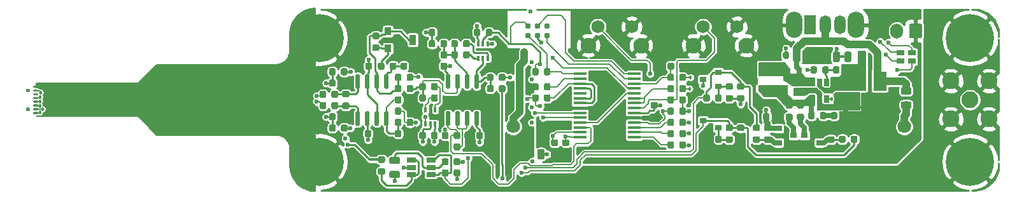
<source format=gtl>
G04 #@! TF.GenerationSoftware,KiCad,Pcbnew,5.1.9-73d0e3b20d~88~ubuntu20.04.1*
G04 #@! TF.CreationDate,2021-01-31T23:38:53-08:00*
G04 #@! TF.ProjectId,current-sense,63757272-656e-4742-9d73-656e73652e6b,rev?*
G04 #@! TF.SameCoordinates,Original*
G04 #@! TF.FileFunction,Copper,L1,Top*
G04 #@! TF.FilePolarity,Positive*
%FSLAX46Y46*%
G04 Gerber Fmt 4.6, Leading zero omitted, Abs format (unit mm)*
G04 Created by KiCad (PCBNEW 5.1.9-73d0e3b20d~88~ubuntu20.04.1) date 2021-01-31 23:38:53*
%MOMM*%
%LPD*%
G01*
G04 APERTURE LIST*
G04 #@! TA.AperFunction,ComponentPad*
%ADD10O,2.200000X3.500000*%
G04 #@! TD*
G04 #@! TA.AperFunction,ComponentPad*
%ADD11O,1.500000X2.500000*%
G04 #@! TD*
G04 #@! TA.AperFunction,ComponentPad*
%ADD12R,1.500000X2.500000*%
G04 #@! TD*
G04 #@! TA.AperFunction,ComponentPad*
%ADD13C,2.100000*%
G04 #@! TD*
G04 #@! TA.AperFunction,ComponentPad*
%ADD14C,1.750000*%
G04 #@! TD*
G04 #@! TA.AperFunction,SMDPad,CuDef*
%ADD15R,1.800000X2.500000*%
G04 #@! TD*
G04 #@! TA.AperFunction,SMDPad,CuDef*
%ADD16R,0.900000X1.100000*%
G04 #@! TD*
G04 #@! TA.AperFunction,SMDPad,CuDef*
%ADD17R,0.900000X1.400000*%
G04 #@! TD*
G04 #@! TA.AperFunction,ComponentPad*
%ADD18O,1.700000X2.000000*%
G04 #@! TD*
G04 #@! TA.AperFunction,ComponentPad*
%ADD19C,1.800000*%
G04 #@! TD*
G04 #@! TA.AperFunction,SMDPad,CuDef*
%ADD20C,0.100000*%
G04 #@! TD*
G04 #@! TA.AperFunction,SMDPad,CuDef*
%ADD21R,0.900000X0.800000*%
G04 #@! TD*
G04 #@! TA.AperFunction,SMDPad,CuDef*
%ADD22R,1.000000X0.800000*%
G04 #@! TD*
G04 #@! TA.AperFunction,SMDPad,CuDef*
%ADD23R,0.650000X1.060000*%
G04 #@! TD*
G04 #@! TA.AperFunction,SMDPad,CuDef*
%ADD24R,0.400000X0.650000*%
G04 #@! TD*
G04 #@! TA.AperFunction,SMDPad,CuDef*
%ADD25R,1.750000X0.450000*%
G04 #@! TD*
G04 #@! TA.AperFunction,SMDPad,CuDef*
%ADD26R,1.220000X0.650000*%
G04 #@! TD*
G04 #@! TA.AperFunction,ComponentPad*
%ADD27C,2.250000*%
G04 #@! TD*
G04 #@! TA.AperFunction,ComponentPad*
%ADD28C,0.800000*%
G04 #@! TD*
G04 #@! TA.AperFunction,ComponentPad*
%ADD29C,6.400000*%
G04 #@! TD*
G04 #@! TA.AperFunction,SMDPad,CuDef*
%ADD30O,0.787000X0.787000*%
G04 #@! TD*
G04 #@! TA.AperFunction,ViaPad*
%ADD31C,0.600000*%
G04 #@! TD*
G04 #@! TA.AperFunction,ViaPad*
%ADD32C,0.458000*%
G04 #@! TD*
G04 #@! TA.AperFunction,ViaPad*
%ADD33C,0.800000*%
G04 #@! TD*
G04 #@! TA.AperFunction,Conductor*
%ADD34C,0.240000*%
G04 #@! TD*
G04 #@! TA.AperFunction,Conductor*
%ADD35C,0.160000*%
G04 #@! TD*
G04 #@! TA.AperFunction,Conductor*
%ADD36C,0.640000*%
G04 #@! TD*
G04 #@! TA.AperFunction,Conductor*
%ADD37C,0.360000*%
G04 #@! TD*
G04 #@! TA.AperFunction,Conductor*
%ADD38C,1.000000*%
G04 #@! TD*
G04 #@! TA.AperFunction,Conductor*
%ADD39C,0.100000*%
G04 #@! TD*
G04 APERTURE END LIST*
D10*
X80600000Y47500000D03*
X72400000Y47500000D03*
D11*
X78500000Y47500000D03*
X76500000Y47500000D03*
D12*
X74500000Y47500000D03*
D13*
X66000000Y44760000D03*
D14*
X64750000Y47250000D03*
X60250000Y47250000D03*
D13*
X58990000Y44760000D03*
X52000000Y44760000D03*
D14*
X50750000Y47250000D03*
X46250000Y47250000D03*
D13*
X44990000Y44760000D03*
G04 #@! TA.AperFunction,SMDPad,CuDef*
G36*
G01*
X56425000Y42250000D02*
X56425000Y41750000D01*
G75*
G02*
X56200000Y41525000I-225000J0D01*
G01*
X55750000Y41525000D01*
G75*
G02*
X55525000Y41750000I0J225000D01*
G01*
X55525000Y42250000D01*
G75*
G02*
X55750000Y42475000I225000J0D01*
G01*
X56200000Y42475000D01*
G75*
G02*
X56425000Y42250000I0J-225000D01*
G01*
G37*
G04 #@! TD.AperFunction*
G04 #@! TA.AperFunction,SMDPad,CuDef*
G36*
G01*
X57975000Y42250000D02*
X57975000Y41750000D01*
G75*
G02*
X57750000Y41525000I-225000J0D01*
G01*
X57300000Y41525000D01*
G75*
G02*
X57075000Y41750000I0J225000D01*
G01*
X57075000Y42250000D01*
G75*
G02*
X57300000Y42475000I225000J0D01*
G01*
X57750000Y42475000D01*
G75*
G02*
X57975000Y42250000I0J-225000D01*
G01*
G37*
G04 #@! TD.AperFunction*
G04 #@! TA.AperFunction,SMDPad,CuDef*
G36*
G01*
X70025000Y43725000D02*
X70025000Y43175000D01*
G75*
G02*
X69825000Y42975000I-200000J0D01*
G01*
X69425000Y42975000D01*
G75*
G02*
X69225000Y43175000I0J200000D01*
G01*
X69225000Y43725000D01*
G75*
G02*
X69425000Y43925000I200000J0D01*
G01*
X69825000Y43925000D01*
G75*
G02*
X70025000Y43725000I0J-200000D01*
G01*
G37*
G04 #@! TD.AperFunction*
G04 #@! TA.AperFunction,SMDPad,CuDef*
G36*
G01*
X71675000Y43725000D02*
X71675000Y43175000D01*
G75*
G02*
X71475000Y42975000I-200000J0D01*
G01*
X71075000Y42975000D01*
G75*
G02*
X70875000Y43175000I0J200000D01*
G01*
X70875000Y43725000D01*
G75*
G02*
X71075000Y43925000I200000J0D01*
G01*
X71475000Y43925000D01*
G75*
G02*
X71675000Y43725000I0J-200000D01*
G01*
G37*
G04 #@! TD.AperFunction*
D15*
X83750000Y40000000D03*
X83750000Y36000000D03*
D16*
X18350000Y44350000D03*
D17*
X21650000Y45500000D03*
D16*
X18350000Y46650000D03*
G04 #@! TA.AperFunction,SMDPad,CuDef*
G36*
G01*
X74225000Y35143750D02*
X74225000Y35656250D01*
G75*
G02*
X74443750Y35875000I218750J0D01*
G01*
X74881250Y35875000D01*
G75*
G02*
X75100000Y35656250I0J-218750D01*
G01*
X75100000Y35143750D01*
G75*
G02*
X74881250Y34925000I-218750J0D01*
G01*
X74443750Y34925000D01*
G75*
G02*
X74225000Y35143750I0J218750D01*
G01*
G37*
G04 #@! TD.AperFunction*
G04 #@! TA.AperFunction,SMDPad,CuDef*
G36*
G01*
X75800000Y35143750D02*
X75800000Y35656250D01*
G75*
G02*
X76018750Y35875000I218750J0D01*
G01*
X76456250Y35875000D01*
G75*
G02*
X76675000Y35656250I0J-218750D01*
G01*
X76675000Y35143750D01*
G75*
G02*
X76456250Y34925000I-218750J0D01*
G01*
X76018750Y34925000D01*
G75*
G02*
X75800000Y35143750I0J218750D01*
G01*
G37*
G04 #@! TD.AperFunction*
G04 #@! TA.AperFunction,SMDPad,CuDef*
G36*
G01*
X17006250Y45600000D02*
X16493750Y45600000D01*
G75*
G02*
X16275000Y45818750I0J218750D01*
G01*
X16275000Y46256250D01*
G75*
G02*
X16493750Y46475000I218750J0D01*
G01*
X17006250Y46475000D01*
G75*
G02*
X17225000Y46256250I0J-218750D01*
G01*
X17225000Y45818750D01*
G75*
G02*
X17006250Y45600000I-218750J0D01*
G01*
G37*
G04 #@! TD.AperFunction*
G04 #@! TA.AperFunction,SMDPad,CuDef*
G36*
G01*
X17006250Y44025000D02*
X16493750Y44025000D01*
G75*
G02*
X16275000Y44243750I0J218750D01*
G01*
X16275000Y44681250D01*
G75*
G02*
X16493750Y44900000I218750J0D01*
G01*
X17006250Y44900000D01*
G75*
G02*
X17225000Y44681250I0J-218750D01*
G01*
X17225000Y44243750D01*
G75*
G02*
X17006250Y44025000I-218750J0D01*
G01*
G37*
G04 #@! TD.AperFunction*
D18*
X86000000Y46700000D03*
G04 #@! TA.AperFunction,ComponentPad*
G36*
G01*
X89350000Y47450000D02*
X89350000Y45950000D01*
G75*
G02*
X89100000Y45700000I-250000J0D01*
G01*
X87900000Y45700000D01*
G75*
G02*
X87650000Y45950000I0J250000D01*
G01*
X87650000Y47450000D01*
G75*
G02*
X87900000Y47700000I250000J0D01*
G01*
X89100000Y47700000D01*
G75*
G02*
X89350000Y47450000I0J-250000D01*
G01*
G37*
G04 #@! TD.AperFunction*
D19*
X87000000Y33950000D03*
X35000000Y33950000D03*
G04 #@! TA.AperFunction,SMDPad,CuDef*
G36*
G01*
X79675000Y35656250D02*
X79675000Y35143750D01*
G75*
G02*
X79456250Y34925000I-218750J0D01*
G01*
X79018750Y34925000D01*
G75*
G02*
X78800000Y35143750I0J218750D01*
G01*
X78800000Y35656250D01*
G75*
G02*
X79018750Y35875000I218750J0D01*
G01*
X79456250Y35875000D01*
G75*
G02*
X79675000Y35656250I0J-218750D01*
G01*
G37*
G04 #@! TD.AperFunction*
G04 #@! TA.AperFunction,SMDPad,CuDef*
G36*
G01*
X78100000Y35656250D02*
X78100000Y35143750D01*
G75*
G02*
X77881250Y34925000I-218750J0D01*
G01*
X77443750Y34925000D01*
G75*
G02*
X77225000Y35143750I0J218750D01*
G01*
X77225000Y35656250D01*
G75*
G02*
X77443750Y35875000I218750J0D01*
G01*
X77881250Y35875000D01*
G75*
G02*
X78100000Y35656250I0J-218750D01*
G01*
G37*
G04 #@! TD.AperFunction*
G04 #@! TA.AperFunction,SMDPad,CuDef*
G36*
G01*
X68225000Y34993750D02*
X68225000Y35506250D01*
G75*
G02*
X68443750Y35725000I218750J0D01*
G01*
X68881250Y35725000D01*
G75*
G02*
X69100000Y35506250I0J-218750D01*
G01*
X69100000Y34993750D01*
G75*
G02*
X68881250Y34775000I-218750J0D01*
G01*
X68443750Y34775000D01*
G75*
G02*
X68225000Y34993750I0J218750D01*
G01*
G37*
G04 #@! TD.AperFunction*
G04 #@! TA.AperFunction,SMDPad,CuDef*
G36*
G01*
X69800000Y34993750D02*
X69800000Y35506250D01*
G75*
G02*
X70018750Y35725000I218750J0D01*
G01*
X70456250Y35725000D01*
G75*
G02*
X70675000Y35506250I0J-218750D01*
G01*
X70675000Y34993750D01*
G75*
G02*
X70456250Y34775000I-218750J0D01*
G01*
X70018750Y34775000D01*
G75*
G02*
X69800000Y34993750I0J218750D01*
G01*
G37*
G04 #@! TD.AperFunction*
G04 #@! TA.AperFunction,SMDPad,CuDef*
G36*
G01*
X72225000Y42793750D02*
X72225000Y43706250D01*
G75*
G02*
X72468750Y43950000I243750J0D01*
G01*
X72956250Y43950000D01*
G75*
G02*
X73200000Y43706250I0J-243750D01*
G01*
X73200000Y42793750D01*
G75*
G02*
X72956250Y42550000I-243750J0D01*
G01*
X72468750Y42550000D01*
G75*
G02*
X72225000Y42793750I0J243750D01*
G01*
G37*
G04 #@! TD.AperFunction*
G04 #@! TA.AperFunction,SMDPad,CuDef*
G36*
G01*
X74100000Y42793750D02*
X74100000Y43706250D01*
G75*
G02*
X74343750Y43950000I243750J0D01*
G01*
X74831250Y43950000D01*
G75*
G02*
X75075000Y43706250I0J-243750D01*
G01*
X75075000Y42793750D01*
G75*
G02*
X74831250Y42550000I-243750J0D01*
G01*
X74343750Y42550000D01*
G75*
G02*
X74100000Y42793750I0J243750D01*
G01*
G37*
G04 #@! TD.AperFunction*
G04 #@! TA.AperFunction,SMDPad,CuDef*
G36*
G01*
X72543750Y40925000D02*
X73456250Y40925000D01*
G75*
G02*
X73700000Y40681250I0J-243750D01*
G01*
X73700000Y40193750D01*
G75*
G02*
X73456250Y39950000I-243750J0D01*
G01*
X72543750Y39950000D01*
G75*
G02*
X72300000Y40193750I0J243750D01*
G01*
X72300000Y40681250D01*
G75*
G02*
X72543750Y40925000I243750J0D01*
G01*
G37*
G04 #@! TD.AperFunction*
G04 #@! TA.AperFunction,SMDPad,CuDef*
G36*
G01*
X72543750Y39050000D02*
X73456250Y39050000D01*
G75*
G02*
X73700000Y38806250I0J-243750D01*
G01*
X73700000Y38318750D01*
G75*
G02*
X73456250Y38075000I-243750J0D01*
G01*
X72543750Y38075000D01*
G75*
G02*
X72300000Y38318750I0J243750D01*
G01*
X72300000Y38806250D01*
G75*
G02*
X72543750Y39050000I243750J0D01*
G01*
G37*
G04 #@! TD.AperFunction*
G04 #@! TA.AperFunction,SMDPad,CuDef*
G36*
G01*
X40243750Y30650000D02*
X40756250Y30650000D01*
G75*
G02*
X40975000Y30431250I0J-218750D01*
G01*
X40975000Y29993750D01*
G75*
G02*
X40756250Y29775000I-218750J0D01*
G01*
X40243750Y29775000D01*
G75*
G02*
X40025000Y29993750I0J218750D01*
G01*
X40025000Y30431250D01*
G75*
G02*
X40243750Y30650000I218750J0D01*
G01*
G37*
G04 #@! TD.AperFunction*
G04 #@! TA.AperFunction,SMDPad,CuDef*
G36*
G01*
X40243750Y32225000D02*
X40756250Y32225000D01*
G75*
G02*
X40975000Y32006250I0J-218750D01*
G01*
X40975000Y31568750D01*
G75*
G02*
X40756250Y31350000I-218750J0D01*
G01*
X40243750Y31350000D01*
G75*
G02*
X40025000Y31568750I0J218750D01*
G01*
X40025000Y32006250D01*
G75*
G02*
X40243750Y32225000I218750J0D01*
G01*
G37*
G04 #@! TD.AperFunction*
G04 #@! TA.AperFunction,SMDPad,CuDef*
G36*
G01*
X41743750Y30650000D02*
X42256250Y30650000D01*
G75*
G02*
X42475000Y30431250I0J-218750D01*
G01*
X42475000Y29993750D01*
G75*
G02*
X42256250Y29775000I-218750J0D01*
G01*
X41743750Y29775000D01*
G75*
G02*
X41525000Y29993750I0J218750D01*
G01*
X41525000Y30431250D01*
G75*
G02*
X41743750Y30650000I218750J0D01*
G01*
G37*
G04 #@! TD.AperFunction*
G04 #@! TA.AperFunction,SMDPad,CuDef*
G36*
G01*
X41743750Y32225000D02*
X42256250Y32225000D01*
G75*
G02*
X42475000Y32006250I0J-218750D01*
G01*
X42475000Y31568750D01*
G75*
G02*
X42256250Y31350000I-218750J0D01*
G01*
X41743750Y31350000D01*
G75*
G02*
X41525000Y31568750I0J218750D01*
G01*
X41525000Y32006250D01*
G75*
G02*
X41743750Y32225000I218750J0D01*
G01*
G37*
G04 #@! TD.AperFunction*
G04 #@! TA.AperFunction,SMDPad,CuDef*
D20*
G36*
X71550000Y41530000D02*
G01*
X71550000Y40750000D01*
X67650000Y40750000D01*
X67650000Y41530000D01*
X68350000Y42350000D01*
X70850000Y42350000D01*
X71550000Y41530000D01*
G37*
G04 #@! TD.AperFunction*
G04 #@! TA.AperFunction,SMDPad,CuDef*
G36*
X67650000Y38670000D02*
G01*
X67650000Y39450000D01*
X71550000Y39450000D01*
X71550000Y38670000D01*
X70850000Y37850000D01*
X68350000Y37850000D01*
X67650000Y38670000D01*
G37*
G04 #@! TD.AperFunction*
D21*
X60250000Y34750000D03*
X62250000Y35700000D03*
X62250000Y33800000D03*
X60250000Y40250000D03*
X62250000Y41200000D03*
X62250000Y39300000D03*
G04 #@! TA.AperFunction,SMDPad,CuDef*
G36*
G01*
X12975000Y34006250D02*
X12975000Y33493750D01*
G75*
G02*
X12756250Y33275000I-218750J0D01*
G01*
X12318750Y33275000D01*
G75*
G02*
X12100000Y33493750I0J218750D01*
G01*
X12100000Y34006250D01*
G75*
G02*
X12318750Y34225000I218750J0D01*
G01*
X12756250Y34225000D01*
G75*
G02*
X12975000Y34006250I0J-218750D01*
G01*
G37*
G04 #@! TD.AperFunction*
G04 #@! TA.AperFunction,SMDPad,CuDef*
G36*
G01*
X11400000Y34006250D02*
X11400000Y33493750D01*
G75*
G02*
X11181250Y33275000I-218750J0D01*
G01*
X10743750Y33275000D01*
G75*
G02*
X10525000Y33493750I0J218750D01*
G01*
X10525000Y34006250D01*
G75*
G02*
X10743750Y34225000I218750J0D01*
G01*
X11181250Y34225000D01*
G75*
G02*
X11400000Y34006250I0J-218750D01*
G01*
G37*
G04 #@! TD.AperFunction*
G04 #@! TA.AperFunction,SMDPad,CuDef*
G36*
G01*
X10525000Y40993750D02*
X10525000Y41506250D01*
G75*
G02*
X10743750Y41725000I218750J0D01*
G01*
X11181250Y41725000D01*
G75*
G02*
X11400000Y41506250I0J-218750D01*
G01*
X11400000Y40993750D01*
G75*
G02*
X11181250Y40775000I-218750J0D01*
G01*
X10743750Y40775000D01*
G75*
G02*
X10525000Y40993750I0J218750D01*
G01*
G37*
G04 #@! TD.AperFunction*
G04 #@! TA.AperFunction,SMDPad,CuDef*
G36*
G01*
X12100000Y40993750D02*
X12100000Y41506250D01*
G75*
G02*
X12318750Y41725000I218750J0D01*
G01*
X12756250Y41725000D01*
G75*
G02*
X12975000Y41506250I0J-218750D01*
G01*
X12975000Y40993750D01*
G75*
G02*
X12756250Y40775000I-218750J0D01*
G01*
X12318750Y40775000D01*
G75*
G02*
X12100000Y40993750I0J218750D01*
G01*
G37*
G04 #@! TD.AperFunction*
G04 #@! TA.AperFunction,SMDPad,CuDef*
G36*
G01*
X64006250Y33350000D02*
X63493750Y33350000D01*
G75*
G02*
X63275000Y33568750I0J218750D01*
G01*
X63275000Y34006250D01*
G75*
G02*
X63493750Y34225000I218750J0D01*
G01*
X64006250Y34225000D01*
G75*
G02*
X64225000Y34006250I0J-218750D01*
G01*
X64225000Y33568750D01*
G75*
G02*
X64006250Y33350000I-218750J0D01*
G01*
G37*
G04 #@! TD.AperFunction*
G04 #@! TA.AperFunction,SMDPad,CuDef*
G36*
G01*
X64006250Y31775000D02*
X63493750Y31775000D01*
G75*
G02*
X63275000Y31993750I0J218750D01*
G01*
X63275000Y32431250D01*
G75*
G02*
X63493750Y32650000I218750J0D01*
G01*
X64006250Y32650000D01*
G75*
G02*
X64225000Y32431250I0J-218750D01*
G01*
X64225000Y31993750D01*
G75*
G02*
X64006250Y31775000I-218750J0D01*
G01*
G37*
G04 #@! TD.AperFunction*
G04 #@! TA.AperFunction,SMDPad,CuDef*
G36*
G01*
X61850000Y31993750D02*
X61850000Y32506250D01*
G75*
G02*
X62068750Y32725000I218750J0D01*
G01*
X62506250Y32725000D01*
G75*
G02*
X62725000Y32506250I0J-218750D01*
G01*
X62725000Y31993750D01*
G75*
G02*
X62506250Y31775000I-218750J0D01*
G01*
X62068750Y31775000D01*
G75*
G02*
X61850000Y31993750I0J218750D01*
G01*
G37*
G04 #@! TD.AperFunction*
G04 #@! TA.AperFunction,SMDPad,CuDef*
G36*
G01*
X60275000Y31993750D02*
X60275000Y32506250D01*
G75*
G02*
X60493750Y32725000I218750J0D01*
G01*
X60931250Y32725000D01*
G75*
G02*
X61150000Y32506250I0J-218750D01*
G01*
X61150000Y31993750D01*
G75*
G02*
X60931250Y31775000I-218750J0D01*
G01*
X60493750Y31775000D01*
G75*
G02*
X60275000Y31993750I0J218750D01*
G01*
G37*
G04 #@! TD.AperFunction*
G04 #@! TA.AperFunction,SMDPad,CuDef*
G36*
G01*
X63493750Y38150000D02*
X64006250Y38150000D01*
G75*
G02*
X64225000Y37931250I0J-218750D01*
G01*
X64225000Y37493750D01*
G75*
G02*
X64006250Y37275000I-218750J0D01*
G01*
X63493750Y37275000D01*
G75*
G02*
X63275000Y37493750I0J218750D01*
G01*
X63275000Y37931250D01*
G75*
G02*
X63493750Y38150000I218750J0D01*
G01*
G37*
G04 #@! TD.AperFunction*
G04 #@! TA.AperFunction,SMDPad,CuDef*
G36*
G01*
X63493750Y39725000D02*
X64006250Y39725000D01*
G75*
G02*
X64225000Y39506250I0J-218750D01*
G01*
X64225000Y39068750D01*
G75*
G02*
X64006250Y38850000I-218750J0D01*
G01*
X63493750Y38850000D01*
G75*
G02*
X63275000Y39068750I0J218750D01*
G01*
X63275000Y39506250D01*
G75*
G02*
X63493750Y39725000I218750J0D01*
G01*
G37*
G04 #@! TD.AperFunction*
G04 #@! TA.AperFunction,SMDPad,CuDef*
G36*
G01*
X61850000Y37493750D02*
X61850000Y38006250D01*
G75*
G02*
X62068750Y38225000I218750J0D01*
G01*
X62506250Y38225000D01*
G75*
G02*
X62725000Y38006250I0J-218750D01*
G01*
X62725000Y37493750D01*
G75*
G02*
X62506250Y37275000I-218750J0D01*
G01*
X62068750Y37275000D01*
G75*
G02*
X61850000Y37493750I0J218750D01*
G01*
G37*
G04 #@! TD.AperFunction*
G04 #@! TA.AperFunction,SMDPad,CuDef*
G36*
G01*
X60275000Y37493750D02*
X60275000Y38006250D01*
G75*
G02*
X60493750Y38225000I218750J0D01*
G01*
X60931250Y38225000D01*
G75*
G02*
X61150000Y38006250I0J-218750D01*
G01*
X61150000Y37493750D01*
G75*
G02*
X60931250Y37275000I-218750J0D01*
G01*
X60493750Y37275000D01*
G75*
G02*
X60275000Y37493750I0J218750D01*
G01*
G37*
G04 #@! TD.AperFunction*
G04 #@! TA.AperFunction,SMDPad,CuDef*
G36*
G01*
X79900000Y31993750D02*
X79900000Y32506250D01*
G75*
G02*
X80118750Y32725000I218750J0D01*
G01*
X80556250Y32725000D01*
G75*
G02*
X80775000Y32506250I0J-218750D01*
G01*
X80775000Y31993750D01*
G75*
G02*
X80556250Y31775000I-218750J0D01*
G01*
X80118750Y31775000D01*
G75*
G02*
X79900000Y31993750I0J218750D01*
G01*
G37*
G04 #@! TD.AperFunction*
G04 #@! TA.AperFunction,SMDPad,CuDef*
G36*
G01*
X78325000Y31993750D02*
X78325000Y32506250D01*
G75*
G02*
X78543750Y32725000I218750J0D01*
G01*
X78981250Y32725000D01*
G75*
G02*
X79200000Y32506250I0J-218750D01*
G01*
X79200000Y31993750D01*
G75*
G02*
X78981250Y31775000I-218750J0D01*
G01*
X78543750Y31775000D01*
G75*
G02*
X78325000Y31993750I0J218750D01*
G01*
G37*
G04 #@! TD.AperFunction*
G04 #@! TA.AperFunction,SMDPad,CuDef*
G36*
G01*
X67606250Y33350000D02*
X67093750Y33350000D01*
G75*
G02*
X66875000Y33568750I0J218750D01*
G01*
X66875000Y34006250D01*
G75*
G02*
X67093750Y34225000I218750J0D01*
G01*
X67606250Y34225000D01*
G75*
G02*
X67825000Y34006250I0J-218750D01*
G01*
X67825000Y33568750D01*
G75*
G02*
X67606250Y33350000I-218750J0D01*
G01*
G37*
G04 #@! TD.AperFunction*
G04 #@! TA.AperFunction,SMDPad,CuDef*
G36*
G01*
X67606250Y31775000D02*
X67093750Y31775000D01*
G75*
G02*
X66875000Y31993750I0J218750D01*
G01*
X66875000Y32431250D01*
G75*
G02*
X67093750Y32650000I218750J0D01*
G01*
X67606250Y32650000D01*
G75*
G02*
X67825000Y32431250I0J-218750D01*
G01*
X67825000Y31993750D01*
G75*
G02*
X67606250Y31775000I-218750J0D01*
G01*
G37*
G04 #@! TD.AperFunction*
G04 #@! TA.AperFunction,SMDPad,CuDef*
G36*
G01*
X38400000Y38006250D02*
X38400000Y37493750D01*
G75*
G02*
X38181250Y37275000I-218750J0D01*
G01*
X37743750Y37275000D01*
G75*
G02*
X37525000Y37493750I0J218750D01*
G01*
X37525000Y38006250D01*
G75*
G02*
X37743750Y38225000I218750J0D01*
G01*
X38181250Y38225000D01*
G75*
G02*
X38400000Y38006250I0J-218750D01*
G01*
G37*
G04 #@! TD.AperFunction*
G04 #@! TA.AperFunction,SMDPad,CuDef*
G36*
G01*
X39975000Y38006250D02*
X39975000Y37493750D01*
G75*
G02*
X39756250Y37275000I-218750J0D01*
G01*
X39318750Y37275000D01*
G75*
G02*
X39100000Y37493750I0J218750D01*
G01*
X39100000Y38006250D01*
G75*
G02*
X39318750Y38225000I218750J0D01*
G01*
X39756250Y38225000D01*
G75*
G02*
X39975000Y38006250I0J-218750D01*
G01*
G37*
G04 #@! TD.AperFunction*
X75750000Y31800000D03*
X75750000Y33700000D03*
X73750000Y32750000D03*
X70300000Y33700000D03*
X70300000Y31800000D03*
X72300000Y32750000D03*
G04 #@! TA.AperFunction,SMDPad,CuDef*
G36*
G01*
X10525000Y34993750D02*
X10525000Y35506250D01*
G75*
G02*
X10743750Y35725000I218750J0D01*
G01*
X11181250Y35725000D01*
G75*
G02*
X11400000Y35506250I0J-218750D01*
G01*
X11400000Y34993750D01*
G75*
G02*
X11181250Y34775000I-218750J0D01*
G01*
X10743750Y34775000D01*
G75*
G02*
X10525000Y34993750I0J218750D01*
G01*
G37*
G04 #@! TD.AperFunction*
G04 #@! TA.AperFunction,SMDPad,CuDef*
G36*
G01*
X12100000Y34993750D02*
X12100000Y35506250D01*
G75*
G02*
X12318750Y35725000I218750J0D01*
G01*
X12756250Y35725000D01*
G75*
G02*
X12975000Y35506250I0J-218750D01*
G01*
X12975000Y34993750D01*
G75*
G02*
X12756250Y34775000I-218750J0D01*
G01*
X12318750Y34775000D01*
G75*
G02*
X12100000Y34993750I0J218750D01*
G01*
G37*
G04 #@! TD.AperFunction*
G04 #@! TA.AperFunction,SMDPad,CuDef*
G36*
G01*
X10525000Y39493750D02*
X10525000Y40006250D01*
G75*
G02*
X10743750Y40225000I218750J0D01*
G01*
X11181250Y40225000D01*
G75*
G02*
X11400000Y40006250I0J-218750D01*
G01*
X11400000Y39493750D01*
G75*
G02*
X11181250Y39275000I-218750J0D01*
G01*
X10743750Y39275000D01*
G75*
G02*
X10525000Y39493750I0J218750D01*
G01*
G37*
G04 #@! TD.AperFunction*
G04 #@! TA.AperFunction,SMDPad,CuDef*
G36*
G01*
X12100000Y39493750D02*
X12100000Y40006250D01*
G75*
G02*
X12318750Y40225000I218750J0D01*
G01*
X12756250Y40225000D01*
G75*
G02*
X12975000Y40006250I0J-218750D01*
G01*
X12975000Y39493750D01*
G75*
G02*
X12756250Y39275000I-218750J0D01*
G01*
X12318750Y39275000D01*
G75*
G02*
X12100000Y39493750I0J218750D01*
G01*
G37*
G04 #@! TD.AperFunction*
G04 #@! TA.AperFunction,SMDPad,CuDef*
G36*
G01*
X65506250Y33350000D02*
X64993750Y33350000D01*
G75*
G02*
X64775000Y33568750I0J218750D01*
G01*
X64775000Y34006250D01*
G75*
G02*
X64993750Y34225000I218750J0D01*
G01*
X65506250Y34225000D01*
G75*
G02*
X65725000Y34006250I0J-218750D01*
G01*
X65725000Y33568750D01*
G75*
G02*
X65506250Y33350000I-218750J0D01*
G01*
G37*
G04 #@! TD.AperFunction*
G04 #@! TA.AperFunction,SMDPad,CuDef*
G36*
G01*
X65506250Y31775000D02*
X64993750Y31775000D01*
G75*
G02*
X64775000Y31993750I0J218750D01*
G01*
X64775000Y32431250D01*
G75*
G02*
X64993750Y32650000I218750J0D01*
G01*
X65506250Y32650000D01*
G75*
G02*
X65725000Y32431250I0J-218750D01*
G01*
X65725000Y31993750D01*
G75*
G02*
X65506250Y31775000I-218750J0D01*
G01*
G37*
G04 #@! TD.AperFunction*
G04 #@! TA.AperFunction,SMDPad,CuDef*
G36*
G01*
X64993750Y38150000D02*
X65506250Y38150000D01*
G75*
G02*
X65725000Y37931250I0J-218750D01*
G01*
X65725000Y37493750D01*
G75*
G02*
X65506250Y37275000I-218750J0D01*
G01*
X64993750Y37275000D01*
G75*
G02*
X64775000Y37493750I0J218750D01*
G01*
X64775000Y37931250D01*
G75*
G02*
X64993750Y38150000I218750J0D01*
G01*
G37*
G04 #@! TD.AperFunction*
G04 #@! TA.AperFunction,SMDPad,CuDef*
G36*
G01*
X64993750Y39725000D02*
X65506250Y39725000D01*
G75*
G02*
X65725000Y39506250I0J-218750D01*
G01*
X65725000Y39068750D01*
G75*
G02*
X65506250Y38850000I-218750J0D01*
G01*
X64993750Y38850000D01*
G75*
G02*
X64775000Y39068750I0J218750D01*
G01*
X64775000Y39506250D01*
G75*
G02*
X64993750Y39725000I218750J0D01*
G01*
G37*
G04 #@! TD.AperFunction*
G04 #@! TA.AperFunction,SMDPad,CuDef*
G36*
G01*
X76993750Y34225000D02*
X77506250Y34225000D01*
G75*
G02*
X77725000Y34006250I0J-218750D01*
G01*
X77725000Y33568750D01*
G75*
G02*
X77506250Y33350000I-218750J0D01*
G01*
X76993750Y33350000D01*
G75*
G02*
X76775000Y33568750I0J218750D01*
G01*
X76775000Y34006250D01*
G75*
G02*
X76993750Y34225000I218750J0D01*
G01*
G37*
G04 #@! TD.AperFunction*
G04 #@! TA.AperFunction,SMDPad,CuDef*
G36*
G01*
X76993750Y32650000D02*
X77506250Y32650000D01*
G75*
G02*
X77725000Y32431250I0J-218750D01*
G01*
X77725000Y31993750D01*
G75*
G02*
X77506250Y31775000I-218750J0D01*
G01*
X76993750Y31775000D01*
G75*
G02*
X76775000Y31993750I0J218750D01*
G01*
X76775000Y32431250D01*
G75*
G02*
X76993750Y32650000I218750J0D01*
G01*
G37*
G04 #@! TD.AperFunction*
G04 #@! TA.AperFunction,SMDPad,CuDef*
G36*
G01*
X69106250Y31775000D02*
X68593750Y31775000D01*
G75*
G02*
X68375000Y31993750I0J218750D01*
G01*
X68375000Y32431250D01*
G75*
G02*
X68593750Y32650000I218750J0D01*
G01*
X69106250Y32650000D01*
G75*
G02*
X69325000Y32431250I0J-218750D01*
G01*
X69325000Y31993750D01*
G75*
G02*
X69106250Y31775000I-218750J0D01*
G01*
G37*
G04 #@! TD.AperFunction*
G04 #@! TA.AperFunction,SMDPad,CuDef*
G36*
G01*
X69106250Y33350000D02*
X68593750Y33350000D01*
G75*
G02*
X68375000Y33568750I0J218750D01*
G01*
X68375000Y34006250D01*
G75*
G02*
X68593750Y34225000I218750J0D01*
G01*
X69106250Y34225000D01*
G75*
G02*
X69325000Y34006250I0J-218750D01*
G01*
X69325000Y33568750D01*
G75*
G02*
X69106250Y33350000I-218750J0D01*
G01*
G37*
G04 #@! TD.AperFunction*
G04 #@! TA.AperFunction,SMDPad,CuDef*
G36*
G01*
X73456250Y34775000D02*
X72943750Y34775000D01*
G75*
G02*
X72725000Y34993750I0J218750D01*
G01*
X72725000Y35431250D01*
G75*
G02*
X72943750Y35650000I218750J0D01*
G01*
X73456250Y35650000D01*
G75*
G02*
X73675000Y35431250I0J-218750D01*
G01*
X73675000Y34993750D01*
G75*
G02*
X73456250Y34775000I-218750J0D01*
G01*
G37*
G04 #@! TD.AperFunction*
G04 #@! TA.AperFunction,SMDPad,CuDef*
G36*
G01*
X73456250Y36350000D02*
X72943750Y36350000D01*
G75*
G02*
X72725000Y36568750I0J218750D01*
G01*
X72725000Y37006250D01*
G75*
G02*
X72943750Y37225000I218750J0D01*
G01*
X73456250Y37225000D01*
G75*
G02*
X73675000Y37006250I0J-218750D01*
G01*
X73675000Y36568750D01*
G75*
G02*
X73456250Y36350000I-218750J0D01*
G01*
G37*
G04 #@! TD.AperFunction*
G04 #@! TA.AperFunction,SMDPad,CuDef*
G36*
G01*
X71956250Y34775000D02*
X71443750Y34775000D01*
G75*
G02*
X71225000Y34993750I0J218750D01*
G01*
X71225000Y35431250D01*
G75*
G02*
X71443750Y35650000I218750J0D01*
G01*
X71956250Y35650000D01*
G75*
G02*
X72175000Y35431250I0J-218750D01*
G01*
X72175000Y34993750D01*
G75*
G02*
X71956250Y34775000I-218750J0D01*
G01*
G37*
G04 #@! TD.AperFunction*
G04 #@! TA.AperFunction,SMDPad,CuDef*
G36*
G01*
X71956250Y36350000D02*
X71443750Y36350000D01*
G75*
G02*
X71225000Y36568750I0J218750D01*
G01*
X71225000Y37006250D01*
G75*
G02*
X71443750Y37225000I218750J0D01*
G01*
X71956250Y37225000D01*
G75*
G02*
X72175000Y37006250I0J-218750D01*
G01*
X72175000Y36568750D01*
G75*
G02*
X71956250Y36350000I-218750J0D01*
G01*
G37*
G04 #@! TD.AperFunction*
G04 #@! TA.AperFunction,SMDPad,CuDef*
G36*
G01*
X19275000Y35743750D02*
X19275000Y36256250D01*
G75*
G02*
X19493750Y36475000I218750J0D01*
G01*
X19931250Y36475000D01*
G75*
G02*
X20150000Y36256250I0J-218750D01*
G01*
X20150000Y35743750D01*
G75*
G02*
X19931250Y35525000I-218750J0D01*
G01*
X19493750Y35525000D01*
G75*
G02*
X19275000Y35743750I0J218750D01*
G01*
G37*
G04 #@! TD.AperFunction*
G04 #@! TA.AperFunction,SMDPad,CuDef*
G36*
G01*
X20850000Y35743750D02*
X20850000Y36256250D01*
G75*
G02*
X21068750Y36475000I218750J0D01*
G01*
X21506250Y36475000D01*
G75*
G02*
X21725000Y36256250I0J-218750D01*
G01*
X21725000Y35743750D01*
G75*
G02*
X21506250Y35525000I-218750J0D01*
G01*
X21068750Y35525000D01*
G75*
G02*
X20850000Y35743750I0J218750D01*
G01*
G37*
G04 #@! TD.AperFunction*
D22*
X88000000Y43800000D03*
X86500000Y43800000D03*
X86500000Y42700000D03*
X88000000Y42700000D03*
G04 #@! TA.AperFunction,SMDPad,CuDef*
G36*
G01*
X53493750Y35650000D02*
X54006250Y35650000D01*
G75*
G02*
X54225000Y35431250I0J-218750D01*
G01*
X54225000Y34993750D01*
G75*
G02*
X54006250Y34775000I-218750J0D01*
G01*
X53493750Y34775000D01*
G75*
G02*
X53275000Y34993750I0J218750D01*
G01*
X53275000Y35431250D01*
G75*
G02*
X53493750Y35650000I218750J0D01*
G01*
G37*
G04 #@! TD.AperFunction*
G04 #@! TA.AperFunction,SMDPad,CuDef*
G36*
G01*
X53493750Y37225000D02*
X54006250Y37225000D01*
G75*
G02*
X54225000Y37006250I0J-218750D01*
G01*
X54225000Y36568750D01*
G75*
G02*
X54006250Y36350000I-218750J0D01*
G01*
X53493750Y36350000D01*
G75*
G02*
X53275000Y36568750I0J218750D01*
G01*
X53275000Y37006250D01*
G75*
G02*
X53493750Y37225000I218750J0D01*
G01*
G37*
G04 #@! TD.AperFunction*
G04 #@! TA.AperFunction,SMDPad,CuDef*
G36*
G01*
X57100000Y40243750D02*
X57100000Y40756250D01*
G75*
G02*
X57318750Y40975000I218750J0D01*
G01*
X57756250Y40975000D01*
G75*
G02*
X57975000Y40756250I0J-218750D01*
G01*
X57975000Y40243750D01*
G75*
G02*
X57756250Y40025000I-218750J0D01*
G01*
X57318750Y40025000D01*
G75*
G02*
X57100000Y40243750I0J218750D01*
G01*
G37*
G04 #@! TD.AperFunction*
G04 #@! TA.AperFunction,SMDPad,CuDef*
G36*
G01*
X55525000Y40243750D02*
X55525000Y40756250D01*
G75*
G02*
X55743750Y40975000I218750J0D01*
G01*
X56181250Y40975000D01*
G75*
G02*
X56400000Y40756250I0J-218750D01*
G01*
X56400000Y40243750D01*
G75*
G02*
X56181250Y40025000I-218750J0D01*
G01*
X55743750Y40025000D01*
G75*
G02*
X55525000Y40243750I0J218750D01*
G01*
G37*
G04 #@! TD.AperFunction*
G04 #@! TA.AperFunction,SMDPad,CuDef*
G36*
G01*
X86793750Y37300000D02*
X87706250Y37300000D01*
G75*
G02*
X87950000Y37056250I0J-243750D01*
G01*
X87950000Y36568750D01*
G75*
G02*
X87706250Y36325000I-243750J0D01*
G01*
X86793750Y36325000D01*
G75*
G02*
X86550000Y36568750I0J243750D01*
G01*
X86550000Y37056250D01*
G75*
G02*
X86793750Y37300000I243750J0D01*
G01*
G37*
G04 #@! TD.AperFunction*
G04 #@! TA.AperFunction,SMDPad,CuDef*
G36*
G01*
X86793750Y39175000D02*
X87706250Y39175000D01*
G75*
G02*
X87950000Y38931250I0J-243750D01*
G01*
X87950000Y38443750D01*
G75*
G02*
X87706250Y38200000I-243750J0D01*
G01*
X86793750Y38200000D01*
G75*
G02*
X86550000Y38443750I0J243750D01*
G01*
X86550000Y38931250D01*
G75*
G02*
X86793750Y39175000I243750J0D01*
G01*
G37*
G04 #@! TD.AperFunction*
D23*
X75750000Y39850000D03*
X74800000Y39850000D03*
X76700000Y39850000D03*
X76700000Y37650000D03*
X75750000Y37650000D03*
X74800000Y37650000D03*
D24*
X31650000Y43050000D03*
X30350000Y43050000D03*
X31000000Y44950000D03*
X31000000Y43050000D03*
X30350000Y44950000D03*
X31650000Y44950000D03*
G04 #@! TA.AperFunction,SMDPad,CuDef*
G36*
G01*
X30005000Y36000000D02*
X30305000Y36000000D01*
G75*
G02*
X30455000Y35850000I0J-150000D01*
G01*
X30455000Y34200000D01*
G75*
G02*
X30305000Y34050000I-150000J0D01*
G01*
X30005000Y34050000D01*
G75*
G02*
X29855000Y34200000I0J150000D01*
G01*
X29855000Y35850000D01*
G75*
G02*
X30005000Y36000000I150000J0D01*
G01*
G37*
G04 #@! TD.AperFunction*
G04 #@! TA.AperFunction,SMDPad,CuDef*
G36*
G01*
X28735000Y36000000D02*
X29035000Y36000000D01*
G75*
G02*
X29185000Y35850000I0J-150000D01*
G01*
X29185000Y34200000D01*
G75*
G02*
X29035000Y34050000I-150000J0D01*
G01*
X28735000Y34050000D01*
G75*
G02*
X28585000Y34200000I0J150000D01*
G01*
X28585000Y35850000D01*
G75*
G02*
X28735000Y36000000I150000J0D01*
G01*
G37*
G04 #@! TD.AperFunction*
G04 #@! TA.AperFunction,SMDPad,CuDef*
G36*
G01*
X27465000Y36000000D02*
X27765000Y36000000D01*
G75*
G02*
X27915000Y35850000I0J-150000D01*
G01*
X27915000Y34200000D01*
G75*
G02*
X27765000Y34050000I-150000J0D01*
G01*
X27465000Y34050000D01*
G75*
G02*
X27315000Y34200000I0J150000D01*
G01*
X27315000Y35850000D01*
G75*
G02*
X27465000Y36000000I150000J0D01*
G01*
G37*
G04 #@! TD.AperFunction*
G04 #@! TA.AperFunction,SMDPad,CuDef*
G36*
G01*
X26195000Y36000000D02*
X26495000Y36000000D01*
G75*
G02*
X26645000Y35850000I0J-150000D01*
G01*
X26645000Y34200000D01*
G75*
G02*
X26495000Y34050000I-150000J0D01*
G01*
X26195000Y34050000D01*
G75*
G02*
X26045000Y34200000I0J150000D01*
G01*
X26045000Y35850000D01*
G75*
G02*
X26195000Y36000000I150000J0D01*
G01*
G37*
G04 #@! TD.AperFunction*
G04 #@! TA.AperFunction,SMDPad,CuDef*
G36*
G01*
X26195000Y40950000D02*
X26495000Y40950000D01*
G75*
G02*
X26645000Y40800000I0J-150000D01*
G01*
X26645000Y39150000D01*
G75*
G02*
X26495000Y39000000I-150000J0D01*
G01*
X26195000Y39000000D01*
G75*
G02*
X26045000Y39150000I0J150000D01*
G01*
X26045000Y40800000D01*
G75*
G02*
X26195000Y40950000I150000J0D01*
G01*
G37*
G04 #@! TD.AperFunction*
G04 #@! TA.AperFunction,SMDPad,CuDef*
G36*
G01*
X27465000Y40950000D02*
X27765000Y40950000D01*
G75*
G02*
X27915000Y40800000I0J-150000D01*
G01*
X27915000Y39150000D01*
G75*
G02*
X27765000Y39000000I-150000J0D01*
G01*
X27465000Y39000000D01*
G75*
G02*
X27315000Y39150000I0J150000D01*
G01*
X27315000Y40800000D01*
G75*
G02*
X27465000Y40950000I150000J0D01*
G01*
G37*
G04 #@! TD.AperFunction*
G04 #@! TA.AperFunction,SMDPad,CuDef*
G36*
G01*
X28735000Y40950000D02*
X29035000Y40950000D01*
G75*
G02*
X29185000Y40800000I0J-150000D01*
G01*
X29185000Y39150000D01*
G75*
G02*
X29035000Y39000000I-150000J0D01*
G01*
X28735000Y39000000D01*
G75*
G02*
X28585000Y39150000I0J150000D01*
G01*
X28585000Y40800000D01*
G75*
G02*
X28735000Y40950000I150000J0D01*
G01*
G37*
G04 #@! TD.AperFunction*
G04 #@! TA.AperFunction,SMDPad,CuDef*
G36*
G01*
X30005000Y40950000D02*
X30305000Y40950000D01*
G75*
G02*
X30455000Y40800000I0J-150000D01*
G01*
X30455000Y39150000D01*
G75*
G02*
X30305000Y39000000I-150000J0D01*
G01*
X30005000Y39000000D01*
G75*
G02*
X29855000Y39150000I0J150000D01*
G01*
X29855000Y40800000D01*
G75*
G02*
X30005000Y40950000I150000J0D01*
G01*
G37*
G04 #@! TD.AperFunction*
D25*
X43900000Y40975000D03*
X43900000Y40325000D03*
X43900000Y39675000D03*
X43900000Y39025000D03*
X43900000Y38375000D03*
X43900000Y37725000D03*
X43900000Y37075000D03*
X43900000Y36425000D03*
X43900000Y35775000D03*
X43900000Y35125000D03*
X43900000Y34475000D03*
X43900000Y33825000D03*
X43900000Y33175000D03*
X43900000Y32525000D03*
X51100000Y32525000D03*
X51100000Y33175000D03*
X51100000Y33825000D03*
X51100000Y34475000D03*
X51100000Y35125000D03*
X51100000Y35775000D03*
X51100000Y36425000D03*
X51100000Y37075000D03*
X51100000Y37725000D03*
X51100000Y38375000D03*
X51100000Y39025000D03*
X51100000Y39675000D03*
X51100000Y40325000D03*
X51100000Y40975000D03*
D24*
X23350000Y34300000D03*
X24650000Y34300000D03*
X24000000Y36200000D03*
X24000000Y34300000D03*
X24650000Y36200000D03*
X23350000Y36200000D03*
G04 #@! TA.AperFunction,SMDPad,CuDef*
G36*
G01*
X14495000Y34050000D02*
X14195000Y34050000D01*
G75*
G02*
X14045000Y34200000I0J150000D01*
G01*
X14045000Y35850000D01*
G75*
G02*
X14195000Y36000000I150000J0D01*
G01*
X14495000Y36000000D01*
G75*
G02*
X14645000Y35850000I0J-150000D01*
G01*
X14645000Y34200000D01*
G75*
G02*
X14495000Y34050000I-150000J0D01*
G01*
G37*
G04 #@! TD.AperFunction*
G04 #@! TA.AperFunction,SMDPad,CuDef*
G36*
G01*
X15765000Y34050000D02*
X15465000Y34050000D01*
G75*
G02*
X15315000Y34200000I0J150000D01*
G01*
X15315000Y35850000D01*
G75*
G02*
X15465000Y36000000I150000J0D01*
G01*
X15765000Y36000000D01*
G75*
G02*
X15915000Y35850000I0J-150000D01*
G01*
X15915000Y34200000D01*
G75*
G02*
X15765000Y34050000I-150000J0D01*
G01*
G37*
G04 #@! TD.AperFunction*
G04 #@! TA.AperFunction,SMDPad,CuDef*
G36*
G01*
X17035000Y34050000D02*
X16735000Y34050000D01*
G75*
G02*
X16585000Y34200000I0J150000D01*
G01*
X16585000Y35850000D01*
G75*
G02*
X16735000Y36000000I150000J0D01*
G01*
X17035000Y36000000D01*
G75*
G02*
X17185000Y35850000I0J-150000D01*
G01*
X17185000Y34200000D01*
G75*
G02*
X17035000Y34050000I-150000J0D01*
G01*
G37*
G04 #@! TD.AperFunction*
G04 #@! TA.AperFunction,SMDPad,CuDef*
G36*
G01*
X18305000Y34050000D02*
X18005000Y34050000D01*
G75*
G02*
X17855000Y34200000I0J150000D01*
G01*
X17855000Y35850000D01*
G75*
G02*
X18005000Y36000000I150000J0D01*
G01*
X18305000Y36000000D01*
G75*
G02*
X18455000Y35850000I0J-150000D01*
G01*
X18455000Y34200000D01*
G75*
G02*
X18305000Y34050000I-150000J0D01*
G01*
G37*
G04 #@! TD.AperFunction*
G04 #@! TA.AperFunction,SMDPad,CuDef*
G36*
G01*
X18305000Y39000000D02*
X18005000Y39000000D01*
G75*
G02*
X17855000Y39150000I0J150000D01*
G01*
X17855000Y40800000D01*
G75*
G02*
X18005000Y40950000I150000J0D01*
G01*
X18305000Y40950000D01*
G75*
G02*
X18455000Y40800000I0J-150000D01*
G01*
X18455000Y39150000D01*
G75*
G02*
X18305000Y39000000I-150000J0D01*
G01*
G37*
G04 #@! TD.AperFunction*
G04 #@! TA.AperFunction,SMDPad,CuDef*
G36*
G01*
X17035000Y39000000D02*
X16735000Y39000000D01*
G75*
G02*
X16585000Y39150000I0J150000D01*
G01*
X16585000Y40800000D01*
G75*
G02*
X16735000Y40950000I150000J0D01*
G01*
X17035000Y40950000D01*
G75*
G02*
X17185000Y40800000I0J-150000D01*
G01*
X17185000Y39150000D01*
G75*
G02*
X17035000Y39000000I-150000J0D01*
G01*
G37*
G04 #@! TD.AperFunction*
G04 #@! TA.AperFunction,SMDPad,CuDef*
G36*
G01*
X15765000Y39000000D02*
X15465000Y39000000D01*
G75*
G02*
X15315000Y39150000I0J150000D01*
G01*
X15315000Y40800000D01*
G75*
G02*
X15465000Y40950000I150000J0D01*
G01*
X15765000Y40950000D01*
G75*
G02*
X15915000Y40800000I0J-150000D01*
G01*
X15915000Y39150000D01*
G75*
G02*
X15765000Y39000000I-150000J0D01*
G01*
G37*
G04 #@! TD.AperFunction*
G04 #@! TA.AperFunction,SMDPad,CuDef*
G36*
G01*
X14495000Y39000000D02*
X14195000Y39000000D01*
G75*
G02*
X14045000Y39150000I0J150000D01*
G01*
X14045000Y40800000D01*
G75*
G02*
X14195000Y40950000I150000J0D01*
G01*
X14495000Y40950000D01*
G75*
G02*
X14645000Y40800000I0J-150000D01*
G01*
X14645000Y39150000D01*
G75*
G02*
X14495000Y39000000I-150000J0D01*
G01*
G37*
G04 #@! TD.AperFunction*
G04 #@! TA.AperFunction,SMDPad,CuDef*
G36*
G01*
X-28700000Y39400000D02*
X-28250000Y39400000D01*
G75*
G02*
X-28175000Y39325000I0J-75000D01*
G01*
X-28175000Y39175000D01*
G75*
G02*
X-28250000Y39100000I-75000J0D01*
G01*
X-28700000Y39100000D01*
G75*
G02*
X-28775000Y39175000I0J75000D01*
G01*
X-28775000Y39325000D01*
G75*
G02*
X-28700000Y39400000I75000J0D01*
G01*
G37*
G04 #@! TD.AperFunction*
G04 #@! TA.AperFunction,SMDPad,CuDef*
G36*
G01*
X-28700000Y38900000D02*
X-28250000Y38900000D01*
G75*
G02*
X-28175000Y38825000I0J-75000D01*
G01*
X-28175000Y38675000D01*
G75*
G02*
X-28250000Y38600000I-75000J0D01*
G01*
X-28700000Y38600000D01*
G75*
G02*
X-28775000Y38675000I0J75000D01*
G01*
X-28775000Y38825000D01*
G75*
G02*
X-28700000Y38900000I75000J0D01*
G01*
G37*
G04 #@! TD.AperFunction*
G04 #@! TA.AperFunction,SMDPad,CuDef*
G36*
G01*
X-28700000Y38400000D02*
X-28250000Y38400000D01*
G75*
G02*
X-28175000Y38325000I0J-75000D01*
G01*
X-28175000Y38175000D01*
G75*
G02*
X-28250000Y38100000I-75000J0D01*
G01*
X-28700000Y38100000D01*
G75*
G02*
X-28775000Y38175000I0J75000D01*
G01*
X-28775000Y38325000D01*
G75*
G02*
X-28700000Y38400000I75000J0D01*
G01*
G37*
G04 #@! TD.AperFunction*
G04 #@! TA.AperFunction,SMDPad,CuDef*
G36*
G01*
X-28700000Y37900000D02*
X-28250000Y37900000D01*
G75*
G02*
X-28175000Y37825000I0J-75000D01*
G01*
X-28175000Y37675000D01*
G75*
G02*
X-28250000Y37600000I-75000J0D01*
G01*
X-28700000Y37600000D01*
G75*
G02*
X-28775000Y37675000I0J75000D01*
G01*
X-28775000Y37825000D01*
G75*
G02*
X-28700000Y37900000I75000J0D01*
G01*
G37*
G04 #@! TD.AperFunction*
G04 #@! TA.AperFunction,SMDPad,CuDef*
G36*
G01*
X-28700000Y37400000D02*
X-28250000Y37400000D01*
G75*
G02*
X-28175000Y37325000I0J-75000D01*
G01*
X-28175000Y37175000D01*
G75*
G02*
X-28250000Y37100000I-75000J0D01*
G01*
X-28700000Y37100000D01*
G75*
G02*
X-28775000Y37175000I0J75000D01*
G01*
X-28775000Y37325000D01*
G75*
G02*
X-28700000Y37400000I75000J0D01*
G01*
G37*
G04 #@! TD.AperFunction*
G04 #@! TA.AperFunction,SMDPad,CuDef*
G36*
G01*
X-28700000Y36900000D02*
X-28250000Y36900000D01*
G75*
G02*
X-28175000Y36825000I0J-75000D01*
G01*
X-28175000Y36675000D01*
G75*
G02*
X-28250000Y36600000I-75000J0D01*
G01*
X-28700000Y36600000D01*
G75*
G02*
X-28775000Y36675000I0J75000D01*
G01*
X-28775000Y36825000D01*
G75*
G02*
X-28700000Y36900000I75000J0D01*
G01*
G37*
G04 #@! TD.AperFunction*
G04 #@! TA.AperFunction,SMDPad,CuDef*
G36*
G01*
X-28700000Y36400000D02*
X-28250000Y36400000D01*
G75*
G02*
X-28175000Y36325000I0J-75000D01*
G01*
X-28175000Y36175000D01*
G75*
G02*
X-28250000Y36100000I-75000J0D01*
G01*
X-28700000Y36100000D01*
G75*
G02*
X-28775000Y36175000I0J75000D01*
G01*
X-28775000Y36325000D01*
G75*
G02*
X-28700000Y36400000I75000J0D01*
G01*
G37*
G04 #@! TD.AperFunction*
G04 #@! TA.AperFunction,SMDPad,CuDef*
G36*
G01*
X-28700000Y35900000D02*
X-28250000Y35900000D01*
G75*
G02*
X-28175000Y35825000I0J-75000D01*
G01*
X-28175000Y35675000D01*
G75*
G02*
X-28250000Y35600000I-75000J0D01*
G01*
X-28700000Y35600000D01*
G75*
G02*
X-28775000Y35675000I0J75000D01*
G01*
X-28775000Y35825000D01*
G75*
G02*
X-28700000Y35900000I75000J0D01*
G01*
G37*
G04 #@! TD.AperFunction*
G04 #@! TA.AperFunction,SMDPad,CuDef*
G36*
G01*
X-29650000Y36500000D02*
X-29400000Y36500000D01*
G75*
G02*
X-29275000Y36375000I0J-125000D01*
G01*
X-29275000Y36125000D01*
G75*
G02*
X-29400000Y36000000I-125000J0D01*
G01*
X-29650000Y36000000D01*
G75*
G02*
X-29775000Y36125000I0J125000D01*
G01*
X-29775000Y36375000D01*
G75*
G02*
X-29650000Y36500000I125000J0D01*
G01*
G37*
G04 #@! TD.AperFunction*
G04 #@! TA.AperFunction,SMDPad,CuDef*
G36*
G01*
X-29650000Y39000000D02*
X-29400000Y39000000D01*
G75*
G02*
X-29275000Y38875000I0J-125000D01*
G01*
X-29275000Y38625000D01*
G75*
G02*
X-29400000Y38500000I-125000J0D01*
G01*
X-29650000Y38500000D01*
G75*
G02*
X-29775000Y38625000I0J125000D01*
G01*
X-29775000Y38875000D01*
G75*
G02*
X-29650000Y39000000I125000J0D01*
G01*
G37*
G04 #@! TD.AperFunction*
G04 #@! TA.AperFunction,SMDPad,CuDef*
G36*
G01*
X56400000Y31756250D02*
X56400000Y31243750D01*
G75*
G02*
X56181250Y31025000I-218750J0D01*
G01*
X55743750Y31025000D01*
G75*
G02*
X55525000Y31243750I0J218750D01*
G01*
X55525000Y31756250D01*
G75*
G02*
X55743750Y31975000I218750J0D01*
G01*
X56181250Y31975000D01*
G75*
G02*
X56400000Y31756250I0J-218750D01*
G01*
G37*
G04 #@! TD.AperFunction*
G04 #@! TA.AperFunction,SMDPad,CuDef*
G36*
G01*
X57975000Y31756250D02*
X57975000Y31243750D01*
G75*
G02*
X57756250Y31025000I-218750J0D01*
G01*
X57318750Y31025000D01*
G75*
G02*
X57100000Y31243750I0J218750D01*
G01*
X57100000Y31756250D01*
G75*
G02*
X57318750Y31975000I218750J0D01*
G01*
X57756250Y31975000D01*
G75*
G02*
X57975000Y31756250I0J-218750D01*
G01*
G37*
G04 #@! TD.AperFunction*
G04 #@! TA.AperFunction,SMDPad,CuDef*
G36*
G01*
X56400000Y34756250D02*
X56400000Y34243750D01*
G75*
G02*
X56181250Y34025000I-218750J0D01*
G01*
X55743750Y34025000D01*
G75*
G02*
X55525000Y34243750I0J218750D01*
G01*
X55525000Y34756250D01*
G75*
G02*
X55743750Y34975000I218750J0D01*
G01*
X56181250Y34975000D01*
G75*
G02*
X56400000Y34756250I0J-218750D01*
G01*
G37*
G04 #@! TD.AperFunction*
G04 #@! TA.AperFunction,SMDPad,CuDef*
G36*
G01*
X57975000Y34756250D02*
X57975000Y34243750D01*
G75*
G02*
X57756250Y34025000I-218750J0D01*
G01*
X57318750Y34025000D01*
G75*
G02*
X57100000Y34243750I0J218750D01*
G01*
X57100000Y34756250D01*
G75*
G02*
X57318750Y34975000I218750J0D01*
G01*
X57756250Y34975000D01*
G75*
G02*
X57975000Y34756250I0J-218750D01*
G01*
G37*
G04 #@! TD.AperFunction*
G04 #@! TA.AperFunction,SMDPad,CuDef*
G36*
G01*
X26400000Y31506250D02*
X26400000Y30993750D01*
G75*
G02*
X26181250Y30775000I-218750J0D01*
G01*
X25743750Y30775000D01*
G75*
G02*
X25525000Y30993750I0J218750D01*
G01*
X25525000Y31506250D01*
G75*
G02*
X25743750Y31725000I218750J0D01*
G01*
X26181250Y31725000D01*
G75*
G02*
X26400000Y31506250I0J-218750D01*
G01*
G37*
G04 #@! TD.AperFunction*
G04 #@! TA.AperFunction,SMDPad,CuDef*
G36*
G01*
X27975000Y31506250D02*
X27975000Y30993750D01*
G75*
G02*
X27756250Y30775000I-218750J0D01*
G01*
X27318750Y30775000D01*
G75*
G02*
X27100000Y30993750I0J218750D01*
G01*
X27100000Y31506250D01*
G75*
G02*
X27318750Y31725000I218750J0D01*
G01*
X27756250Y31725000D01*
G75*
G02*
X27975000Y31506250I0J-218750D01*
G01*
G37*
G04 #@! TD.AperFunction*
G04 #@! TA.AperFunction,SMDPad,CuDef*
G36*
G01*
X56400000Y33256250D02*
X56400000Y32743750D01*
G75*
G02*
X56181250Y32525000I-218750J0D01*
G01*
X55743750Y32525000D01*
G75*
G02*
X55525000Y32743750I0J218750D01*
G01*
X55525000Y33256250D01*
G75*
G02*
X55743750Y33475000I218750J0D01*
G01*
X56181250Y33475000D01*
G75*
G02*
X56400000Y33256250I0J-218750D01*
G01*
G37*
G04 #@! TD.AperFunction*
G04 #@! TA.AperFunction,SMDPad,CuDef*
G36*
G01*
X57975000Y33256250D02*
X57975000Y32743750D01*
G75*
G02*
X57756250Y32525000I-218750J0D01*
G01*
X57318750Y32525000D01*
G75*
G02*
X57100000Y32743750I0J218750D01*
G01*
X57100000Y33256250D01*
G75*
G02*
X57318750Y33475000I218750J0D01*
G01*
X57756250Y33475000D01*
G75*
G02*
X57975000Y33256250I0J-218750D01*
G01*
G37*
G04 #@! TD.AperFunction*
G04 #@! TA.AperFunction,SMDPad,CuDef*
G36*
G01*
X56400000Y37756250D02*
X56400000Y37243750D01*
G75*
G02*
X56181250Y37025000I-218750J0D01*
G01*
X55743750Y37025000D01*
G75*
G02*
X55525000Y37243750I0J218750D01*
G01*
X55525000Y37756250D01*
G75*
G02*
X55743750Y37975000I218750J0D01*
G01*
X56181250Y37975000D01*
G75*
G02*
X56400000Y37756250I0J-218750D01*
G01*
G37*
G04 #@! TD.AperFunction*
G04 #@! TA.AperFunction,SMDPad,CuDef*
G36*
G01*
X57975000Y37756250D02*
X57975000Y37243750D01*
G75*
G02*
X57756250Y37025000I-218750J0D01*
G01*
X57318750Y37025000D01*
G75*
G02*
X57100000Y37243750I0J218750D01*
G01*
X57100000Y37756250D01*
G75*
G02*
X57318750Y37975000I218750J0D01*
G01*
X57756250Y37975000D01*
G75*
G02*
X57975000Y37756250I0J-218750D01*
G01*
G37*
G04 #@! TD.AperFunction*
G04 #@! TA.AperFunction,SMDPad,CuDef*
G36*
G01*
X56400000Y36256250D02*
X56400000Y35743750D01*
G75*
G02*
X56181250Y35525000I-218750J0D01*
G01*
X55743750Y35525000D01*
G75*
G02*
X55525000Y35743750I0J218750D01*
G01*
X55525000Y36256250D01*
G75*
G02*
X55743750Y36475000I218750J0D01*
G01*
X56181250Y36475000D01*
G75*
G02*
X56400000Y36256250I0J-218750D01*
G01*
G37*
G04 #@! TD.AperFunction*
G04 #@! TA.AperFunction,SMDPad,CuDef*
G36*
G01*
X57975000Y36256250D02*
X57975000Y35743750D01*
G75*
G02*
X57756250Y35525000I-218750J0D01*
G01*
X57318750Y35525000D01*
G75*
G02*
X57100000Y35743750I0J218750D01*
G01*
X57100000Y36256250D01*
G75*
G02*
X57318750Y36475000I218750J0D01*
G01*
X57756250Y36475000D01*
G75*
G02*
X57975000Y36256250I0J-218750D01*
G01*
G37*
G04 #@! TD.AperFunction*
G04 #@! TA.AperFunction,SMDPad,CuDef*
G36*
G01*
X75400000Y41756250D02*
X75400000Y41243750D01*
G75*
G02*
X75181250Y41025000I-218750J0D01*
G01*
X74743750Y41025000D01*
G75*
G02*
X74525000Y41243750I0J218750D01*
G01*
X74525000Y41756250D01*
G75*
G02*
X74743750Y41975000I218750J0D01*
G01*
X75181250Y41975000D01*
G75*
G02*
X75400000Y41756250I0J-218750D01*
G01*
G37*
G04 #@! TD.AperFunction*
G04 #@! TA.AperFunction,SMDPad,CuDef*
G36*
G01*
X76975000Y41756250D02*
X76975000Y41243750D01*
G75*
G02*
X76756250Y41025000I-218750J0D01*
G01*
X76318750Y41025000D01*
G75*
G02*
X76100000Y41243750I0J218750D01*
G01*
X76100000Y41756250D01*
G75*
G02*
X76318750Y41975000I218750J0D01*
G01*
X76756250Y41975000D01*
G75*
G02*
X76975000Y41756250I0J-218750D01*
G01*
G37*
G04 #@! TD.AperFunction*
G04 #@! TA.AperFunction,SMDPad,CuDef*
G36*
G01*
X78400000Y41756250D02*
X78400000Y41243750D01*
G75*
G02*
X78181250Y41025000I-218750J0D01*
G01*
X77743750Y41025000D01*
G75*
G02*
X77525000Y41243750I0J218750D01*
G01*
X77525000Y41756250D01*
G75*
G02*
X77743750Y41975000I218750J0D01*
G01*
X78181250Y41975000D01*
G75*
G02*
X78400000Y41756250I0J-218750D01*
G01*
G37*
G04 #@! TD.AperFunction*
G04 #@! TA.AperFunction,SMDPad,CuDef*
G36*
G01*
X79975000Y41756250D02*
X79975000Y41243750D01*
G75*
G02*
X79756250Y41025000I-218750J0D01*
G01*
X79318750Y41025000D01*
G75*
G02*
X79100000Y41243750I0J218750D01*
G01*
X79100000Y41756250D01*
G75*
G02*
X79318750Y41975000I218750J0D01*
G01*
X79756250Y41975000D01*
G75*
G02*
X79975000Y41756250I0J-218750D01*
G01*
G37*
G04 #@! TD.AperFunction*
G04 #@! TA.AperFunction,SMDPad,CuDef*
G36*
G01*
X32400000Y39256250D02*
X32400000Y38743750D01*
G75*
G02*
X32181250Y38525000I-218750J0D01*
G01*
X31743750Y38525000D01*
G75*
G02*
X31525000Y38743750I0J218750D01*
G01*
X31525000Y39256250D01*
G75*
G02*
X31743750Y39475000I218750J0D01*
G01*
X32181250Y39475000D01*
G75*
G02*
X32400000Y39256250I0J-218750D01*
G01*
G37*
G04 #@! TD.AperFunction*
G04 #@! TA.AperFunction,SMDPad,CuDef*
G36*
G01*
X33975000Y39256250D02*
X33975000Y38743750D01*
G75*
G02*
X33756250Y38525000I-218750J0D01*
G01*
X33318750Y38525000D01*
G75*
G02*
X33100000Y38743750I0J218750D01*
G01*
X33100000Y39256250D01*
G75*
G02*
X33318750Y39475000I218750J0D01*
G01*
X33756250Y39475000D01*
G75*
G02*
X33975000Y39256250I0J-218750D01*
G01*
G37*
G04 #@! TD.AperFunction*
G04 #@! TA.AperFunction,SMDPad,CuDef*
G36*
G01*
X33100000Y40243750D02*
X33100000Y40756250D01*
G75*
G02*
X33318750Y40975000I218750J0D01*
G01*
X33756250Y40975000D01*
G75*
G02*
X33975000Y40756250I0J-218750D01*
G01*
X33975000Y40243750D01*
G75*
G02*
X33756250Y40025000I-218750J0D01*
G01*
X33318750Y40025000D01*
G75*
G02*
X33100000Y40243750I0J218750D01*
G01*
G37*
G04 #@! TD.AperFunction*
G04 #@! TA.AperFunction,SMDPad,CuDef*
G36*
G01*
X31525000Y40243750D02*
X31525000Y40756250D01*
G75*
G02*
X31743750Y40975000I218750J0D01*
G01*
X32181250Y40975000D01*
G75*
G02*
X32400000Y40756250I0J-218750D01*
G01*
X32400000Y40243750D01*
G75*
G02*
X32181250Y40025000I-218750J0D01*
G01*
X31743750Y40025000D01*
G75*
G02*
X31525000Y40243750I0J218750D01*
G01*
G37*
G04 #@! TD.AperFunction*
G04 #@! TA.AperFunction,SMDPad,CuDef*
G36*
G01*
X27650000Y45256250D02*
X27650000Y44743750D01*
G75*
G02*
X27431250Y44525000I-218750J0D01*
G01*
X26993750Y44525000D01*
G75*
G02*
X26775000Y44743750I0J218750D01*
G01*
X26775000Y45256250D01*
G75*
G02*
X26993750Y45475000I218750J0D01*
G01*
X27431250Y45475000D01*
G75*
G02*
X27650000Y45256250I0J-218750D01*
G01*
G37*
G04 #@! TD.AperFunction*
G04 #@! TA.AperFunction,SMDPad,CuDef*
G36*
G01*
X29225000Y45256250D02*
X29225000Y44743750D01*
G75*
G02*
X29006250Y44525000I-218750J0D01*
G01*
X28568750Y44525000D01*
G75*
G02*
X28350000Y44743750I0J218750D01*
G01*
X28350000Y45256250D01*
G75*
G02*
X28568750Y45475000I218750J0D01*
G01*
X29006250Y45475000D01*
G75*
G02*
X29225000Y45256250I0J-218750D01*
G01*
G37*
G04 #@! TD.AperFunction*
G04 #@! TA.AperFunction,SMDPad,CuDef*
G36*
G01*
X27650000Y43756250D02*
X27650000Y43243750D01*
G75*
G02*
X27431250Y43025000I-218750J0D01*
G01*
X26993750Y43025000D01*
G75*
G02*
X26775000Y43243750I0J218750D01*
G01*
X26775000Y43756250D01*
G75*
G02*
X26993750Y43975000I218750J0D01*
G01*
X27431250Y43975000D01*
G75*
G02*
X27650000Y43756250I0J-218750D01*
G01*
G37*
G04 #@! TD.AperFunction*
G04 #@! TA.AperFunction,SMDPad,CuDef*
G36*
G01*
X29225000Y43756250D02*
X29225000Y43243750D01*
G75*
G02*
X29006250Y43025000I-218750J0D01*
G01*
X28568750Y43025000D01*
G75*
G02*
X28350000Y43243750I0J218750D01*
G01*
X28350000Y43756250D01*
G75*
G02*
X28568750Y43975000I218750J0D01*
G01*
X29006250Y43975000D01*
G75*
G02*
X29225000Y43756250I0J-218750D01*
G01*
G37*
G04 #@! TD.AperFunction*
G04 #@! TA.AperFunction,SMDPad,CuDef*
G36*
G01*
X24650000Y43756250D02*
X24650000Y43243750D01*
G75*
G02*
X24431250Y43025000I-218750J0D01*
G01*
X23993750Y43025000D01*
G75*
G02*
X23775000Y43243750I0J218750D01*
G01*
X23775000Y43756250D01*
G75*
G02*
X23993750Y43975000I218750J0D01*
G01*
X24431250Y43975000D01*
G75*
G02*
X24650000Y43756250I0J-218750D01*
G01*
G37*
G04 #@! TD.AperFunction*
G04 #@! TA.AperFunction,SMDPad,CuDef*
G36*
G01*
X26225000Y43756250D02*
X26225000Y43243750D01*
G75*
G02*
X26006250Y43025000I-218750J0D01*
G01*
X25568750Y43025000D01*
G75*
G02*
X25350000Y43243750I0J218750D01*
G01*
X25350000Y43756250D01*
G75*
G02*
X25568750Y43975000I218750J0D01*
G01*
X26006250Y43975000D01*
G75*
G02*
X26225000Y43756250I0J-218750D01*
G01*
G37*
G04 #@! TD.AperFunction*
G04 #@! TA.AperFunction,SMDPad,CuDef*
G36*
G01*
X57100000Y38743750D02*
X57100000Y39256250D01*
G75*
G02*
X57318750Y39475000I218750J0D01*
G01*
X57756250Y39475000D01*
G75*
G02*
X57975000Y39256250I0J-218750D01*
G01*
X57975000Y38743750D01*
G75*
G02*
X57756250Y38525000I-218750J0D01*
G01*
X57318750Y38525000D01*
G75*
G02*
X57100000Y38743750I0J218750D01*
G01*
G37*
G04 #@! TD.AperFunction*
G04 #@! TA.AperFunction,SMDPad,CuDef*
G36*
G01*
X55525000Y38743750D02*
X55525000Y39256250D01*
G75*
G02*
X55743750Y39475000I218750J0D01*
G01*
X56181250Y39475000D01*
G75*
G02*
X56400000Y39256250I0J-218750D01*
G01*
X56400000Y38743750D01*
G75*
G02*
X56181250Y38525000I-218750J0D01*
G01*
X55743750Y38525000D01*
G75*
G02*
X55525000Y38743750I0J218750D01*
G01*
G37*
G04 #@! TD.AperFunction*
G04 #@! TA.AperFunction,SMDPad,CuDef*
G36*
G01*
X24650000Y45256250D02*
X24650000Y44743750D01*
G75*
G02*
X24431250Y44525000I-218750J0D01*
G01*
X23993750Y44525000D01*
G75*
G02*
X23775000Y44743750I0J218750D01*
G01*
X23775000Y45256250D01*
G75*
G02*
X23993750Y45475000I218750J0D01*
G01*
X24431250Y45475000D01*
G75*
G02*
X24650000Y45256250I0J-218750D01*
G01*
G37*
G04 #@! TD.AperFunction*
G04 #@! TA.AperFunction,SMDPad,CuDef*
G36*
G01*
X26225000Y45256250D02*
X26225000Y44743750D01*
G75*
G02*
X26006250Y44525000I-218750J0D01*
G01*
X25568750Y44525000D01*
G75*
G02*
X25350000Y44743750I0J218750D01*
G01*
X25350000Y45256250D01*
G75*
G02*
X25568750Y45475000I218750J0D01*
G01*
X26006250Y45475000D01*
G75*
G02*
X26225000Y45256250I0J-218750D01*
G01*
G37*
G04 #@! TD.AperFunction*
G04 #@! TA.AperFunction,SMDPad,CuDef*
G36*
G01*
X21725000Y39256250D02*
X21725000Y38743750D01*
G75*
G02*
X21506250Y38525000I-218750J0D01*
G01*
X21068750Y38525000D01*
G75*
G02*
X20850000Y38743750I0J218750D01*
G01*
X20850000Y39256250D01*
G75*
G02*
X21068750Y39475000I218750J0D01*
G01*
X21506250Y39475000D01*
G75*
G02*
X21725000Y39256250I0J-218750D01*
G01*
G37*
G04 #@! TD.AperFunction*
G04 #@! TA.AperFunction,SMDPad,CuDef*
G36*
G01*
X20150000Y39256250D02*
X20150000Y38743750D01*
G75*
G02*
X19931250Y38525000I-218750J0D01*
G01*
X19493750Y38525000D01*
G75*
G02*
X19275000Y38743750I0J218750D01*
G01*
X19275000Y39256250D01*
G75*
G02*
X19493750Y39475000I218750J0D01*
G01*
X19931250Y39475000D01*
G75*
G02*
X20150000Y39256250I0J-218750D01*
G01*
G37*
G04 #@! TD.AperFunction*
G04 #@! TA.AperFunction,SMDPad,CuDef*
G36*
G01*
X39100000Y38993750D02*
X39100000Y39506250D01*
G75*
G02*
X39318750Y39725000I218750J0D01*
G01*
X39756250Y39725000D01*
G75*
G02*
X39975000Y39506250I0J-218750D01*
G01*
X39975000Y38993750D01*
G75*
G02*
X39756250Y38775000I-218750J0D01*
G01*
X39318750Y38775000D01*
G75*
G02*
X39100000Y38993750I0J218750D01*
G01*
G37*
G04 #@! TD.AperFunction*
G04 #@! TA.AperFunction,SMDPad,CuDef*
G36*
G01*
X37525000Y38993750D02*
X37525000Y39506250D01*
G75*
G02*
X37743750Y39725000I218750J0D01*
G01*
X38181250Y39725000D01*
G75*
G02*
X38400000Y39506250I0J-218750D01*
G01*
X38400000Y38993750D01*
G75*
G02*
X38181250Y38775000I-218750J0D01*
G01*
X37743750Y38775000D01*
G75*
G02*
X37525000Y38993750I0J218750D01*
G01*
G37*
G04 #@! TD.AperFunction*
G04 #@! TA.AperFunction,SMDPad,CuDef*
G36*
G01*
X39100000Y40993750D02*
X39100000Y41506250D01*
G75*
G02*
X39318750Y41725000I218750J0D01*
G01*
X39756250Y41725000D01*
G75*
G02*
X39975000Y41506250I0J-218750D01*
G01*
X39975000Y40993750D01*
G75*
G02*
X39756250Y40775000I-218750J0D01*
G01*
X39318750Y40775000D01*
G75*
G02*
X39100000Y40993750I0J218750D01*
G01*
G37*
G04 #@! TD.AperFunction*
G04 #@! TA.AperFunction,SMDPad,CuDef*
G36*
G01*
X37525000Y40993750D02*
X37525000Y41506250D01*
G75*
G02*
X37743750Y41725000I218750J0D01*
G01*
X38181250Y41725000D01*
G75*
G02*
X38400000Y41506250I0J-218750D01*
G01*
X38400000Y40993750D01*
G75*
G02*
X38181250Y40775000I-218750J0D01*
G01*
X37743750Y40775000D01*
G75*
G02*
X37525000Y40993750I0J218750D01*
G01*
G37*
G04 #@! TD.AperFunction*
G04 #@! TA.AperFunction,SMDPad,CuDef*
G36*
G01*
X19275000Y40243750D02*
X19275000Y40756250D01*
G75*
G02*
X19493750Y40975000I218750J0D01*
G01*
X19931250Y40975000D01*
G75*
G02*
X20150000Y40756250I0J-218750D01*
G01*
X20150000Y40243750D01*
G75*
G02*
X19931250Y40025000I-218750J0D01*
G01*
X19493750Y40025000D01*
G75*
G02*
X19275000Y40243750I0J218750D01*
G01*
G37*
G04 #@! TD.AperFunction*
G04 #@! TA.AperFunction,SMDPad,CuDef*
G36*
G01*
X20850000Y40243750D02*
X20850000Y40756250D01*
G75*
G02*
X21068750Y40975000I218750J0D01*
G01*
X21506250Y40975000D01*
G75*
G02*
X21725000Y40756250I0J-218750D01*
G01*
X21725000Y40243750D01*
G75*
G02*
X21506250Y40025000I-218750J0D01*
G01*
X21068750Y40025000D01*
G75*
G02*
X20850000Y40243750I0J218750D01*
G01*
G37*
G04 #@! TD.AperFunction*
G04 #@! TA.AperFunction,SMDPad,CuDef*
G36*
G01*
X17025000Y41743750D02*
X17025000Y42256250D01*
G75*
G02*
X17243750Y42475000I218750J0D01*
G01*
X17681250Y42475000D01*
G75*
G02*
X17900000Y42256250I0J-218750D01*
G01*
X17900000Y41743750D01*
G75*
G02*
X17681250Y41525000I-218750J0D01*
G01*
X17243750Y41525000D01*
G75*
G02*
X17025000Y41743750I0J218750D01*
G01*
G37*
G04 #@! TD.AperFunction*
G04 #@! TA.AperFunction,SMDPad,CuDef*
G36*
G01*
X18600000Y41743750D02*
X18600000Y42256250D01*
G75*
G02*
X18818750Y42475000I218750J0D01*
G01*
X19256250Y42475000D01*
G75*
G02*
X19475000Y42256250I0J-218750D01*
G01*
X19475000Y41743750D01*
G75*
G02*
X19256250Y41525000I-218750J0D01*
G01*
X18818750Y41525000D01*
G75*
G02*
X18600000Y41743750I0J218750D01*
G01*
G37*
G04 #@! TD.AperFunction*
G04 #@! TA.AperFunction,SMDPad,CuDef*
G36*
G01*
X20025000Y41743750D02*
X20025000Y42256250D01*
G75*
G02*
X20243750Y42475000I218750J0D01*
G01*
X20681250Y42475000D01*
G75*
G02*
X20900000Y42256250I0J-218750D01*
G01*
X20900000Y41743750D01*
G75*
G02*
X20681250Y41525000I-218750J0D01*
G01*
X20243750Y41525000D01*
G75*
G02*
X20025000Y41743750I0J218750D01*
G01*
G37*
G04 #@! TD.AperFunction*
G04 #@! TA.AperFunction,SMDPad,CuDef*
G36*
G01*
X21600000Y41743750D02*
X21600000Y42256250D01*
G75*
G02*
X21818750Y42475000I218750J0D01*
G01*
X22256250Y42475000D01*
G75*
G02*
X22475000Y42256250I0J-218750D01*
G01*
X22475000Y41743750D01*
G75*
G02*
X22256250Y41525000I-218750J0D01*
G01*
X21818750Y41525000D01*
G75*
G02*
X21600000Y41743750I0J218750D01*
G01*
G37*
G04 #@! TD.AperFunction*
G04 #@! TA.AperFunction,SMDPad,CuDef*
G36*
G01*
X11725000Y38506250D02*
X11725000Y37993750D01*
G75*
G02*
X11506250Y37775000I-218750J0D01*
G01*
X11068750Y37775000D01*
G75*
G02*
X10850000Y37993750I0J218750D01*
G01*
X10850000Y38506250D01*
G75*
G02*
X11068750Y38725000I218750J0D01*
G01*
X11506250Y38725000D01*
G75*
G02*
X11725000Y38506250I0J-218750D01*
G01*
G37*
G04 #@! TD.AperFunction*
G04 #@! TA.AperFunction,SMDPad,CuDef*
G36*
G01*
X10150000Y38506250D02*
X10150000Y37993750D01*
G75*
G02*
X9931250Y37775000I-218750J0D01*
G01*
X9493750Y37775000D01*
G75*
G02*
X9275000Y37993750I0J218750D01*
G01*
X9275000Y38506250D01*
G75*
G02*
X9493750Y38725000I218750J0D01*
G01*
X9931250Y38725000D01*
G75*
G02*
X10150000Y38506250I0J-218750D01*
G01*
G37*
G04 #@! TD.AperFunction*
G04 #@! TA.AperFunction,SMDPad,CuDef*
G36*
G01*
X11725000Y37006250D02*
X11725000Y36493750D01*
G75*
G02*
X11506250Y36275000I-218750J0D01*
G01*
X11068750Y36275000D01*
G75*
G02*
X10850000Y36493750I0J218750D01*
G01*
X10850000Y37006250D01*
G75*
G02*
X11068750Y37225000I218750J0D01*
G01*
X11506250Y37225000D01*
G75*
G02*
X11725000Y37006250I0J-218750D01*
G01*
G37*
G04 #@! TD.AperFunction*
G04 #@! TA.AperFunction,SMDPad,CuDef*
G36*
G01*
X10150000Y37006250D02*
X10150000Y36493750D01*
G75*
G02*
X9931250Y36275000I-218750J0D01*
G01*
X9493750Y36275000D01*
G75*
G02*
X9275000Y36493750I0J218750D01*
G01*
X9275000Y37006250D01*
G75*
G02*
X9493750Y37225000I218750J0D01*
G01*
X9931250Y37225000D01*
G75*
G02*
X10150000Y37006250I0J-218750D01*
G01*
G37*
G04 #@! TD.AperFunction*
G04 #@! TA.AperFunction,SMDPad,CuDef*
G36*
G01*
X26400000Y29506250D02*
X26400000Y28993750D01*
G75*
G02*
X26181250Y28775000I-218750J0D01*
G01*
X25743750Y28775000D01*
G75*
G02*
X25525000Y28993750I0J218750D01*
G01*
X25525000Y29506250D01*
G75*
G02*
X25743750Y29725000I218750J0D01*
G01*
X26181250Y29725000D01*
G75*
G02*
X26400000Y29506250I0J-218750D01*
G01*
G37*
G04 #@! TD.AperFunction*
G04 #@! TA.AperFunction,SMDPad,CuDef*
G36*
G01*
X27975000Y29506250D02*
X27975000Y28993750D01*
G75*
G02*
X27756250Y28775000I-218750J0D01*
G01*
X27318750Y28775000D01*
G75*
G02*
X27100000Y28993750I0J218750D01*
G01*
X27100000Y29506250D01*
G75*
G02*
X27318750Y29725000I218750J0D01*
G01*
X27756250Y29725000D01*
G75*
G02*
X27975000Y29506250I0J-218750D01*
G01*
G37*
G04 #@! TD.AperFunction*
G04 #@! TA.AperFunction,SMDPad,CuDef*
G36*
G01*
X21725000Y37756250D02*
X21725000Y37243750D01*
G75*
G02*
X21506250Y37025000I-218750J0D01*
G01*
X21068750Y37025000D01*
G75*
G02*
X20850000Y37243750I0J218750D01*
G01*
X20850000Y37756250D01*
G75*
G02*
X21068750Y37975000I218750J0D01*
G01*
X21506250Y37975000D01*
G75*
G02*
X21725000Y37756250I0J-218750D01*
G01*
G37*
G04 #@! TD.AperFunction*
G04 #@! TA.AperFunction,SMDPad,CuDef*
G36*
G01*
X20150000Y37756250D02*
X20150000Y37243750D01*
G75*
G02*
X19931250Y37025000I-218750J0D01*
G01*
X19493750Y37025000D01*
G75*
G02*
X19275000Y37243750I0J218750D01*
G01*
X19275000Y37756250D01*
G75*
G02*
X19493750Y37975000I218750J0D01*
G01*
X19931250Y37975000D01*
G75*
G02*
X20150000Y37756250I0J-218750D01*
G01*
G37*
G04 #@! TD.AperFunction*
G04 #@! TA.AperFunction,SMDPad,CuDef*
G36*
G01*
X19275000Y34243750D02*
X19275000Y34756250D01*
G75*
G02*
X19493750Y34975000I218750J0D01*
G01*
X19931250Y34975000D01*
G75*
G02*
X20150000Y34756250I0J-218750D01*
G01*
X20150000Y34243750D01*
G75*
G02*
X19931250Y34025000I-218750J0D01*
G01*
X19493750Y34025000D01*
G75*
G02*
X19275000Y34243750I0J218750D01*
G01*
G37*
G04 #@! TD.AperFunction*
G04 #@! TA.AperFunction,SMDPad,CuDef*
G36*
G01*
X20850000Y34243750D02*
X20850000Y34756250D01*
G75*
G02*
X21068750Y34975000I218750J0D01*
G01*
X21506250Y34975000D01*
G75*
G02*
X21725000Y34756250I0J-218750D01*
G01*
X21725000Y34243750D01*
G75*
G02*
X21506250Y34025000I-218750J0D01*
G01*
X21068750Y34025000D01*
G75*
G02*
X20850000Y34243750I0J218750D01*
G01*
G37*
G04 #@! TD.AperFunction*
G04 #@! TA.AperFunction,SMDPad,CuDef*
G36*
G01*
X27100000Y27493750D02*
X27100000Y28006250D01*
G75*
G02*
X27318750Y28225000I218750J0D01*
G01*
X27756250Y28225000D01*
G75*
G02*
X27975000Y28006250I0J-218750D01*
G01*
X27975000Y27493750D01*
G75*
G02*
X27756250Y27275000I-218750J0D01*
G01*
X27318750Y27275000D01*
G75*
G02*
X27100000Y27493750I0J218750D01*
G01*
G37*
G04 #@! TD.AperFunction*
G04 #@! TA.AperFunction,SMDPad,CuDef*
G36*
G01*
X25525000Y27493750D02*
X25525000Y28006250D01*
G75*
G02*
X25743750Y28225000I218750J0D01*
G01*
X26181250Y28225000D01*
G75*
G02*
X26400000Y28006250I0J-218750D01*
G01*
X26400000Y27493750D01*
G75*
G02*
X26181250Y27275000I-218750J0D01*
G01*
X25743750Y27275000D01*
G75*
G02*
X25525000Y27493750I0J218750D01*
G01*
G37*
G04 #@! TD.AperFunction*
D26*
X21440000Y27550000D03*
X21440000Y28500000D03*
X21440000Y29450000D03*
X24060000Y29450000D03*
X24060000Y28500000D03*
X24060000Y27550000D03*
D27*
X93210000Y34960000D03*
X98290000Y34960000D03*
X98290000Y40040000D03*
X93210000Y40040000D03*
X95750000Y37500000D03*
D28*
X11000000Y44000000D03*
X7500000Y47500000D03*
X7500000Y44000000D03*
X9250000Y43250000D03*
X6750000Y45750000D03*
X9250000Y48250000D03*
X11000000Y47500000D03*
X11750000Y45750000D03*
D29*
X9250000Y45750000D03*
D28*
X97500000Y44000000D03*
X94000000Y47500000D03*
X94000000Y44000000D03*
X95750000Y43250000D03*
X93250000Y45750000D03*
X95750000Y48250000D03*
X97500000Y47500000D03*
X98250000Y45750000D03*
D29*
X95750000Y45750000D03*
D30*
X36980000Y46115000D03*
X36980000Y47385000D03*
X38250000Y46115000D03*
X38250000Y47385000D03*
X39520000Y46115000D03*
X39520000Y47385000D03*
D28*
X11000000Y27500000D03*
X7500000Y31000000D03*
X7500000Y27500000D03*
X9250000Y26750000D03*
X6750000Y29250000D03*
X9250000Y31750000D03*
X11000000Y31000000D03*
X11750000Y29250000D03*
D29*
X9250000Y29250000D03*
D28*
X97500000Y27500000D03*
X94000000Y31000000D03*
X94000000Y27500000D03*
X95750000Y26750000D03*
X93250000Y29250000D03*
X95750000Y31750000D03*
X97500000Y31000000D03*
X98250000Y29250000D03*
D29*
X95750000Y29250000D03*
G04 #@! TA.AperFunction,SMDPad,CuDef*
G36*
G01*
X79025000Y42793750D02*
X79025000Y43706250D01*
G75*
G02*
X79268750Y43950000I243750J0D01*
G01*
X79756250Y43950000D01*
G75*
G02*
X80000000Y43706250I0J-243750D01*
G01*
X80000000Y42793750D01*
G75*
G02*
X79756250Y42550000I-243750J0D01*
G01*
X79268750Y42550000D01*
G75*
G02*
X79025000Y42793750I0J243750D01*
G01*
G37*
G04 #@! TD.AperFunction*
G04 #@! TA.AperFunction,SMDPad,CuDef*
G36*
G01*
X80900000Y42793750D02*
X80900000Y43706250D01*
G75*
G02*
X81143750Y43950000I243750J0D01*
G01*
X81631250Y43950000D01*
G75*
G02*
X81875000Y43706250I0J-243750D01*
G01*
X81875000Y42793750D01*
G75*
G02*
X81631250Y42550000I-243750J0D01*
G01*
X81143750Y42550000D01*
G75*
G02*
X80900000Y42793750I0J243750D01*
G01*
G37*
G04 #@! TD.AperFunction*
G04 #@! TA.AperFunction,SMDPad,CuDef*
G36*
G01*
X78475000Y43706250D02*
X78475000Y42793750D01*
G75*
G02*
X78231250Y42550000I-243750J0D01*
G01*
X77743750Y42550000D01*
G75*
G02*
X77500000Y42793750I0J243750D01*
G01*
X77500000Y43706250D01*
G75*
G02*
X77743750Y43950000I243750J0D01*
G01*
X78231250Y43950000D01*
G75*
G02*
X78475000Y43706250I0J-243750D01*
G01*
G37*
G04 #@! TD.AperFunction*
G04 #@! TA.AperFunction,SMDPad,CuDef*
G36*
G01*
X76600000Y43706250D02*
X76600000Y42793750D01*
G75*
G02*
X76356250Y42550000I-243750J0D01*
G01*
X75868750Y42550000D01*
G75*
G02*
X75625000Y42793750I0J243750D01*
G01*
X75625000Y43706250D01*
G75*
G02*
X75868750Y43950000I243750J0D01*
G01*
X76356250Y43950000D01*
G75*
G02*
X76600000Y43706250I0J-243750D01*
G01*
G37*
G04 #@! TD.AperFunction*
G04 #@! TA.AperFunction,SMDPad,CuDef*
G36*
G01*
X78043750Y38150000D02*
X78956250Y38150000D01*
G75*
G02*
X79200000Y37906250I0J-243750D01*
G01*
X79200000Y37418750D01*
G75*
G02*
X78956250Y37175000I-243750J0D01*
G01*
X78043750Y37175000D01*
G75*
G02*
X77800000Y37418750I0J243750D01*
G01*
X77800000Y37906250D01*
G75*
G02*
X78043750Y38150000I243750J0D01*
G01*
G37*
G04 #@! TD.AperFunction*
G04 #@! TA.AperFunction,SMDPad,CuDef*
G36*
G01*
X78043750Y40025000D02*
X78956250Y40025000D01*
G75*
G02*
X79200000Y39781250I0J-243750D01*
G01*
X79200000Y39293750D01*
G75*
G02*
X78956250Y39050000I-243750J0D01*
G01*
X78043750Y39050000D01*
G75*
G02*
X77800000Y39293750I0J243750D01*
G01*
X77800000Y39781250D01*
G75*
G02*
X78043750Y40025000I243750J0D01*
G01*
G37*
G04 #@! TD.AperFunction*
G04 #@! TA.AperFunction,SMDPad,CuDef*
G36*
G01*
X79993750Y38150000D02*
X80906250Y38150000D01*
G75*
G02*
X81150000Y37906250I0J-243750D01*
G01*
X81150000Y37418750D01*
G75*
G02*
X80906250Y37175000I-243750J0D01*
G01*
X79993750Y37175000D01*
G75*
G02*
X79750000Y37418750I0J243750D01*
G01*
X79750000Y37906250D01*
G75*
G02*
X79993750Y38150000I243750J0D01*
G01*
G37*
G04 #@! TD.AperFunction*
G04 #@! TA.AperFunction,SMDPad,CuDef*
G36*
G01*
X79993750Y40025000D02*
X80906250Y40025000D01*
G75*
G02*
X81150000Y39781250I0J-243750D01*
G01*
X81150000Y39293750D01*
G75*
G02*
X80906250Y39050000I-243750J0D01*
G01*
X79993750Y39050000D01*
G75*
G02*
X79750000Y39293750I0J243750D01*
G01*
X79750000Y39781250D01*
G75*
G02*
X79993750Y40025000I243750J0D01*
G01*
G37*
G04 #@! TD.AperFunction*
G04 #@! TA.AperFunction,SMDPad,CuDef*
G36*
G01*
X22525000Y32493750D02*
X22525000Y33006250D01*
G75*
G02*
X22743750Y33225000I218750J0D01*
G01*
X23181250Y33225000D01*
G75*
G02*
X23400000Y33006250I0J-218750D01*
G01*
X23400000Y32493750D01*
G75*
G02*
X23181250Y32275000I-218750J0D01*
G01*
X22743750Y32275000D01*
G75*
G02*
X22525000Y32493750I0J218750D01*
G01*
G37*
G04 #@! TD.AperFunction*
G04 #@! TA.AperFunction,SMDPad,CuDef*
G36*
G01*
X24100000Y32493750D02*
X24100000Y33006250D01*
G75*
G02*
X24318750Y33225000I218750J0D01*
G01*
X24756250Y33225000D01*
G75*
G02*
X24975000Y33006250I0J-218750D01*
G01*
X24975000Y32493750D01*
G75*
G02*
X24756250Y32275000I-218750J0D01*
G01*
X24318750Y32275000D01*
G75*
G02*
X24100000Y32493750I0J218750D01*
G01*
G37*
G04 #@! TD.AperFunction*
G04 #@! TA.AperFunction,SMDPad,CuDef*
G36*
G01*
X25350000Y41743750D02*
X25350000Y42256250D01*
G75*
G02*
X25568750Y42475000I218750J0D01*
G01*
X26006250Y42475000D01*
G75*
G02*
X26225000Y42256250I0J-218750D01*
G01*
X26225000Y41743750D01*
G75*
G02*
X26006250Y41525000I-218750J0D01*
G01*
X25568750Y41525000D01*
G75*
G02*
X25350000Y41743750I0J218750D01*
G01*
G37*
G04 #@! TD.AperFunction*
G04 #@! TA.AperFunction,SMDPad,CuDef*
G36*
G01*
X23775000Y41743750D02*
X23775000Y42256250D01*
G75*
G02*
X23993750Y42475000I218750J0D01*
G01*
X24431250Y42475000D01*
G75*
G02*
X24650000Y42256250I0J-218750D01*
G01*
X24650000Y41743750D01*
G75*
G02*
X24431250Y41525000I-218750J0D01*
G01*
X23993750Y41525000D01*
G75*
G02*
X23775000Y41743750I0J218750D01*
G01*
G37*
G04 #@! TD.AperFunction*
G04 #@! TA.AperFunction,SMDPad,CuDef*
G36*
G01*
X30975000Y33006250D02*
X30975000Y32493750D01*
G75*
G02*
X30756250Y32275000I-218750J0D01*
G01*
X30318750Y32275000D01*
G75*
G02*
X30100000Y32493750I0J218750D01*
G01*
X30100000Y33006250D01*
G75*
G02*
X30318750Y33225000I218750J0D01*
G01*
X30756250Y33225000D01*
G75*
G02*
X30975000Y33006250I0J-218750D01*
G01*
G37*
G04 #@! TD.AperFunction*
G04 #@! TA.AperFunction,SMDPad,CuDef*
G36*
G01*
X29400000Y33006250D02*
X29400000Y32493750D01*
G75*
G02*
X29181250Y32275000I-218750J0D01*
G01*
X28743750Y32275000D01*
G75*
G02*
X28525000Y32493750I0J218750D01*
G01*
X28525000Y33006250D01*
G75*
G02*
X28743750Y33225000I218750J0D01*
G01*
X29181250Y33225000D01*
G75*
G02*
X29400000Y33006250I0J-218750D01*
G01*
G37*
G04 #@! TD.AperFunction*
G04 #@! TA.AperFunction,SMDPad,CuDef*
G36*
G01*
X36325000Y31793750D02*
X36325000Y32706250D01*
G75*
G02*
X36568750Y32950000I243750J0D01*
G01*
X37056250Y32950000D01*
G75*
G02*
X37300000Y32706250I0J-243750D01*
G01*
X37300000Y31793750D01*
G75*
G02*
X37056250Y31550000I-243750J0D01*
G01*
X36568750Y31550000D01*
G75*
G02*
X36325000Y31793750I0J243750D01*
G01*
G37*
G04 #@! TD.AperFunction*
G04 #@! TA.AperFunction,SMDPad,CuDef*
G36*
G01*
X38200000Y31793750D02*
X38200000Y32706250D01*
G75*
G02*
X38443750Y32950000I243750J0D01*
G01*
X38931250Y32950000D01*
G75*
G02*
X39175000Y32706250I0J-243750D01*
G01*
X39175000Y31793750D01*
G75*
G02*
X38931250Y31550000I-243750J0D01*
G01*
X38443750Y31550000D01*
G75*
G02*
X38200000Y31793750I0J243750D01*
G01*
G37*
G04 #@! TD.AperFunction*
G04 #@! TA.AperFunction,SMDPad,CuDef*
G36*
G01*
X39175000Y30706250D02*
X39175000Y29793750D01*
G75*
G02*
X38931250Y29550000I-243750J0D01*
G01*
X38443750Y29550000D01*
G75*
G02*
X38200000Y29793750I0J243750D01*
G01*
X38200000Y30706250D01*
G75*
G02*
X38443750Y30950000I243750J0D01*
G01*
X38931250Y30950000D01*
G75*
G02*
X39175000Y30706250I0J-243750D01*
G01*
G37*
G04 #@! TD.AperFunction*
G04 #@! TA.AperFunction,SMDPad,CuDef*
G36*
G01*
X37300000Y30706250D02*
X37300000Y29793750D01*
G75*
G02*
X37056250Y29550000I-243750J0D01*
G01*
X36568750Y29550000D01*
G75*
G02*
X36325000Y29793750I0J243750D01*
G01*
X36325000Y30706250D01*
G75*
G02*
X36568750Y30950000I243750J0D01*
G01*
X37056250Y30950000D01*
G75*
G02*
X37300000Y30706250I0J-243750D01*
G01*
G37*
G04 #@! TD.AperFunction*
G04 #@! TA.AperFunction,SMDPad,CuDef*
G36*
G01*
X30650000Y46756250D02*
X30650000Y46243750D01*
G75*
G02*
X30431250Y46025000I-218750J0D01*
G01*
X29993750Y46025000D01*
G75*
G02*
X29775000Y46243750I0J218750D01*
G01*
X29775000Y46756250D01*
G75*
G02*
X29993750Y46975000I218750J0D01*
G01*
X30431250Y46975000D01*
G75*
G02*
X30650000Y46756250I0J-218750D01*
G01*
G37*
G04 #@! TD.AperFunction*
G04 #@! TA.AperFunction,SMDPad,CuDef*
G36*
G01*
X32225000Y46756250D02*
X32225000Y46243750D01*
G75*
G02*
X32006250Y46025000I-218750J0D01*
G01*
X31568750Y46025000D01*
G75*
G02*
X31350000Y46243750I0J218750D01*
G01*
X31350000Y46756250D01*
G75*
G02*
X31568750Y46975000I218750J0D01*
G01*
X32006250Y46975000D01*
G75*
G02*
X32225000Y46756250I0J-218750D01*
G01*
G37*
G04 #@! TD.AperFunction*
G04 #@! TA.AperFunction,SMDPad,CuDef*
G36*
G01*
X17725000Y33256250D02*
X17725000Y32743750D01*
G75*
G02*
X17506250Y32525000I-218750J0D01*
G01*
X17068750Y32525000D01*
G75*
G02*
X16850000Y32743750I0J218750D01*
G01*
X16850000Y33256250D01*
G75*
G02*
X17068750Y33475000I218750J0D01*
G01*
X17506250Y33475000D01*
G75*
G02*
X17725000Y33256250I0J-218750D01*
G01*
G37*
G04 #@! TD.AperFunction*
G04 #@! TA.AperFunction,SMDPad,CuDef*
G36*
G01*
X16150000Y33256250D02*
X16150000Y32743750D01*
G75*
G02*
X15931250Y32525000I-218750J0D01*
G01*
X15493750Y32525000D01*
G75*
G02*
X15275000Y32743750I0J218750D01*
G01*
X15275000Y33256250D01*
G75*
G02*
X15493750Y33475000I218750J0D01*
G01*
X15931250Y33475000D01*
G75*
G02*
X16150000Y33256250I0J-218750D01*
G01*
G37*
G04 #@! TD.AperFunction*
G04 #@! TA.AperFunction,SMDPad,CuDef*
G36*
G01*
X16225000Y42256250D02*
X16225000Y41743750D01*
G75*
G02*
X16006250Y41525000I-218750J0D01*
G01*
X15568750Y41525000D01*
G75*
G02*
X15350000Y41743750I0J218750D01*
G01*
X15350000Y42256250D01*
G75*
G02*
X15568750Y42475000I218750J0D01*
G01*
X16006250Y42475000D01*
G75*
G02*
X16225000Y42256250I0J-218750D01*
G01*
G37*
G04 #@! TD.AperFunction*
G04 #@! TA.AperFunction,SMDPad,CuDef*
G36*
G01*
X14650000Y42256250D02*
X14650000Y41743750D01*
G75*
G02*
X14431250Y41525000I-218750J0D01*
G01*
X13993750Y41525000D01*
G75*
G02*
X13775000Y41743750I0J218750D01*
G01*
X13775000Y42256250D01*
G75*
G02*
X13993750Y42475000I218750J0D01*
G01*
X14431250Y42475000D01*
G75*
G02*
X14650000Y42256250I0J-218750D01*
G01*
G37*
G04 #@! TD.AperFunction*
G04 #@! TA.AperFunction,SMDPad,CuDef*
G36*
G01*
X27975000Y33006250D02*
X27975000Y32493750D01*
G75*
G02*
X27756250Y32275000I-218750J0D01*
G01*
X27318750Y32275000D01*
G75*
G02*
X27100000Y32493750I0J218750D01*
G01*
X27100000Y33006250D01*
G75*
G02*
X27318750Y33225000I218750J0D01*
G01*
X27756250Y33225000D01*
G75*
G02*
X27975000Y33006250I0J-218750D01*
G01*
G37*
G04 #@! TD.AperFunction*
G04 #@! TA.AperFunction,SMDPad,CuDef*
G36*
G01*
X26400000Y33006250D02*
X26400000Y32493750D01*
G75*
G02*
X26181250Y32275000I-218750J0D01*
G01*
X25743750Y32275000D01*
G75*
G02*
X25525000Y32493750I0J218750D01*
G01*
X25525000Y33006250D01*
G75*
G02*
X25743750Y33225000I218750J0D01*
G01*
X26181250Y33225000D01*
G75*
G02*
X26400000Y33006250I0J-218750D01*
G01*
G37*
G04 #@! TD.AperFunction*
G04 #@! TA.AperFunction,SMDPad,CuDef*
G36*
G01*
X25350000Y46243750D02*
X25350000Y46756250D01*
G75*
G02*
X25568750Y46975000I218750J0D01*
G01*
X26006250Y46975000D01*
G75*
G02*
X26225000Y46756250I0J-218750D01*
G01*
X26225000Y46243750D01*
G75*
G02*
X26006250Y46025000I-218750J0D01*
G01*
X25568750Y46025000D01*
G75*
G02*
X25350000Y46243750I0J218750D01*
G01*
G37*
G04 #@! TD.AperFunction*
G04 #@! TA.AperFunction,SMDPad,CuDef*
G36*
G01*
X23775000Y46243750D02*
X23775000Y46756250D01*
G75*
G02*
X23993750Y46975000I218750J0D01*
G01*
X24431250Y46975000D01*
G75*
G02*
X24650000Y46756250I0J-218750D01*
G01*
X24650000Y46243750D01*
G75*
G02*
X24431250Y46025000I-218750J0D01*
G01*
X23993750Y46025000D01*
G75*
G02*
X23775000Y46243750I0J218750D01*
G01*
G37*
G04 #@! TD.AperFunction*
G04 #@! TA.AperFunction,SMDPad,CuDef*
G36*
G01*
X22525000Y38993750D02*
X22525000Y39506250D01*
G75*
G02*
X22743750Y39725000I218750J0D01*
G01*
X23181250Y39725000D01*
G75*
G02*
X23400000Y39506250I0J-218750D01*
G01*
X23400000Y38993750D01*
G75*
G02*
X23181250Y38775000I-218750J0D01*
G01*
X22743750Y38775000D01*
G75*
G02*
X22525000Y38993750I0J218750D01*
G01*
G37*
G04 #@! TD.AperFunction*
G04 #@! TA.AperFunction,SMDPad,CuDef*
G36*
G01*
X24100000Y38993750D02*
X24100000Y39506250D01*
G75*
G02*
X24318750Y39725000I218750J0D01*
G01*
X24756250Y39725000D01*
G75*
G02*
X24975000Y39506250I0J-218750D01*
G01*
X24975000Y38993750D01*
G75*
G02*
X24756250Y38775000I-218750J0D01*
G01*
X24318750Y38775000D01*
G75*
G02*
X24100000Y38993750I0J218750D01*
G01*
G37*
G04 #@! TD.AperFunction*
G04 #@! TA.AperFunction,SMDPad,CuDef*
G36*
G01*
X22525000Y37493750D02*
X22525000Y38006250D01*
G75*
G02*
X22743750Y38225000I218750J0D01*
G01*
X23181250Y38225000D01*
G75*
G02*
X23400000Y38006250I0J-218750D01*
G01*
X23400000Y37493750D01*
G75*
G02*
X23181250Y37275000I-218750J0D01*
G01*
X22743750Y37275000D01*
G75*
G02*
X22525000Y37493750I0J218750D01*
G01*
G37*
G04 #@! TD.AperFunction*
G04 #@! TA.AperFunction,SMDPad,CuDef*
G36*
G01*
X24100000Y37493750D02*
X24100000Y38006250D01*
G75*
G02*
X24318750Y38225000I218750J0D01*
G01*
X24756250Y38225000D01*
G75*
G02*
X24975000Y38006250I0J-218750D01*
G01*
X24975000Y37493750D01*
G75*
G02*
X24756250Y37275000I-218750J0D01*
G01*
X24318750Y37275000D01*
G75*
G02*
X24100000Y37493750I0J218750D01*
G01*
G37*
G04 #@! TD.AperFunction*
G04 #@! TA.AperFunction,SMDPad,CuDef*
G36*
G01*
X13006250Y36275000D02*
X12493750Y36275000D01*
G75*
G02*
X12275000Y36493750I0J218750D01*
G01*
X12275000Y36931250D01*
G75*
G02*
X12493750Y37150000I218750J0D01*
G01*
X13006250Y37150000D01*
G75*
G02*
X13225000Y36931250I0J-218750D01*
G01*
X13225000Y36493750D01*
G75*
G02*
X13006250Y36275000I-218750J0D01*
G01*
G37*
G04 #@! TD.AperFunction*
G04 #@! TA.AperFunction,SMDPad,CuDef*
G36*
G01*
X13006250Y37850000D02*
X12493750Y37850000D01*
G75*
G02*
X12275000Y38068750I0J218750D01*
G01*
X12275000Y38506250D01*
G75*
G02*
X12493750Y38725000I218750J0D01*
G01*
X13006250Y38725000D01*
G75*
G02*
X13225000Y38506250I0J-218750D01*
G01*
X13225000Y38068750D01*
G75*
G02*
X13006250Y37850000I-218750J0D01*
G01*
G37*
G04 #@! TD.AperFunction*
G04 #@! TA.AperFunction,SMDPad,CuDef*
G36*
G01*
X17756250Y29100000D02*
X17243750Y29100000D01*
G75*
G02*
X17025000Y29318750I0J218750D01*
G01*
X17025000Y29756250D01*
G75*
G02*
X17243750Y29975000I218750J0D01*
G01*
X17756250Y29975000D01*
G75*
G02*
X17975000Y29756250I0J-218750D01*
G01*
X17975000Y29318750D01*
G75*
G02*
X17756250Y29100000I-218750J0D01*
G01*
G37*
G04 #@! TD.AperFunction*
G04 #@! TA.AperFunction,SMDPad,CuDef*
G36*
G01*
X17756250Y27525000D02*
X17243750Y27525000D01*
G75*
G02*
X17025000Y27743750I0J218750D01*
G01*
X17025000Y28181250D01*
G75*
G02*
X17243750Y28400000I218750J0D01*
G01*
X17756250Y28400000D01*
G75*
G02*
X17975000Y28181250I0J-218750D01*
G01*
X17975000Y27743750D01*
G75*
G02*
X17756250Y27525000I-218750J0D01*
G01*
G37*
G04 #@! TD.AperFunction*
G04 #@! TA.AperFunction,SMDPad,CuDef*
G36*
G01*
X19275000Y32743750D02*
X19275000Y33256250D01*
G75*
G02*
X19493750Y33475000I218750J0D01*
G01*
X19931250Y33475000D01*
G75*
G02*
X20150000Y33256250I0J-218750D01*
G01*
X20150000Y32743750D01*
G75*
G02*
X19931250Y32525000I-218750J0D01*
G01*
X19493750Y32525000D01*
G75*
G02*
X19275000Y32743750I0J218750D01*
G01*
G37*
G04 #@! TD.AperFunction*
G04 #@! TA.AperFunction,SMDPad,CuDef*
G36*
G01*
X20850000Y32743750D02*
X20850000Y33256250D01*
G75*
G02*
X21068750Y33475000I218750J0D01*
G01*
X21506250Y33475000D01*
G75*
G02*
X21725000Y33256250I0J-218750D01*
G01*
X21725000Y32743750D01*
G75*
G02*
X21506250Y32525000I-218750J0D01*
G01*
X21068750Y32525000D01*
G75*
G02*
X20850000Y32743750I0J218750D01*
G01*
G37*
G04 #@! TD.AperFunction*
G04 #@! TA.AperFunction,SMDPad,CuDef*
G36*
G01*
X19706250Y28950000D02*
X18793750Y28950000D01*
G75*
G02*
X18550000Y29193750I0J243750D01*
G01*
X18550000Y29681250D01*
G75*
G02*
X18793750Y29925000I243750J0D01*
G01*
X19706250Y29925000D01*
G75*
G02*
X19950000Y29681250I0J-243750D01*
G01*
X19950000Y29193750D01*
G75*
G02*
X19706250Y28950000I-243750J0D01*
G01*
G37*
G04 #@! TD.AperFunction*
G04 #@! TA.AperFunction,SMDPad,CuDef*
G36*
G01*
X19706250Y27075000D02*
X18793750Y27075000D01*
G75*
G02*
X18550000Y27318750I0J243750D01*
G01*
X18550000Y27806250D01*
G75*
G02*
X18793750Y28050000I243750J0D01*
G01*
X19706250Y28050000D01*
G75*
G02*
X19950000Y27806250I0J-243750D01*
G01*
X19950000Y27318750D01*
G75*
G02*
X19706250Y27075000I-243750J0D01*
G01*
G37*
G04 #@! TD.AperFunction*
D31*
X30200000Y47350000D03*
X19250000Y26700000D03*
X15700000Y32150000D03*
X26600000Y42000000D03*
X76750000Y36500000D03*
X78250000Y36500000D03*
X79750000Y36500000D03*
D32*
X-27507044Y36247374D03*
D31*
X70500000Y49000000D03*
X57250000Y49000000D03*
X25950000Y33550000D03*
X24550000Y31900000D03*
X42500000Y36450000D03*
X54600000Y35200000D03*
X20450000Y28500000D03*
X12700000Y32350000D03*
X27550000Y26900000D03*
X74150000Y41500000D03*
X48750000Y49000000D03*
X37500000Y36500000D03*
X37500000Y34500000D03*
X37500000Y42500000D03*
X87750000Y31750000D03*
X48900000Y34600000D03*
X47000000Y40150000D03*
X60700000Y33150000D03*
D33*
X74800000Y33700000D03*
X70250000Y36200000D03*
D31*
X75400000Y38650000D03*
X74700000Y38750000D03*
X75800000Y36750000D03*
X38750000Y45176999D03*
X39550000Y32250000D03*
X42000000Y29450000D03*
X40500000Y29450000D03*
X78100000Y33800000D03*
X74750000Y30750000D03*
X77500000Y31000000D03*
X80250000Y34000000D03*
X67500000Y36750000D03*
X81000000Y36500000D03*
X82000000Y37000000D03*
X82000000Y35750000D03*
X82500000Y34250000D03*
X69650000Y44400000D03*
X63250000Y35700000D03*
X65250000Y31300000D03*
D32*
X58900000Y41250000D03*
D31*
X37550000Y29300000D03*
X37500000Y40250000D03*
X76150000Y44300000D03*
X74550000Y44300000D03*
X75350000Y44150000D03*
X76500000Y34400000D03*
X37350000Y49300000D03*
D32*
X54900000Y44600000D03*
D31*
X46550000Y31950000D03*
X53200000Y31350000D03*
X66300000Y40900000D03*
X66300000Y35200000D03*
X82050000Y31950000D03*
X26600000Y46500000D03*
X23400000Y43500000D03*
X17300000Y32150000D03*
X13400000Y42000000D03*
X24200000Y41150000D03*
D32*
X-27848980Y39215241D03*
D31*
X-13500000Y35500000D03*
X-14750000Y35500000D03*
X-15750000Y35500000D03*
X-17000000Y35500000D03*
X-18250000Y35500000D03*
X-19500000Y35500000D03*
X-25750000Y35500000D03*
X-26750000Y39500000D03*
X-25750000Y39500000D03*
X-19500000Y39500000D03*
X-18000000Y39500000D03*
X-16750000Y39500000D03*
X-15500000Y39500000D03*
X-14000000Y39500000D03*
X-12500000Y39500000D03*
X15750000Y48750000D03*
X24000000Y35500000D03*
X22100000Y36000000D03*
X25150000Y31250000D03*
X28950000Y31850000D03*
X13350000Y35250000D03*
X13350000Y39750000D03*
X21300000Y32150000D03*
X-24750000Y39500000D03*
X-23750000Y39500000D03*
X-22500000Y39500000D03*
X-21250000Y39500000D03*
X-24750000Y35500000D03*
X-23750000Y35500000D03*
X-22500000Y35500000D03*
X-21250000Y35500000D03*
X-13250000Y34500000D03*
X-12250000Y33500000D03*
X-11000000Y33250000D03*
X-9500000Y33250000D03*
X-7750000Y33250000D03*
X-6500000Y33250000D03*
X-5000000Y33250000D03*
X-3000000Y33250000D03*
X-1250000Y33250000D03*
X250000Y33250000D03*
X1750000Y33250000D03*
X3250000Y33250000D03*
X-13000000Y40750000D03*
X-11750000Y41750000D03*
X-9750000Y41750000D03*
X-7750000Y41750000D03*
X-5750000Y41750000D03*
X-3250000Y41750000D03*
X-1000000Y41750000D03*
X1000000Y41750000D03*
X-2000000Y41750000D03*
X-4500000Y41750000D03*
X2750000Y41750000D03*
X4750000Y42000000D03*
X6000000Y42500000D03*
X5750000Y32750000D03*
X13750000Y27000000D03*
X15750000Y26000000D03*
X22750000Y26000000D03*
X39000000Y26000000D03*
X41250000Y26000000D03*
X43500000Y26000000D03*
X46500000Y26000000D03*
X49500000Y26000000D03*
X52500000Y26000000D03*
X55250000Y26000000D03*
X57500000Y25750000D03*
X60250000Y28000000D03*
X63500000Y28000000D03*
X62000000Y26000000D03*
X66750000Y26000000D03*
X70750000Y26250000D03*
X85500000Y26250000D03*
X88500000Y26000000D03*
X88750000Y29750000D03*
X33500000Y42500000D03*
X36850000Y39250000D03*
X35950000Y32250000D03*
X35950000Y30250000D03*
X90250000Y41250000D03*
X90250000Y37750000D03*
X90250000Y33750000D03*
X90250000Y31750000D03*
X90250000Y35750000D03*
X90250000Y39750000D03*
X90250000Y44250000D03*
X88000000Y28500000D03*
X79000000Y28250000D03*
X74750000Y28250000D03*
X69750000Y28250000D03*
X55250000Y28250000D03*
X52500000Y28250000D03*
X49500000Y28250000D03*
X46500000Y28250000D03*
X44750000Y28250000D03*
X75000000Y25750000D03*
X79000000Y25750000D03*
X81500000Y25750000D03*
X84000000Y28250000D03*
X31500000Y49000000D03*
X25700000Y49200000D03*
X20050000Y49300000D03*
X29150000Y36800000D03*
X34500000Y36700000D03*
X28300000Y46450000D03*
D32*
X-27900000Y35814000D03*
D31*
X13050000Y31550000D03*
X42000000Y32600000D03*
X22450000Y40550000D03*
X40300000Y32700000D03*
X34600000Y40500000D03*
X23400000Y46500000D03*
D32*
X58450000Y39000000D03*
D31*
X28350000Y29250000D03*
X15800000Y42850000D03*
X60250000Y39400000D03*
X23000000Y31900000D03*
X30550000Y31850000D03*
X54600000Y36800000D03*
X58350000Y36000000D03*
X38550000Y42250000D03*
X65250000Y36900000D03*
X39550000Y30250000D03*
X86100000Y41500000D03*
X78000000Y44300000D03*
X29000000Y29750000D03*
X38975000Y35125000D03*
D32*
X-27842217Y37877546D03*
D31*
X8850000Y38000000D03*
D32*
X-27877851Y37293631D03*
D31*
X8850000Y37250000D03*
X53200000Y41000000D03*
X54950000Y36000000D03*
X83800000Y45250000D03*
X58350000Y33000000D03*
X58350000Y34500000D03*
X84900000Y45150000D03*
X33550000Y27050000D03*
X23300000Y35200000D03*
X37900000Y35750000D03*
X32250000Y44950000D03*
X40250000Y43150000D03*
D33*
X36500000Y43850000D03*
D31*
X58400000Y31450000D03*
X84550000Y43550000D03*
X22100000Y34500000D03*
X36900000Y37643000D03*
X38600000Y36650000D03*
X13400000Y41250000D03*
X36650000Y28450000D03*
X13350000Y33750000D03*
X36100000Y27800000D03*
D32*
X-27799192Y38460964D03*
D31*
X10150000Y39750000D03*
D32*
X-27904073Y36709217D03*
D31*
X10150000Y35250000D03*
X71650000Y40200000D03*
D32*
X58600000Y40500000D03*
D31*
X79500000Y40450000D03*
X80250000Y40450000D03*
X68650000Y36150000D03*
X77500000Y40250000D03*
D32*
X77350000Y37650000D03*
D31*
X71300000Y44350000D03*
D34*
X26282500Y40037500D02*
X26345000Y39975000D01*
X30350000Y44950000D02*
X30350000Y45600000D01*
X30212500Y45737500D02*
X30212500Y46500000D01*
X30350000Y45600000D02*
X30212500Y45737500D01*
X30212500Y46500000D02*
X30212500Y47337500D01*
X30212500Y47337500D02*
X30200000Y47350000D01*
X19250000Y27562500D02*
X19250000Y26700000D01*
X15615000Y33097500D02*
X15712500Y33000000D01*
X15615000Y35025000D02*
X15615000Y33097500D01*
X15712500Y33000000D02*
X15712500Y32162500D01*
X15712500Y32162500D02*
X15700000Y32150000D01*
X26345000Y39975000D02*
X26345000Y40955000D01*
X26345000Y40955000D02*
X26000000Y41300000D01*
X26000000Y41787500D02*
X25787500Y42000000D01*
X26000000Y41300000D02*
X26000000Y41787500D01*
X25787500Y42000000D02*
X26600000Y42000000D01*
D35*
X-27509670Y36250000D02*
X-27507044Y36247374D01*
X-27900000Y36250000D02*
X-27509670Y36250000D01*
X-27900000Y36250000D02*
X-27800000Y36250000D01*
X-28475000Y36250000D02*
X-27900000Y36250000D01*
D34*
X24650000Y34300000D02*
X24650000Y33650000D01*
X24537500Y33537500D02*
X24537500Y32750000D01*
X24650000Y33650000D02*
X24537500Y33537500D01*
D35*
X25962500Y32750000D02*
X25962500Y33537500D01*
X25962500Y33537500D02*
X25950000Y33550000D01*
D34*
X24537500Y32750000D02*
X24537500Y31912500D01*
X24537500Y31912500D02*
X24550000Y31900000D01*
X43900000Y36425000D02*
X42525000Y36425000D01*
X42525000Y36425000D02*
X42500000Y36450000D01*
X53662500Y35125000D02*
X53750000Y35212500D01*
X51100000Y35125000D02*
X53662500Y35125000D01*
X53750000Y35212500D02*
X54587500Y35212500D01*
X54587500Y35212500D02*
X54600000Y35200000D01*
X21440000Y28500000D02*
X20450000Y28500000D01*
D35*
X27537500Y27750000D02*
X27537500Y26912500D01*
X27537500Y26912500D02*
X27550000Y26900000D01*
D34*
X74962500Y41500000D02*
X74150000Y41500000D01*
X60712500Y32250000D02*
X60712500Y33137500D01*
X60712500Y33137500D02*
X60700000Y33150000D01*
D36*
X77162500Y33700000D02*
X77250000Y33787500D01*
X75750000Y33700000D02*
X77162500Y33700000D01*
X75750000Y33700000D02*
X74800000Y33700000D01*
X70237500Y35250000D02*
X70237500Y36187500D01*
X70237500Y36187500D02*
X70250000Y36200000D01*
X79237500Y36262500D02*
X79000000Y36500000D01*
X79237500Y35250000D02*
X79237500Y36262500D01*
D34*
X79237500Y35987500D02*
X79750000Y36500000D01*
X79237500Y35400000D02*
X79237500Y35987500D01*
X38250000Y46115000D02*
X38250000Y45676999D01*
X38250000Y45676999D02*
X38750000Y45176999D01*
D37*
X38687500Y32250000D02*
X39550000Y32250000D01*
D35*
X42000000Y30212500D02*
X42000000Y29450000D01*
X40500000Y30212500D02*
X40500000Y29450000D01*
D37*
X77250000Y33787500D02*
X78087500Y33787500D01*
X78087500Y33787500D02*
X78100000Y33800000D01*
D35*
X69625000Y44375000D02*
X69650000Y44400000D01*
X69625000Y43450000D02*
X69625000Y44375000D01*
D34*
X62250000Y35700000D02*
X63250000Y35700000D01*
X65250000Y32212500D02*
X65250000Y31300000D01*
D35*
X57525000Y42000000D02*
X58150000Y42000000D01*
X58150000Y42000000D02*
X58900000Y41250000D01*
D34*
X25962500Y29250000D02*
X25850000Y29250000D01*
X25100000Y28500000D02*
X24060000Y28500000D01*
X25850000Y29250000D02*
X25100000Y28500000D01*
X24060000Y28500000D02*
X23150000Y28500000D01*
X23150000Y28500000D02*
X22950000Y28700000D01*
X22950000Y28700000D02*
X22950000Y29850000D01*
X22950000Y29850000D02*
X22350000Y30450000D01*
X22350000Y30450000D02*
X19500000Y30450000D01*
X19250000Y30200000D02*
X19250000Y29437500D01*
X19500000Y30450000D02*
X19250000Y30200000D01*
X25787500Y46500000D02*
X26600000Y46500000D01*
X24212500Y43500000D02*
X23400000Y43500000D01*
X17287500Y33000000D02*
X17287500Y32162500D01*
X17287500Y32162500D02*
X17300000Y32150000D01*
X14212500Y42000000D02*
X13400000Y42000000D01*
X24212500Y42000000D02*
X24212500Y41162500D01*
X24212500Y41162500D02*
X24200000Y41150000D01*
X28712500Y32750000D02*
X28712500Y32662500D01*
D35*
X37962500Y39250000D02*
X37150000Y39250000D01*
X-28475000Y39250000D02*
X-27950000Y39250000D01*
X-27950000Y39250000D02*
X-27883739Y39250000D01*
X-27883739Y39250000D02*
X-27848980Y39215241D01*
X24000000Y36200000D02*
X24000000Y35500000D01*
X21287500Y37500000D02*
X21287500Y36000000D01*
X21287500Y36000000D02*
X22100000Y36000000D01*
X25962500Y31250000D02*
X25150000Y31250000D01*
D34*
X28962500Y32750000D02*
X28962500Y31862500D01*
X28962500Y31862500D02*
X28950000Y31850000D01*
X12537500Y35250000D02*
X13350000Y35250000D01*
X12537500Y39750000D02*
X13350000Y39750000D01*
X21287500Y33000000D02*
X21287500Y32162500D01*
X21287500Y32162500D02*
X21300000Y32150000D01*
D35*
X37962500Y39250000D02*
X36850000Y39250000D01*
D37*
X36812500Y32250000D02*
X35950000Y32250000D01*
X36812500Y30250000D02*
X35950000Y30250000D01*
D34*
X17500000Y27962500D02*
X17712500Y27962500D01*
X21440000Y29450000D02*
X22150000Y29450000D01*
X22150000Y29450000D02*
X22450000Y29150000D01*
X22450000Y29150000D02*
X22450000Y27750000D01*
X22250000Y27550000D02*
X21440000Y27550000D01*
X22450000Y27750000D02*
X22250000Y27550000D01*
X21440000Y27550000D02*
X21440000Y26740000D01*
X21440000Y26740000D02*
X20800000Y26100000D01*
X20800000Y26100000D02*
X18150000Y26100000D01*
X17500000Y26750000D02*
X17500000Y27962500D01*
X18150000Y26100000D02*
X17500000Y26750000D01*
D35*
X-28475000Y35750000D02*
X-28053161Y35750000D01*
X-28475000Y35750000D02*
X-27964000Y35750000D01*
X-27964000Y35750000D02*
X-27900000Y35814000D01*
D37*
X15912500Y29537500D02*
X17500000Y29537500D01*
D34*
X13900000Y31550000D02*
X15912500Y29537500D01*
X13050000Y31550000D02*
X13900000Y31550000D01*
X11325000Y36712500D02*
X11287500Y36750000D01*
X12750000Y36712500D02*
X11325000Y36712500D01*
X12750000Y36712500D02*
X14037500Y36712500D01*
X14345000Y36405000D02*
X14345000Y35025000D01*
X14037500Y36712500D02*
X14345000Y36405000D01*
X42000000Y31787500D02*
X42000000Y32100000D01*
D35*
X42000000Y31787500D02*
X42000000Y32600000D01*
X43900000Y32525000D02*
X42575000Y32525000D01*
X42500000Y32600000D02*
X42000000Y32600000D01*
X42575000Y32525000D02*
X42500000Y32600000D01*
X21337500Y40550000D02*
X21287500Y40500000D01*
X22450000Y40550000D02*
X21337500Y40550000D01*
X46165000Y34475000D02*
X43900000Y34475000D01*
X50065000Y38375000D02*
X46165000Y34475000D01*
X51100000Y38375000D02*
X50065000Y38375000D01*
X43900000Y33175000D02*
X40775000Y33175000D01*
X40775000Y33175000D02*
X40300000Y32700000D01*
X40300000Y31837500D02*
X40250000Y31787500D01*
X40300000Y32700000D02*
X40300000Y31837500D01*
X34600000Y40500000D02*
X33537500Y40500000D01*
D34*
X24212500Y46500000D02*
X23400000Y46500000D01*
X24212500Y46500000D02*
X24212500Y45000000D01*
D35*
X58450000Y39000000D02*
X57537500Y39000000D01*
D34*
X15615000Y39975000D02*
X15615000Y41015000D01*
X15787500Y41187500D02*
X15787500Y42000000D01*
X15615000Y41015000D02*
X15787500Y41187500D01*
X16885000Y35025000D02*
X16885000Y36915000D01*
X15615000Y38185000D02*
X15615000Y39975000D01*
X16885000Y36915000D02*
X15615000Y38185000D01*
X22712500Y32962500D02*
X22712500Y32750000D01*
X31000000Y44950000D02*
X31000000Y45600000D01*
X31787500Y46387500D02*
X31787500Y46500000D01*
X31000000Y45600000D02*
X31787500Y46387500D01*
X30217500Y34962500D02*
X30155000Y35025000D01*
X27537500Y29250000D02*
X28350000Y29250000D01*
X15787500Y42000000D02*
X15787500Y42837500D01*
X15787500Y42837500D02*
X15800000Y42850000D01*
X31787500Y46500000D02*
X32150000Y46500000D01*
X60250000Y40250000D02*
X60250000Y39400000D01*
X30155000Y35025000D02*
X30155000Y33895000D01*
X30537500Y33512500D02*
X30537500Y32750000D01*
X30155000Y33895000D02*
X30537500Y33512500D01*
X22962500Y32750000D02*
X22962500Y31937500D01*
X22962500Y31937500D02*
X23000000Y31900000D01*
X22962500Y33512500D02*
X22962500Y32750000D01*
X23100000Y33650000D02*
X22962500Y33512500D01*
X23850000Y33650000D02*
X23100000Y33650000D01*
X24000000Y34300000D02*
X24000000Y33800000D01*
X24000000Y33800000D02*
X23850000Y33650000D01*
X30537500Y32750000D02*
X30537500Y31862500D01*
X30537500Y31862500D02*
X30550000Y31850000D01*
X51100000Y35775000D02*
X52875000Y35775000D01*
X52875000Y35775000D02*
X53150000Y36050000D01*
X53150000Y36050000D02*
X53650000Y36050000D01*
X53750000Y36150000D02*
X53750000Y36787500D01*
X53650000Y36050000D02*
X53750000Y36150000D01*
X53750000Y36787500D02*
X54587500Y36787500D01*
X54587500Y36787500D02*
X54600000Y36800000D01*
X57537500Y36000000D02*
X58350000Y36000000D01*
X65250000Y37712500D02*
X63750000Y37712500D01*
X65250000Y37712500D02*
X65250000Y36900000D01*
X32550000Y46500000D02*
X31787500Y46500000D01*
X32950000Y46500000D02*
X32550000Y46500000D01*
X34450000Y45000000D02*
X32950000Y46500000D01*
X38550000Y42250000D02*
X38550000Y43850000D01*
X38550000Y43850000D02*
X37400000Y45000000D01*
D35*
X36980000Y47385000D02*
X36515000Y47850000D01*
X36515000Y47850000D02*
X35250000Y47850000D01*
X35250000Y47850000D02*
X34700000Y47300000D01*
X34700000Y45100000D02*
X34800000Y45000000D01*
X34700000Y47300000D02*
X34700000Y45100000D01*
D34*
X37400000Y45000000D02*
X34800000Y45000000D01*
X34800000Y45000000D02*
X34450000Y45000000D01*
D37*
X38687500Y30250000D02*
X39550000Y30250000D01*
D35*
X88000000Y42700000D02*
X88000000Y41750000D01*
X88000000Y41750000D02*
X87750000Y41500000D01*
X87750000Y41500000D02*
X86100000Y41500000D01*
D37*
X79512500Y43250000D02*
X77987500Y43250000D01*
X77987500Y44287500D02*
X78000000Y44300000D01*
X77987500Y43250000D02*
X77987500Y44287500D01*
D35*
X57537500Y37500000D02*
X57537500Y36000000D01*
X37962500Y41250000D02*
X37962500Y42112500D01*
X38100000Y42250000D02*
X38550000Y42250000D01*
X37962500Y42112500D02*
X38100000Y42250000D01*
X41625000Y40975000D02*
X43900000Y40975000D01*
X36980000Y46115000D02*
X39500000Y43595000D01*
X39500000Y41287500D02*
X39537500Y41250000D01*
X39500000Y43595000D02*
X39500000Y41287500D01*
X41350000Y41250000D02*
X41625000Y40975000D01*
X39537500Y41250000D02*
X41350000Y41250000D01*
X49725000Y40975000D02*
X51100000Y40975000D01*
X48050000Y42650000D02*
X49725000Y40975000D01*
X38250000Y47385000D02*
X39615000Y48750000D01*
X39615000Y48750000D02*
X41350000Y48750000D01*
X41350000Y48750000D02*
X41950000Y48150000D01*
X41950000Y48150000D02*
X41950000Y43800000D01*
X43100000Y42650000D02*
X45450000Y42650000D01*
X41950000Y43800000D02*
X43100000Y42650000D01*
X45200000Y42650000D02*
X45450000Y42650000D01*
X45450000Y42650000D02*
X48050000Y42650000D01*
X49800000Y40350000D02*
X51075000Y40350000D01*
X42350000Y42300000D02*
X47850000Y42300000D01*
X39520000Y46115000D02*
X39520000Y45130000D01*
X51075000Y40350000D02*
X51100000Y40325000D01*
X47850000Y42300000D02*
X49800000Y40350000D01*
X39520000Y45130000D02*
X42350000Y42300000D01*
D34*
X24060000Y29450000D02*
X24450000Y29450000D01*
X24450000Y29450000D02*
X25150000Y30150000D01*
X25150000Y30150000D02*
X26600000Y30150000D01*
X26600000Y30150000D02*
X26750000Y30000000D01*
X26750000Y30000000D02*
X26750000Y27850000D01*
X26650000Y27750000D02*
X25962500Y27750000D01*
X26750000Y27850000D02*
X26650000Y27750000D01*
X25962500Y27750000D02*
X25250000Y27750000D01*
X25050000Y27550000D02*
X24060000Y27550000D01*
X25250000Y27750000D02*
X25050000Y27550000D01*
D35*
X25962500Y26987500D02*
X25962500Y27750000D01*
X26650000Y26300000D02*
X26100000Y26850000D01*
X29000000Y27100000D02*
X28200000Y26300000D01*
X29000000Y29750000D02*
X29000000Y27100000D01*
X28200000Y26300000D02*
X26650000Y26300000D01*
X26150000Y26800000D02*
X26100000Y26850000D01*
X26100000Y26850000D02*
X25962500Y26987500D01*
X43900000Y35125000D02*
X38975000Y35125000D01*
D34*
X43900000Y37075000D02*
X45425000Y37075000D01*
X45425000Y37075000D02*
X45800000Y37450000D01*
X45800000Y37450000D02*
X45800000Y39300000D01*
X45425000Y39675000D02*
X43900000Y39675000D01*
X45800000Y39300000D02*
X45425000Y39675000D01*
D35*
X43900000Y39675000D02*
X42375000Y39675000D01*
X40450000Y37750000D02*
X39537500Y37750000D01*
X42375000Y39675000D02*
X40450000Y37750000D01*
X-28475000Y37750000D02*
X-28065572Y37750000D01*
X9412500Y37950000D02*
X9712500Y38250000D01*
X-28065572Y37750000D02*
X-27969763Y37750000D01*
X-27969763Y37750000D02*
X-27842217Y37877546D01*
X9462500Y38000000D02*
X9712500Y38250000D01*
X8850000Y38000000D02*
X9462500Y38000000D01*
X-28475000Y37250000D02*
X-27921482Y37250000D01*
X-27921482Y37250000D02*
X-27877851Y37293631D01*
X9312500Y37150000D02*
X9712500Y36750000D01*
X9212500Y37250000D02*
X9712500Y36750000D01*
X8850000Y37250000D02*
X9212500Y37250000D01*
X51100000Y37075000D02*
X52325000Y37075000D01*
X52325000Y37075000D02*
X52500000Y37250000D01*
X52475000Y37725000D02*
X52500000Y37700000D01*
X51100000Y37725000D02*
X52475000Y37725000D01*
X52500000Y37450000D02*
X52500000Y37700000D01*
X52500000Y37250000D02*
X52500000Y37450000D01*
X53600000Y39000000D02*
X55962500Y39000000D01*
X52500000Y37900000D02*
X53600000Y39000000D01*
X52500000Y37450000D02*
X52500000Y37900000D01*
X55450000Y36000000D02*
X55962500Y36000000D01*
X54950000Y36000000D02*
X55962500Y36000000D01*
X54450000Y34300000D02*
X55150000Y35000000D01*
X51100000Y34475000D02*
X52875000Y34475000D01*
X53050000Y34300000D02*
X54450000Y34300000D01*
X52875000Y34475000D02*
X53050000Y34300000D01*
X54950000Y36000000D02*
X54950000Y35600000D01*
X55150000Y35400000D02*
X55150000Y35000000D01*
X54950000Y35600000D02*
X55150000Y35400000D01*
X46250000Y47250000D02*
X50700000Y42800000D01*
X50700000Y42800000D02*
X52800000Y42800000D01*
X53200000Y42400000D02*
X53200000Y41000000D01*
X52800000Y42800000D02*
X53200000Y42400000D01*
X51100000Y36425000D02*
X52375000Y36425000D01*
X52375000Y36425000D02*
X52950000Y37000000D01*
X52950000Y37000000D02*
X52950000Y37300000D01*
X53150000Y37500000D02*
X55962500Y37500000D01*
X52950000Y37300000D02*
X53150000Y37500000D01*
X56650000Y37500000D02*
X55962500Y37500000D01*
X56750000Y37600000D02*
X56650000Y37500000D01*
X56750000Y42000000D02*
X56750000Y37600000D01*
X56742999Y42007001D02*
X56742999Y42642999D01*
X56750000Y42000000D02*
X56742999Y42007001D01*
X56742999Y42642999D02*
X56900000Y42800000D01*
X56900000Y42800000D02*
X60650000Y42800000D01*
X60650000Y42800000D02*
X61750000Y43900000D01*
X61750000Y45750000D02*
X60250000Y47250000D01*
X61750000Y43900000D02*
X61750000Y45750000D01*
X83800000Y45250000D02*
X85200000Y43850000D01*
X86450000Y43850000D02*
X86500000Y43800000D01*
X85200000Y43850000D02*
X86450000Y43850000D01*
X57537500Y33000000D02*
X58350000Y33000000D01*
X57537500Y34500000D02*
X58350000Y34500000D01*
X84900000Y45150000D02*
X85300000Y44750000D01*
X85300000Y44750000D02*
X87600000Y44750000D01*
X88000000Y44350000D02*
X88000000Y43800000D01*
X87600000Y44750000D02*
X88000000Y44350000D01*
X51100000Y32525000D02*
X53675000Y32525000D01*
X54700000Y31500000D02*
X55962500Y31500000D01*
X53675000Y32525000D02*
X54700000Y31500000D01*
X51100000Y33825000D02*
X54575000Y33825000D01*
X55250000Y34500000D02*
X55962500Y34500000D01*
X54575000Y33825000D02*
X55250000Y34500000D01*
X51100000Y33175000D02*
X54625000Y33175000D01*
X54800000Y33000000D02*
X55962500Y33000000D01*
X54625000Y33175000D02*
X54800000Y33000000D01*
D34*
X19712500Y34500000D02*
X19712500Y33000000D01*
X19712500Y33000000D02*
X18500000Y33000000D01*
X18155000Y33345000D02*
X18155000Y35025000D01*
X18500000Y33000000D02*
X18155000Y33345000D01*
D35*
X19712500Y37500000D02*
X19150000Y37500000D01*
X18155000Y36505000D02*
X18155000Y35025000D01*
X19150000Y37500000D02*
X18155000Y36505000D01*
X24537500Y37750000D02*
X24300000Y37750000D01*
X24537500Y37750000D02*
X23900000Y37750000D01*
X23900000Y37750000D02*
X23750000Y37600000D01*
X23750000Y37600000D02*
X23750000Y37200000D01*
X23350000Y36800000D02*
X23350000Y36200000D01*
X23750000Y37200000D02*
X23350000Y36800000D01*
D34*
X21287500Y39000000D02*
X21950000Y39000000D01*
X22200000Y39250000D02*
X22962500Y39250000D01*
X21950000Y39000000D02*
X22200000Y39250000D01*
X22962500Y39250000D02*
X22962500Y37750000D01*
D35*
X22962500Y39250000D02*
X22962500Y40012500D01*
X22962500Y40012500D02*
X23050000Y40100000D01*
X23050000Y40100000D02*
X25100000Y40100000D01*
X25100000Y40100000D02*
X25650000Y39550000D01*
X25650000Y39550000D02*
X25650000Y38750000D01*
X25650000Y38750000D02*
X26050000Y38350000D01*
X26050000Y38350000D02*
X27400000Y38350000D01*
X27615000Y38565000D02*
X27615000Y39975000D01*
X27400000Y38350000D02*
X27615000Y38565000D01*
D34*
X33537500Y39000000D02*
X33537500Y28912500D01*
X33550000Y28900000D02*
X33537500Y28912500D01*
X33550000Y27050000D02*
X33550000Y28900000D01*
X18155000Y39975000D02*
X18155000Y41005000D01*
X18155000Y41005000D02*
X18350000Y41200000D01*
X18350000Y41200000D02*
X18650000Y41200000D01*
X18787500Y41337500D02*
X18787500Y42000000D01*
X18650000Y41200000D02*
X18787500Y41337500D01*
X19037500Y42000000D02*
X20462500Y42000000D01*
D35*
X43900000Y40325000D02*
X41825000Y40325000D01*
X40750000Y39250000D02*
X39537500Y39250000D01*
X41825000Y40325000D02*
X40750000Y39250000D01*
D34*
X29350000Y45000000D02*
X28787500Y45000000D01*
X31650000Y43600000D02*
X31500000Y43750000D01*
X29650000Y44700000D02*
X29350000Y45000000D01*
X31650000Y43050000D02*
X31650000Y43600000D01*
X31500000Y43750000D02*
X29900000Y43750000D01*
X29900000Y43750000D02*
X29650000Y44000000D01*
X29650000Y44000000D02*
X29650000Y44700000D01*
D35*
X27615000Y35025000D02*
X27615000Y33785000D01*
X27615000Y33785000D02*
X27750000Y33650000D01*
X28885000Y33785000D02*
X28885000Y35025000D01*
X28750000Y33650000D02*
X28885000Y33785000D01*
X28250000Y33650000D02*
X28750000Y33650000D01*
X27750000Y33650000D02*
X28250000Y33650000D01*
X28250000Y33650000D02*
X28250000Y33200000D01*
X27537500Y31250000D02*
X28100000Y31250000D01*
X28250000Y31400000D02*
X28250000Y33200000D01*
X28100000Y31250000D02*
X28250000Y31400000D01*
D34*
X23300000Y34350000D02*
X23350000Y34300000D01*
D35*
X23300000Y35200000D02*
X23300000Y34350000D01*
X43875000Y35750000D02*
X43900000Y35775000D01*
X37900000Y35750000D02*
X43875000Y35750000D01*
X54850000Y40500000D02*
X55962500Y40500000D01*
X54025000Y39675000D02*
X54850000Y40500000D01*
X51100000Y39675000D02*
X54025000Y39675000D01*
X55975000Y40512500D02*
X55962500Y40500000D01*
X55975000Y42000000D02*
X55975000Y40512500D01*
D34*
X31650000Y44950000D02*
X32250000Y44950000D01*
D35*
X51100000Y39025000D02*
X50225000Y39025000D01*
X50225000Y39025000D02*
X47450000Y41800000D01*
X47450000Y41800000D02*
X41600000Y41800000D01*
X41600000Y41800000D02*
X40250000Y43150000D01*
D34*
X11325000Y38287500D02*
X11287500Y38250000D01*
X12750000Y38287500D02*
X11325000Y38287500D01*
X12750000Y38287500D02*
X14037500Y38287500D01*
X14345000Y38595000D02*
X14345000Y39975000D01*
X14037500Y38287500D02*
X14345000Y38595000D01*
X24600000Y39050000D02*
X24400000Y39250000D01*
D35*
X25150000Y39250000D02*
X25300000Y39100000D01*
X24650000Y36600000D02*
X24650000Y36200000D01*
X24537500Y39250000D02*
X25150000Y39250000D01*
X25300000Y39100000D02*
X25300000Y37150000D01*
X25050000Y36900000D02*
X24750000Y36900000D01*
X24650000Y36800000D02*
X24650000Y36600000D01*
X25300000Y37150000D02*
X25050000Y36900000D01*
X24750000Y36900000D02*
X24650000Y36800000D01*
X27537500Y33362500D02*
X27537500Y32750000D01*
X27350000Y33550000D02*
X27537500Y33362500D01*
X26345000Y35025000D02*
X26345000Y33905362D01*
X26700362Y33550000D02*
X27350000Y33550000D01*
X26345000Y33905362D02*
X26700362Y33550000D01*
X26850000Y32750000D02*
X27537500Y32750000D01*
X26750000Y32650000D02*
X26850000Y32750000D01*
X26750000Y30700000D02*
X26750000Y32650000D01*
X27100000Y30350000D02*
X26750000Y30700000D01*
X30800000Y30350000D02*
X27100000Y30350000D01*
X32300000Y28850000D02*
X30800000Y30350000D01*
X32300000Y27100000D02*
X32300000Y28850000D01*
X43400000Y31650000D02*
X43050000Y31300000D01*
X43900000Y33825000D02*
X45225000Y33825000D01*
X45350000Y32050000D02*
X44950000Y31650000D01*
X34350000Y26300000D02*
X33100000Y26300000D01*
X35950000Y29050000D02*
X35100000Y28200000D01*
X45225000Y33825000D02*
X45350000Y33700000D01*
X43050000Y31300000D02*
X43050000Y29300000D01*
X33100000Y26300000D02*
X32300000Y27100000D01*
X45350000Y33700000D02*
X45350000Y32050000D01*
X35100000Y27050000D02*
X34350000Y26300000D01*
X44950000Y31650000D02*
X43400000Y31650000D01*
X43050000Y29300000D02*
X42650000Y28900000D01*
X35100000Y28200000D02*
X35100000Y27050000D01*
X35950000Y29050000D02*
X37000000Y29050000D01*
X37000000Y29050000D02*
X37300000Y28750000D01*
X40150000Y28750000D02*
X40300000Y28900000D01*
X37300000Y28750000D02*
X40150000Y28750000D01*
X42650000Y28900000D02*
X40300000Y28900000D01*
D34*
X16885000Y39975000D02*
X16885000Y38765000D01*
X16885000Y38765000D02*
X17250000Y38400000D01*
X17250000Y38400000D02*
X18650000Y38400000D01*
X19000000Y38750000D02*
X19712500Y38750000D01*
X18650000Y38400000D02*
X19000000Y38750000D01*
X19712500Y40250000D02*
X19712500Y38750000D01*
X21650000Y45500000D02*
X21150000Y45500000D01*
X20000000Y46650000D02*
X18350000Y46650000D01*
X21150000Y45500000D02*
X20000000Y46650000D01*
X16885000Y41115000D02*
X16885000Y39975000D01*
X16650000Y41350000D02*
X16885000Y41115000D01*
X16750000Y46037500D02*
X17387500Y46037500D01*
X17387500Y46037500D02*
X17600000Y46250000D01*
X17950000Y46250000D02*
X18350000Y46650000D01*
X17600000Y46250000D02*
X17950000Y46250000D01*
X16650000Y41350000D02*
X16650000Y43000000D01*
X16650000Y43000000D02*
X15850000Y43800000D01*
X15850000Y43800000D02*
X15850000Y45900000D01*
X15987500Y46037500D02*
X16750000Y46037500D01*
X15850000Y45900000D02*
X15987500Y46037500D01*
X28885000Y41115000D02*
X27212500Y42787500D01*
X28885000Y39975000D02*
X28885000Y41115000D01*
X27212500Y43500000D02*
X27212500Y42787500D01*
X25787500Y43500000D02*
X27212500Y43500000D01*
X25787500Y43500000D02*
X25787500Y45000000D01*
X27212500Y45000000D02*
X27212500Y43500000D01*
X29300000Y43500000D02*
X29750000Y43050000D01*
X28787500Y43500000D02*
X29300000Y43500000D01*
X30350000Y43050000D02*
X29750000Y43050000D01*
X30155000Y39975000D02*
X30155000Y41405000D01*
X30155000Y41405000D02*
X31000000Y42250000D01*
X31000000Y43050000D02*
X31000000Y42250000D01*
X30155000Y39975000D02*
X30725000Y39975000D01*
X31250000Y40500000D02*
X31962500Y40500000D01*
X30725000Y39975000D02*
X31250000Y40500000D01*
X31962500Y40500000D02*
X31962500Y39000000D01*
X43900000Y37725000D02*
X45225000Y37725000D01*
X45225000Y37725000D02*
X45350000Y37850000D01*
X45350000Y37850000D02*
X45350000Y38800000D01*
X45125000Y39025000D02*
X43900000Y39025000D01*
X45350000Y38800000D02*
X45125000Y39025000D01*
D38*
X35000000Y33950000D02*
X35000000Y35050000D01*
X35000000Y35050000D02*
X35850000Y35900000D01*
X35850000Y42058716D02*
X36500000Y42708716D01*
X35850000Y35900000D02*
X35850000Y42058716D01*
X36500000Y42708716D02*
X36500000Y43850000D01*
D34*
X76700000Y39850000D02*
X76700000Y40650000D01*
X76537500Y40812500D02*
X76537500Y41500000D01*
X76700000Y40650000D02*
X76537500Y40812500D01*
X76537500Y41500000D02*
X77962500Y41500000D01*
D35*
X57587500Y31450000D02*
X57537500Y31500000D01*
X58400000Y31450000D02*
X57587500Y31450000D01*
X85400000Y42700000D02*
X86500000Y42700000D01*
X84550000Y43550000D02*
X85400000Y42700000D01*
X21287500Y34500000D02*
X21750000Y34500000D01*
X19712500Y36000000D02*
X19787500Y36000000D01*
X21287500Y34500000D02*
X20700000Y34500000D01*
X20700000Y34500000D02*
X20550000Y34650000D01*
X20550000Y34650000D02*
X20550000Y35850000D01*
X20400000Y36000000D02*
X19712500Y36000000D01*
X20550000Y35850000D02*
X20400000Y36000000D01*
X21287500Y34500000D02*
X22100000Y34500000D01*
X37962500Y37750000D02*
X37007000Y37750000D01*
X37007000Y37750000D02*
X36900000Y37643000D01*
X38600000Y36650000D02*
X38150000Y36650000D01*
X37962500Y36837500D02*
X37962500Y37750000D01*
X38150000Y36650000D02*
X37962500Y36837500D01*
D37*
X74800000Y37650000D02*
X74250000Y37650000D01*
D36*
X69600000Y38650000D02*
X70400000Y38650000D01*
X71700000Y37350000D02*
X71700000Y36787500D01*
X70400000Y38650000D02*
X71700000Y37350000D01*
X73200000Y36787500D02*
X73200000Y37050000D01*
X71962500Y37050000D02*
X71700000Y36787500D01*
X73200000Y37050000D02*
X71962500Y37050000D01*
X74662500Y37512500D02*
X74800000Y37650000D01*
X74662500Y35250000D02*
X74662500Y37512500D01*
X71700000Y35212500D02*
X71700000Y34400000D01*
X72300000Y33800000D02*
X72300000Y32750000D01*
X71700000Y34400000D02*
X72300000Y33800000D01*
X73200000Y35212500D02*
X73200000Y34350000D01*
X73750000Y33800000D02*
X73750000Y32750000D01*
X73200000Y34350000D02*
X73750000Y33800000D01*
X70300000Y31800000D02*
X69750000Y31800000D01*
X69337500Y32212500D02*
X68850000Y32212500D01*
X69750000Y31800000D02*
X69337500Y32212500D01*
D34*
X67350000Y32212500D02*
X68850000Y32212500D01*
D36*
X75750000Y31800000D02*
X76350000Y31800000D01*
X76762500Y32212500D02*
X77250000Y32212500D01*
X76350000Y31800000D02*
X76762500Y32212500D01*
D34*
X78725000Y32212500D02*
X78762500Y32250000D01*
X77250000Y32212500D02*
X78725000Y32212500D01*
X12537500Y41250000D02*
X13400000Y41250000D01*
X60712500Y37750000D02*
X60712500Y38612500D01*
X60712500Y38612500D02*
X61250000Y39150000D01*
X61250000Y39150000D02*
X61250000Y40850000D01*
X61600000Y41200000D02*
X62250000Y41200000D01*
X61250000Y40850000D02*
X61600000Y41200000D01*
D35*
X43500000Y29600000D02*
X43500000Y29000000D01*
X59700000Y37750000D02*
X58950000Y37000000D01*
X60712500Y37750000D02*
X59700000Y37750000D01*
X42950000Y28450000D02*
X36650000Y28450000D01*
X43500000Y29000000D02*
X42950000Y28450000D01*
X58950000Y37000000D02*
X58950000Y30900000D01*
X58600000Y30550000D02*
X44450000Y30550000D01*
X58950000Y30900000D02*
X58600000Y30550000D01*
X44450000Y30550000D02*
X43500000Y29600000D01*
D34*
X67350000Y33787500D02*
X67350000Y35700000D01*
X67350000Y35700000D02*
X66450000Y36600000D01*
X66450000Y36600000D02*
X66450000Y39150000D01*
X66312500Y39287500D02*
X65250000Y39287500D01*
X66450000Y39150000D02*
X66312500Y39287500D01*
X65250000Y39287500D02*
X65250000Y39900000D01*
X63950000Y41200000D02*
X62250000Y41200000D01*
X65250000Y39900000D02*
X63950000Y41200000D01*
X65250000Y33712500D02*
X65412500Y33712500D01*
X12537500Y33750000D02*
X13350000Y33750000D01*
X63712500Y33825000D02*
X63750000Y33787500D01*
X65250000Y33787500D02*
X63750000Y33787500D01*
D35*
X43150000Y28050000D02*
X37250000Y28050000D01*
X60250000Y34000000D02*
X59300000Y33050000D01*
X43900000Y28800000D02*
X43150000Y28050000D01*
X60250000Y34750000D02*
X60250000Y34000000D01*
X37250000Y28050000D02*
X37000000Y27800000D01*
X44650000Y30200000D02*
X43900000Y29450000D01*
X59300000Y33050000D02*
X59300000Y30750000D01*
X37000000Y27800000D02*
X36100000Y27800000D01*
X43900000Y29450000D02*
X43900000Y28800000D01*
X59300000Y30750000D02*
X58750000Y30200000D01*
X58750000Y30200000D02*
X44650000Y30200000D01*
D34*
X80337500Y32250000D02*
X80337500Y31487500D01*
X80337500Y31487500D02*
X79000000Y30150000D01*
X79000000Y30150000D02*
X67300000Y30150000D01*
X67300000Y30150000D02*
X66200000Y31250000D01*
X66200000Y31250000D02*
X66200000Y33650000D01*
X66062500Y33787500D02*
X65250000Y33787500D01*
X66200000Y33650000D02*
X66062500Y33787500D01*
X63750000Y33787500D02*
X63750000Y34450000D01*
X63450000Y34750000D02*
X60250000Y34750000D01*
X63750000Y34450000D02*
X63450000Y34750000D01*
X62337500Y39212500D02*
X62250000Y39300000D01*
X62212500Y39262500D02*
X62250000Y39300000D01*
X62287500Y39262500D02*
X62250000Y39300000D01*
X62287500Y37750000D02*
X62287500Y39262500D01*
X63737500Y39300000D02*
X63750000Y39287500D01*
X62250000Y39300000D02*
X63737500Y39300000D01*
X62337500Y33712500D02*
X62250000Y33800000D01*
X62250000Y32287500D02*
X62212500Y32250000D01*
X62325000Y32212500D02*
X62287500Y32250000D01*
X63750000Y32212500D02*
X62325000Y32212500D01*
X62250000Y32287500D02*
X62287500Y32250000D01*
X62250000Y33800000D02*
X62250000Y32287500D01*
D35*
X-28475000Y38750000D02*
X-28006527Y38750000D01*
X-28006527Y38750000D02*
X-27799192Y38542665D01*
X-27799192Y38542665D02*
X-27799192Y38460964D01*
D34*
X10962500Y41250000D02*
X10962500Y39750000D01*
X10962500Y39750000D02*
X10150000Y39750000D01*
D35*
X-28475000Y36750000D02*
X-27944856Y36750000D01*
X-27944856Y36750000D02*
X-27904073Y36709217D01*
D34*
X10962500Y35250000D02*
X10150000Y35250000D01*
X10962500Y33750000D02*
X10962500Y35250000D01*
D38*
X87000000Y33950000D02*
X87000000Y35350000D01*
X87250000Y35600000D02*
X87250000Y36812500D01*
X87000000Y35350000D02*
X87250000Y35600000D01*
D36*
X76237500Y35400000D02*
X77662500Y35400000D01*
D34*
X18350000Y44350000D02*
X18350000Y43550000D01*
X17462500Y42662500D02*
X17462500Y42000000D01*
X18350000Y43550000D02*
X17462500Y42662500D01*
X16750000Y44462500D02*
X17437500Y44462500D01*
X17550000Y44350000D02*
X18350000Y44350000D01*
X17437500Y44462500D02*
X17550000Y44350000D01*
D36*
X73000000Y40437500D02*
X73000000Y41550000D01*
X72712500Y41837500D02*
X72712500Y43250000D01*
X73000000Y41550000D02*
X72712500Y41837500D01*
D38*
X87250000Y38687500D02*
X87250000Y39600000D01*
X86850000Y40000000D02*
X83750000Y40000000D01*
X87250000Y39600000D02*
X86850000Y40000000D01*
D35*
X58600000Y40500000D02*
X57537500Y40500000D01*
D38*
X72712500Y44362500D02*
X72712500Y43250000D01*
X79450000Y44850000D02*
X78950000Y45350000D01*
X82350000Y44850000D02*
X79450000Y44850000D01*
X83450000Y43750000D02*
X82350000Y44850000D01*
X83450000Y40300000D02*
X83450000Y43750000D01*
X73700000Y45350000D02*
X72712500Y44362500D01*
X83750000Y40000000D02*
X83450000Y40300000D01*
X76500000Y45450000D02*
X76400000Y45350000D01*
X76500000Y47500000D02*
X76500000Y45450000D01*
X76400000Y45350000D02*
X73700000Y45350000D01*
X78950000Y45350000D02*
X76400000Y45350000D01*
D36*
X68937500Y33700000D02*
X68850000Y33787500D01*
X70300000Y33700000D02*
X68937500Y33700000D01*
X68850000Y33787500D02*
X68850000Y34400000D01*
X68662500Y34587500D02*
X68662500Y35250000D01*
X68850000Y34400000D02*
X68662500Y34587500D01*
D34*
X78750000Y39150000D02*
X78750000Y39937500D01*
D37*
X79437500Y41600000D02*
X79537500Y41500000D01*
X68662500Y36137500D02*
X68650000Y36150000D01*
X68662500Y35250000D02*
X68662500Y36137500D01*
D35*
X76700000Y37650000D02*
X77350000Y37650000D01*
X71275000Y44325000D02*
X71300000Y44350000D01*
X71275000Y43450000D02*
X71275000Y44325000D01*
X8670000Y38509933D02*
X8594214Y38478542D01*
X8505770Y38419446D01*
X8430554Y38344230D01*
X8371458Y38255786D01*
X8330752Y38157512D01*
X8310000Y38053185D01*
X8310000Y37946815D01*
X8330752Y37842488D01*
X8371458Y37744214D01*
X8430554Y37655770D01*
X8461324Y37625000D01*
X8430554Y37594230D01*
X8371458Y37505786D01*
X8330752Y37407512D01*
X8310000Y37303185D01*
X8310000Y37196815D01*
X8330752Y37092488D01*
X8371458Y36994214D01*
X8430554Y36905770D01*
X8505770Y36830554D01*
X8594214Y36771458D01*
X8670000Y36740067D01*
X8670000Y25312800D01*
X8080849Y25370567D01*
X7437198Y25564896D01*
X6843541Y25880550D01*
X6322503Y26305499D01*
X5893927Y26823557D01*
X5574141Y27414990D01*
X5375319Y28057279D01*
X5303536Y28740250D01*
X5303500Y28750480D01*
X5303500Y30920133D01*
X5308345Y30935597D01*
X5312523Y30974068D01*
X5313237Y30977545D01*
X5313260Y30980852D01*
X5314983Y30996715D01*
X5314998Y31001113D01*
X5314961Y31011585D01*
X5313570Y31025273D01*
X5313666Y31039020D01*
X5313237Y31043398D01*
X5282637Y31334543D01*
X5276895Y31362516D01*
X5271547Y31390555D01*
X5270276Y31394765D01*
X5183708Y31674421D01*
X5172636Y31700761D01*
X5161949Y31727212D01*
X5159884Y31731095D01*
X5020645Y31988611D01*
X5004672Y32012292D01*
X4989047Y32036169D01*
X4986268Y32039577D01*
X4799663Y32265144D01*
X4779392Y32285275D01*
X4759429Y32305660D01*
X4756046Y32308458D01*
X4756040Y32308464D01*
X4756033Y32308468D01*
X4529176Y32493489D01*
X4505348Y32509321D01*
X4481839Y32525418D01*
X4477979Y32527506D01*
X4477971Y32527511D01*
X4477963Y32527514D01*
X4219490Y32664947D01*
X4193089Y32675829D01*
X4166853Y32687074D01*
X4162658Y32688372D01*
X4162651Y32688375D01*
X4162644Y32688376D01*
X3882397Y32772989D01*
X3854356Y32778541D01*
X3826464Y32784470D01*
X3822092Y32784930D01*
X3822090Y32784930D01*
X3530738Y32813497D01*
X3469261Y32813497D01*
X3418773Y32803500D01*
X-12374286Y32803500D01*
X-14774849Y35204062D01*
X-14784355Y35215645D01*
X-14830569Y35253572D01*
X-14883294Y35281754D01*
X-14940504Y35299108D01*
X-14985096Y35303500D01*
X-15000000Y35304968D01*
X-15014904Y35303500D01*
X-28420000Y35303500D01*
X-28420000Y35358839D01*
X-28250000Y35358839D01*
X-28188320Y35364914D01*
X-28129010Y35382905D01*
X-28109708Y35393222D01*
X-28036802Y35363024D01*
X-27946192Y35345000D01*
X-27853808Y35345000D01*
X-27763198Y35363024D01*
X-27677845Y35398378D01*
X-27601030Y35449704D01*
X-27535704Y35515030D01*
X-27484378Y35591845D01*
X-27449024Y35677198D01*
X-27431000Y35767808D01*
X-27431000Y35784312D01*
X-27370242Y35796398D01*
X-27284889Y35831752D01*
X-27208074Y35883078D01*
X-27142748Y35948404D01*
X-27091422Y36025219D01*
X-27056068Y36110572D01*
X-27038044Y36201182D01*
X-27038044Y36293566D01*
X-27056068Y36384176D01*
X-27091422Y36469529D01*
X-27142748Y36546344D01*
X-27208074Y36611670D01*
X-27284889Y36662996D01*
X-27370242Y36698350D01*
X-27435073Y36711246D01*
X-27435073Y36755409D01*
X-27453097Y36846019D01*
X-27488451Y36931372D01*
X-27523856Y36984360D01*
X-27513555Y36994661D01*
X-27462229Y37071476D01*
X-27426875Y37156829D01*
X-27408851Y37247439D01*
X-27408851Y37339823D01*
X-27426875Y37430433D01*
X-27462229Y37515786D01*
X-27493664Y37562833D01*
X-27477921Y37578576D01*
X-27426595Y37655391D01*
X-27391241Y37740744D01*
X-27373217Y37831354D01*
X-27373217Y37923738D01*
X-27391241Y38014348D01*
X-27426595Y38099701D01*
X-27454871Y38142019D01*
X-27434896Y38161994D01*
X-27383570Y38238809D01*
X-27348216Y38324162D01*
X-27330192Y38414772D01*
X-27330192Y38507156D01*
X-27348216Y38597766D01*
X-27383570Y38683119D01*
X-27434896Y38759934D01*
X-27500222Y38825260D01*
X-27577037Y38876586D01*
X-27662390Y38911940D01*
X-27729212Y38925232D01*
X-27769132Y38965152D01*
X-27779158Y38977369D01*
X-27827885Y39017357D01*
X-27883476Y39047072D01*
X-27943796Y39065370D01*
X-27990809Y39070000D01*
X-27990814Y39070000D01*
X-28006527Y39071548D01*
X-28022240Y39070000D01*
X-28052565Y39070000D01*
X-28074350Y39087878D01*
X-28129010Y39117095D01*
X-28188320Y39135086D01*
X-28250000Y39141161D01*
X-28420000Y39141161D01*
X-28420000Y39696500D01*
X-15014904Y39696500D01*
X-15000000Y39695032D01*
X-14985096Y39696500D01*
X-14940504Y39700892D01*
X-14883294Y39718246D01*
X-14830569Y39746428D01*
X-14784355Y39784355D01*
X-14774849Y39795938D01*
X-12374286Y42196500D01*
X3514904Y42196500D01*
X3528623Y42197851D01*
X3537978Y42197786D01*
X3542196Y42198200D01*
X3833341Y42228800D01*
X3860262Y42234326D01*
X3887307Y42239485D01*
X3891364Y42240710D01*
X4171020Y42327278D01*
X4196413Y42337952D01*
X4221883Y42348243D01*
X4225616Y42350227D01*
X4225625Y42350231D01*
X4225632Y42350236D01*
X4483141Y42489471D01*
X4505980Y42504876D01*
X4528962Y42519915D01*
X4532242Y42522589D01*
X4532248Y42522593D01*
X4532253Y42522598D01*
X4757814Y42709198D01*
X4777221Y42728741D01*
X4796850Y42747963D01*
X4799552Y42751228D01*
X4984578Y42978092D01*
X4999820Y43001034D01*
X5015340Y43023700D01*
X5017357Y43027428D01*
X5154794Y43285909D01*
X5165280Y43311352D01*
X5176112Y43336624D01*
X5177365Y43340673D01*
X5261979Y43620927D01*
X5267323Y43647912D01*
X5273041Y43674817D01*
X5273485Y43679032D01*
X5293389Y43882035D01*
X5310442Y43938249D01*
X5315000Y43984527D01*
X5315000Y46265473D01*
X5310727Y46308858D01*
X5370567Y46919151D01*
X5564898Y47562804D01*
X5880547Y48156455D01*
X6305496Y48677494D01*
X6823557Y49106073D01*
X7414991Y49425860D01*
X8057279Y49624681D01*
X8670000Y49689081D01*
X8670000Y38509933D01*
G04 #@! TA.AperFunction,Conductor*
D39*
G36*
X8670000Y38509933D02*
G01*
X8594214Y38478542D01*
X8505770Y38419446D01*
X8430554Y38344230D01*
X8371458Y38255786D01*
X8330752Y38157512D01*
X8310000Y38053185D01*
X8310000Y37946815D01*
X8330752Y37842488D01*
X8371458Y37744214D01*
X8430554Y37655770D01*
X8461324Y37625000D01*
X8430554Y37594230D01*
X8371458Y37505786D01*
X8330752Y37407512D01*
X8310000Y37303185D01*
X8310000Y37196815D01*
X8330752Y37092488D01*
X8371458Y36994214D01*
X8430554Y36905770D01*
X8505770Y36830554D01*
X8594214Y36771458D01*
X8670000Y36740067D01*
X8670000Y25312800D01*
X8080849Y25370567D01*
X7437198Y25564896D01*
X6843541Y25880550D01*
X6322503Y26305499D01*
X5893927Y26823557D01*
X5574141Y27414990D01*
X5375319Y28057279D01*
X5303536Y28740250D01*
X5303500Y28750480D01*
X5303500Y30920133D01*
X5308345Y30935597D01*
X5312523Y30974068D01*
X5313237Y30977545D01*
X5313260Y30980852D01*
X5314983Y30996715D01*
X5314998Y31001113D01*
X5314961Y31011585D01*
X5313570Y31025273D01*
X5313666Y31039020D01*
X5313237Y31043398D01*
X5282637Y31334543D01*
X5276895Y31362516D01*
X5271547Y31390555D01*
X5270276Y31394765D01*
X5183708Y31674421D01*
X5172636Y31700761D01*
X5161949Y31727212D01*
X5159884Y31731095D01*
X5020645Y31988611D01*
X5004672Y32012292D01*
X4989047Y32036169D01*
X4986268Y32039577D01*
X4799663Y32265144D01*
X4779392Y32285275D01*
X4759429Y32305660D01*
X4756046Y32308458D01*
X4756040Y32308464D01*
X4756033Y32308468D01*
X4529176Y32493489D01*
X4505348Y32509321D01*
X4481839Y32525418D01*
X4477979Y32527506D01*
X4477971Y32527511D01*
X4477963Y32527514D01*
X4219490Y32664947D01*
X4193089Y32675829D01*
X4166853Y32687074D01*
X4162658Y32688372D01*
X4162651Y32688375D01*
X4162644Y32688376D01*
X3882397Y32772989D01*
X3854356Y32778541D01*
X3826464Y32784470D01*
X3822092Y32784930D01*
X3822090Y32784930D01*
X3530738Y32813497D01*
X3469261Y32813497D01*
X3418773Y32803500D01*
X-12374286Y32803500D01*
X-14774849Y35204062D01*
X-14784355Y35215645D01*
X-14830569Y35253572D01*
X-14883294Y35281754D01*
X-14940504Y35299108D01*
X-14985096Y35303500D01*
X-15000000Y35304968D01*
X-15014904Y35303500D01*
X-28420000Y35303500D01*
X-28420000Y35358839D01*
X-28250000Y35358839D01*
X-28188320Y35364914D01*
X-28129010Y35382905D01*
X-28109708Y35393222D01*
X-28036802Y35363024D01*
X-27946192Y35345000D01*
X-27853808Y35345000D01*
X-27763198Y35363024D01*
X-27677845Y35398378D01*
X-27601030Y35449704D01*
X-27535704Y35515030D01*
X-27484378Y35591845D01*
X-27449024Y35677198D01*
X-27431000Y35767808D01*
X-27431000Y35784312D01*
X-27370242Y35796398D01*
X-27284889Y35831752D01*
X-27208074Y35883078D01*
X-27142748Y35948404D01*
X-27091422Y36025219D01*
X-27056068Y36110572D01*
X-27038044Y36201182D01*
X-27038044Y36293566D01*
X-27056068Y36384176D01*
X-27091422Y36469529D01*
X-27142748Y36546344D01*
X-27208074Y36611670D01*
X-27284889Y36662996D01*
X-27370242Y36698350D01*
X-27435073Y36711246D01*
X-27435073Y36755409D01*
X-27453097Y36846019D01*
X-27488451Y36931372D01*
X-27523856Y36984360D01*
X-27513555Y36994661D01*
X-27462229Y37071476D01*
X-27426875Y37156829D01*
X-27408851Y37247439D01*
X-27408851Y37339823D01*
X-27426875Y37430433D01*
X-27462229Y37515786D01*
X-27493664Y37562833D01*
X-27477921Y37578576D01*
X-27426595Y37655391D01*
X-27391241Y37740744D01*
X-27373217Y37831354D01*
X-27373217Y37923738D01*
X-27391241Y38014348D01*
X-27426595Y38099701D01*
X-27454871Y38142019D01*
X-27434896Y38161994D01*
X-27383570Y38238809D01*
X-27348216Y38324162D01*
X-27330192Y38414772D01*
X-27330192Y38507156D01*
X-27348216Y38597766D01*
X-27383570Y38683119D01*
X-27434896Y38759934D01*
X-27500222Y38825260D01*
X-27577037Y38876586D01*
X-27662390Y38911940D01*
X-27729212Y38925232D01*
X-27769132Y38965152D01*
X-27779158Y38977369D01*
X-27827885Y39017357D01*
X-27883476Y39047072D01*
X-27943796Y39065370D01*
X-27990809Y39070000D01*
X-27990814Y39070000D01*
X-28006527Y39071548D01*
X-28022240Y39070000D01*
X-28052565Y39070000D01*
X-28074350Y39087878D01*
X-28129010Y39117095D01*
X-28188320Y39135086D01*
X-28250000Y39141161D01*
X-28420000Y39141161D01*
X-28420000Y39696500D01*
X-15014904Y39696500D01*
X-15000000Y39695032D01*
X-14985096Y39696500D01*
X-14940504Y39700892D01*
X-14883294Y39718246D01*
X-14830569Y39746428D01*
X-14784355Y39784355D01*
X-14774849Y39795938D01*
X-12374286Y42196500D01*
X3514904Y42196500D01*
X3528623Y42197851D01*
X3537978Y42197786D01*
X3542196Y42198200D01*
X3833341Y42228800D01*
X3860262Y42234326D01*
X3887307Y42239485D01*
X3891364Y42240710D01*
X4171020Y42327278D01*
X4196413Y42337952D01*
X4221883Y42348243D01*
X4225616Y42350227D01*
X4225625Y42350231D01*
X4225632Y42350236D01*
X4483141Y42489471D01*
X4505980Y42504876D01*
X4528962Y42519915D01*
X4532242Y42522589D01*
X4532248Y42522593D01*
X4532253Y42522598D01*
X4757814Y42709198D01*
X4777221Y42728741D01*
X4796850Y42747963D01*
X4799552Y42751228D01*
X4984578Y42978092D01*
X4999820Y43001034D01*
X5015340Y43023700D01*
X5017357Y43027428D01*
X5154794Y43285909D01*
X5165280Y43311352D01*
X5176112Y43336624D01*
X5177365Y43340673D01*
X5261979Y43620927D01*
X5267323Y43647912D01*
X5273041Y43674817D01*
X5273485Y43679032D01*
X5293389Y43882035D01*
X5310442Y43938249D01*
X5315000Y43984527D01*
X5315000Y46265473D01*
X5310727Y46308858D01*
X5370567Y46919151D01*
X5564898Y47562804D01*
X5880547Y48156455D01*
X6305496Y48677494D01*
X6823557Y49106073D01*
X7414991Y49425860D01*
X8057279Y49624681D01*
X8670000Y49689081D01*
X8670000Y38509933D01*
G37*
G04 #@! TD.AperFunction*
D34*
X95016285Y49525896D02*
X94293743Y49310203D01*
X93627163Y48957693D01*
X93598852Y48938776D01*
X93237587Y48451917D01*
X94706869Y46982635D01*
X94706870Y46982635D01*
X95750000Y45939505D01*
X96793130Y46982635D01*
X96793131Y46982635D01*
X98262413Y48451917D01*
X97901148Y48938776D01*
X97237714Y49297173D01*
X96517109Y49519254D01*
X95961116Y49576500D01*
X96229286Y49576500D01*
X96895726Y49511155D01*
X97516858Y49323625D01*
X98089731Y49019022D01*
X98592537Y48608943D01*
X99006109Y48109020D01*
X99314707Y47538282D01*
X99506568Y46918475D01*
X99576487Y46253247D01*
X99576500Y46249391D01*
X99576500Y45945516D01*
X99525896Y46483715D01*
X99310203Y47206257D01*
X98957693Y47872837D01*
X98938776Y47901148D01*
X98451917Y48262413D01*
X96982635Y46793131D01*
X96982635Y46793130D01*
X95939505Y45750000D01*
X96982635Y44706870D01*
X96982635Y44706869D01*
X98451917Y43237587D01*
X98938776Y43598852D01*
X99297173Y44262286D01*
X99519254Y44982891D01*
X99576500Y45538885D01*
X99576500Y41050885D01*
X99515329Y41075824D01*
X98479505Y40040000D01*
X99515329Y39004176D01*
X99576500Y39029115D01*
X99576501Y35970885D01*
X99515329Y35995824D01*
X98479505Y34960000D01*
X99515329Y33924176D01*
X99576501Y33949115D01*
X99576501Y29445506D01*
X99525896Y29983715D01*
X99310203Y30706257D01*
X98957693Y31372837D01*
X98938776Y31401148D01*
X98451917Y31762413D01*
X96982635Y30293131D01*
X96982635Y30293130D01*
X95939505Y29250000D01*
X96982635Y28206870D01*
X96982635Y28206869D01*
X98451917Y26737587D01*
X98938776Y27098852D01*
X99297173Y27762286D01*
X99519254Y28482891D01*
X99576501Y29038894D01*
X99576501Y28770724D01*
X99511155Y28104274D01*
X99323624Y27483141D01*
X99019022Y26910268D01*
X98608943Y26407463D01*
X98109020Y25993891D01*
X97538283Y25685294D01*
X96918479Y25493433D01*
X96253247Y25423513D01*
X96249391Y25423500D01*
X95945516Y25423500D01*
X96483715Y25474104D01*
X97206257Y25689797D01*
X97872837Y26042307D01*
X97901148Y26061224D01*
X98262413Y26548083D01*
X96793131Y28017365D01*
X96793130Y28017365D01*
X95750000Y29060495D01*
X94706870Y28017365D01*
X94706869Y28017365D01*
X93237587Y26548083D01*
X93598852Y26061224D01*
X94262286Y25702827D01*
X94982891Y25480746D01*
X95538884Y25423500D01*
X9445516Y25423500D01*
X9983715Y25474104D01*
X10706257Y25689797D01*
X11372837Y26042307D01*
X11401148Y26061224D01*
X11762413Y26548083D01*
X10293131Y28017365D01*
X10293130Y28017365D01*
X9250000Y29060495D01*
X9235858Y29046353D01*
X9046353Y29235858D01*
X9060495Y29250000D01*
X9046353Y29264142D01*
X9235858Y29453647D01*
X9250000Y29439505D01*
X10293130Y30482635D01*
X10293131Y30482635D01*
X11762413Y31951917D01*
X11401148Y32438776D01*
X10737714Y32797173D01*
X10017109Y33019254D01*
X9267024Y33096484D01*
X8870000Y33059154D01*
X8870000Y36590000D01*
X8913259Y36590000D01*
X8913259Y36493750D01*
X8924413Y36380502D01*
X8957446Y36271606D01*
X9011089Y36171246D01*
X9083281Y36083281D01*
X9171246Y36011089D01*
X9271606Y35957446D01*
X9380502Y35924413D01*
X9493750Y35913259D01*
X9931250Y35913259D01*
X10044498Y35924413D01*
X10153394Y35957446D01*
X10253754Y36011089D01*
X10341719Y36083281D01*
X10413911Y36171246D01*
X10467554Y36271606D01*
X10500000Y36378567D01*
X10532446Y36271606D01*
X10586089Y36171246D01*
X10658281Y36083281D01*
X10663675Y36078854D01*
X10630502Y36075587D01*
X10521606Y36042554D01*
X10421246Y35988911D01*
X10333281Y35916719D01*
X10311942Y35890717D01*
X10215004Y35910000D01*
X10084996Y35910000D01*
X9957485Y35884636D01*
X9837373Y35834884D01*
X9729275Y35762655D01*
X9637345Y35670725D01*
X9565116Y35562627D01*
X9515364Y35442515D01*
X9490000Y35315004D01*
X9490000Y35184996D01*
X9515364Y35057485D01*
X9565116Y34937373D01*
X9637345Y34829275D01*
X9729275Y34737345D01*
X9837373Y34665116D01*
X9957485Y34615364D01*
X10084996Y34590000D01*
X10215004Y34590000D01*
X10311942Y34609283D01*
X10333281Y34583281D01*
X10421246Y34511089D01*
X10441992Y34500000D01*
X10421246Y34488911D01*
X10333281Y34416719D01*
X10261089Y34328754D01*
X10207446Y34228394D01*
X10174413Y34119498D01*
X10163259Y34006250D01*
X10163259Y33493750D01*
X10174413Y33380502D01*
X10207446Y33271606D01*
X10261089Y33171246D01*
X10333281Y33083281D01*
X10421246Y33011089D01*
X10521606Y32957446D01*
X10630502Y32924413D01*
X10743750Y32913259D01*
X11181250Y32913259D01*
X11294498Y32924413D01*
X11403394Y32957446D01*
X11503754Y33011089D01*
X11591719Y33083281D01*
X11663911Y33171246D01*
X11717554Y33271606D01*
X11750000Y33378567D01*
X11782446Y33271606D01*
X11836089Y33171246D01*
X11908281Y33083281D01*
X11996246Y33011089D01*
X12096606Y32957446D01*
X12205502Y32924413D01*
X12318750Y32913259D01*
X12355009Y32913259D01*
X12279275Y32862655D01*
X12187345Y32770725D01*
X12115116Y32662627D01*
X12065364Y32542515D01*
X12040000Y32415004D01*
X12040000Y32284996D01*
X12065364Y32157485D01*
X12115116Y32037373D01*
X12187345Y31929275D01*
X12279275Y31837345D01*
X12387373Y31765116D01*
X12419255Y31751910D01*
X12415364Y31742515D01*
X12390000Y31615004D01*
X12390000Y31484996D01*
X12401121Y31429089D01*
X11951917Y31762413D01*
X10482635Y30293131D01*
X10482635Y30293130D01*
X9439505Y29250000D01*
X10482635Y28206870D01*
X10482635Y28206869D01*
X11951917Y26737587D01*
X12438776Y27098852D01*
X12797173Y27762286D01*
X13019254Y28482891D01*
X13096484Y29232976D01*
X13025896Y29983715D01*
X12810203Y30706257D01*
X12638302Y31031313D01*
X12737373Y30965116D01*
X12857485Y30915364D01*
X12984996Y30890000D01*
X13115004Y30890000D01*
X13242515Y30915364D01*
X13362627Y30965116D01*
X13470725Y31037345D01*
X13503380Y31070000D01*
X13701178Y31070000D01*
X15398071Y29373107D01*
X15411192Y29329851D01*
X15461335Y29236041D01*
X15528815Y29153815D01*
X15611041Y29086335D01*
X15704851Y29036192D01*
X15806642Y29005314D01*
X15885980Y28997500D01*
X16760419Y28997500D01*
X16761089Y28996246D01*
X16833281Y28908281D01*
X16921246Y28836089D01*
X17021606Y28782446D01*
X17128567Y28750000D01*
X17021606Y28717554D01*
X16921246Y28663911D01*
X16833281Y28591719D01*
X16761089Y28503754D01*
X16707446Y28403394D01*
X16674413Y28294498D01*
X16663259Y28181250D01*
X16663259Y27743750D01*
X16674413Y27630502D01*
X16707446Y27521606D01*
X16761089Y27421246D01*
X16833281Y27333281D01*
X16921246Y27261089D01*
X17020000Y27208304D01*
X17020000Y26773568D01*
X17017679Y26750000D01*
X17020000Y26726433D01*
X17020000Y26726426D01*
X17024925Y26676425D01*
X17026946Y26655904D01*
X17045164Y26595849D01*
X17054393Y26565424D01*
X17098964Y26482036D01*
X17158947Y26408947D01*
X17177261Y26393917D01*
X17793921Y25777256D01*
X17808947Y25758947D01*
X17827255Y25743922D01*
X17827258Y25743919D01*
X17838015Y25735091D01*
X17882036Y25698964D01*
X17965423Y25654393D01*
X18055904Y25626946D01*
X18126425Y25620000D01*
X18126433Y25620000D01*
X18150000Y25617679D01*
X18173567Y25620000D01*
X20776433Y25620000D01*
X20800000Y25617679D01*
X20823567Y25620000D01*
X20823575Y25620000D01*
X20894096Y25626946D01*
X20984577Y25654393D01*
X21067964Y25698964D01*
X21141053Y25758947D01*
X21156083Y25777261D01*
X21762739Y26383917D01*
X21781053Y26398947D01*
X21841036Y26472036D01*
X21885607Y26555423D01*
X21913054Y26645904D01*
X21920000Y26716425D01*
X21922322Y26740000D01*
X21920000Y26763575D01*
X21920000Y26863259D01*
X22050000Y26863259D01*
X22120572Y26870210D01*
X22188432Y26890795D01*
X22250973Y26924223D01*
X22305790Y26969210D01*
X22350777Y27024027D01*
X22384205Y27086568D01*
X22385055Y27089371D01*
X22434577Y27104393D01*
X22517964Y27148964D01*
X22591053Y27208947D01*
X22606083Y27227261D01*
X22772741Y27393919D01*
X22791053Y27408947D01*
X22851036Y27482036D01*
X22895607Y27565423D01*
X22923054Y27655904D01*
X22930000Y27726425D01*
X22930000Y27726433D01*
X22932321Y27750000D01*
X22930000Y27773567D01*
X22930000Y28073327D01*
X22965423Y28054393D01*
X23055904Y28026946D01*
X23119662Y28020666D01*
X23115795Y28013432D01*
X23095210Y27945572D01*
X23088259Y27875000D01*
X23088259Y27225000D01*
X23095210Y27154428D01*
X23115795Y27086568D01*
X23149223Y27024027D01*
X23194210Y26969210D01*
X23249027Y26924223D01*
X23311568Y26890795D01*
X23379428Y26870210D01*
X23450000Y26863259D01*
X24670000Y26863259D01*
X24740572Y26870210D01*
X24808432Y26890795D01*
X24870973Y26924223D01*
X24925790Y26969210D01*
X24970777Y27024027D01*
X24995349Y27070000D01*
X25026433Y27070000D01*
X25050000Y27067679D01*
X25073567Y27070000D01*
X25073575Y27070000D01*
X25144096Y27076946D01*
X25234577Y27104393D01*
X25291142Y27134627D01*
X25333281Y27083281D01*
X25421246Y27011089D01*
X25521606Y26957446D01*
X25523385Y26956906D01*
X25528867Y26901246D01*
X25554027Y26818306D01*
X25561593Y26804151D01*
X25594884Y26741867D01*
X25614513Y26717950D01*
X25649868Y26674868D01*
X25666658Y26661089D01*
X25773595Y26554152D01*
X26323593Y26004153D01*
X26337368Y25987368D01*
X26354151Y25973595D01*
X26404366Y25932384D01*
X26436097Y25915424D01*
X26480805Y25891527D01*
X26563745Y25866367D01*
X26628393Y25860000D01*
X26628395Y25860000D01*
X26649999Y25857872D01*
X26671603Y25860000D01*
X28178396Y25860000D01*
X28200000Y25857872D01*
X28221604Y25860000D01*
X28221607Y25860000D01*
X28286255Y25866367D01*
X28369195Y25891527D01*
X28445633Y25932384D01*
X28512632Y25987368D01*
X28526411Y26004158D01*
X29295847Y26773593D01*
X29312632Y26787368D01*
X29344537Y26826245D01*
X29367616Y26854366D01*
X29408473Y26930805D01*
X29412985Y26945679D01*
X29433633Y27013745D01*
X29440000Y27078393D01*
X29440000Y27078396D01*
X29442128Y27100000D01*
X29440000Y27121604D01*
X29440000Y29256620D01*
X29512655Y29329275D01*
X29584884Y29437373D01*
X29634636Y29557485D01*
X29660000Y29684996D01*
X29660000Y29815004D01*
X29641104Y29910000D01*
X30617747Y29910000D01*
X31860001Y28667745D01*
X31860000Y27121605D01*
X31857872Y27100000D01*
X31860000Y27078396D01*
X31860000Y27078394D01*
X31866367Y27013746D01*
X31891527Y26930806D01*
X31900906Y26913259D01*
X31932384Y26854367D01*
X31941151Y26843685D01*
X31987368Y26787368D01*
X32004158Y26773589D01*
X32773593Y26004153D01*
X32787368Y25987368D01*
X32804151Y25973595D01*
X32854366Y25932384D01*
X32898538Y25908774D01*
X32930805Y25891527D01*
X33013745Y25866367D01*
X33078393Y25860000D01*
X33078396Y25860000D01*
X33100000Y25857872D01*
X33121604Y25860000D01*
X34328396Y25860000D01*
X34350000Y25857872D01*
X34371604Y25860000D01*
X34371607Y25860000D01*
X34436255Y25866367D01*
X34519195Y25891527D01*
X34595633Y25932384D01*
X34662632Y25987368D01*
X34676411Y26004158D01*
X35395847Y26723593D01*
X35412632Y26737368D01*
X35449290Y26782036D01*
X35467616Y26804366D01*
X35494341Y26854366D01*
X35508473Y26880805D01*
X35533633Y26963745D01*
X35540000Y27028393D01*
X35540000Y27028395D01*
X35542128Y27049999D01*
X35540000Y27071603D01*
X35540000Y27450132D01*
X35587345Y27379275D01*
X35679275Y27287345D01*
X35787373Y27215116D01*
X35907485Y27165364D01*
X36034996Y27140000D01*
X36165004Y27140000D01*
X36292515Y27165364D01*
X36412627Y27215116D01*
X36520725Y27287345D01*
X36593380Y27360000D01*
X36978396Y27360000D01*
X37000000Y27357872D01*
X37021604Y27360000D01*
X37021607Y27360000D01*
X37086255Y27366367D01*
X37169195Y27391527D01*
X37245633Y27432384D01*
X37312632Y27487368D01*
X37326411Y27504158D01*
X37432253Y27610000D01*
X43128396Y27610000D01*
X43150000Y27607872D01*
X43171604Y27610000D01*
X43171607Y27610000D01*
X43236255Y27616367D01*
X43319195Y27641527D01*
X43395633Y27682384D01*
X43462632Y27737368D01*
X43476411Y27754158D01*
X44195847Y28473593D01*
X44212632Y28487368D01*
X44237090Y28517170D01*
X44267616Y28554366D01*
X44294227Y28604152D01*
X44308473Y28630805D01*
X44311262Y28640000D01*
X86000000Y28640000D01*
X86070233Y28646917D01*
X86137766Y28667403D01*
X86200005Y28700671D01*
X86254558Y28745442D01*
X86776140Y29267024D01*
X91903516Y29267024D01*
X91974104Y28516285D01*
X92189797Y27793743D01*
X92542307Y27127163D01*
X92561224Y27098852D01*
X93048083Y26737587D01*
X94517365Y28206869D01*
X94517365Y28206870D01*
X95560495Y29250000D01*
X94517365Y30293130D01*
X94517365Y30293131D01*
X93048083Y31762413D01*
X92561224Y31401148D01*
X92202827Y30737714D01*
X91980746Y30017109D01*
X91903516Y29267024D01*
X86776140Y29267024D01*
X89461033Y31951917D01*
X93237587Y31951917D01*
X94706869Y30482635D01*
X94706870Y30482635D01*
X95750000Y29439505D01*
X96793130Y30482635D01*
X96793131Y30482635D01*
X98262413Y31951917D01*
X97901148Y32438776D01*
X97237714Y32797173D01*
X96517109Y33019254D01*
X95767024Y33096484D01*
X95016285Y33025896D01*
X94293743Y32810203D01*
X93627163Y32457693D01*
X93598852Y32438776D01*
X93237587Y31951917D01*
X89461033Y31951917D01*
X89504558Y31995442D01*
X89549329Y32049995D01*
X89582597Y32112234D01*
X89603083Y32179767D01*
X89610000Y32250000D01*
X89610000Y33734671D01*
X92174176Y33734671D01*
X92286035Y33460297D01*
X92596366Y33308857D01*
X92930279Y33220869D01*
X93274941Y33199715D01*
X93617108Y33246208D01*
X93943630Y33358561D01*
X94133965Y33460297D01*
X94245824Y33734671D01*
X97254176Y33734671D01*
X97366035Y33460297D01*
X97676366Y33308857D01*
X98010279Y33220869D01*
X98354941Y33199715D01*
X98697108Y33246208D01*
X99023630Y33358561D01*
X99213965Y33460297D01*
X99325824Y33734671D01*
X98290000Y34770495D01*
X97254176Y33734671D01*
X94245824Y33734671D01*
X93210000Y34770495D01*
X92174176Y33734671D01*
X89610000Y33734671D01*
X89610000Y34895059D01*
X91449715Y34895059D01*
X91496208Y34552892D01*
X91608561Y34226370D01*
X91710297Y34036035D01*
X91984671Y33924176D01*
X93020495Y34960000D01*
X93399505Y34960000D01*
X94435329Y33924176D01*
X94709703Y34036035D01*
X94861143Y34346366D01*
X94949131Y34680279D01*
X94962313Y34895059D01*
X96529715Y34895059D01*
X96576208Y34552892D01*
X96688561Y34226370D01*
X96790297Y34036035D01*
X97064671Y33924176D01*
X98100495Y34960000D01*
X97064671Y35995824D01*
X96790297Y35883965D01*
X96638857Y35573634D01*
X96550869Y35239721D01*
X96529715Y34895059D01*
X94962313Y34895059D01*
X94970285Y35024941D01*
X94923792Y35367108D01*
X94811439Y35693630D01*
X94709703Y35883965D01*
X94435329Y35995824D01*
X93399505Y34960000D01*
X93020495Y34960000D01*
X91984671Y35995824D01*
X91710297Y35883965D01*
X91558857Y35573634D01*
X91470869Y35239721D01*
X91449715Y34895059D01*
X89610000Y34895059D01*
X89610000Y36185329D01*
X92174176Y36185329D01*
X93210000Y35149505D01*
X94245824Y36185329D01*
X94133965Y36459703D01*
X93823634Y36611143D01*
X93489721Y36699131D01*
X93145059Y36720285D01*
X92802892Y36673792D01*
X92476370Y36561439D01*
X92286035Y36459703D01*
X92174176Y36185329D01*
X89610000Y36185329D01*
X89610000Y37646260D01*
X94265000Y37646260D01*
X94265000Y37353740D01*
X94322068Y37066842D01*
X94434010Y36796589D01*
X94596525Y36553368D01*
X94803368Y36346525D01*
X95046589Y36184010D01*
X95316842Y36072068D01*
X95603740Y36015000D01*
X95896260Y36015000D01*
X96183158Y36072068D01*
X96453411Y36184010D01*
X96455385Y36185329D01*
X97254176Y36185329D01*
X98290000Y35149505D01*
X99325824Y36185329D01*
X99213965Y36459703D01*
X98903634Y36611143D01*
X98569721Y36699131D01*
X98225059Y36720285D01*
X97882892Y36673792D01*
X97556370Y36561439D01*
X97366035Y36459703D01*
X97254176Y36185329D01*
X96455385Y36185329D01*
X96696632Y36346525D01*
X96903475Y36553368D01*
X97065990Y36796589D01*
X97177932Y37066842D01*
X97235000Y37353740D01*
X97235000Y37646260D01*
X97177932Y37933158D01*
X97065990Y38203411D01*
X96903475Y38446632D01*
X96696632Y38653475D01*
X96455386Y38814671D01*
X97254176Y38814671D01*
X97366035Y38540297D01*
X97676366Y38388857D01*
X98010279Y38300869D01*
X98354941Y38279715D01*
X98697108Y38326208D01*
X99023630Y38438561D01*
X99213965Y38540297D01*
X99325824Y38814671D01*
X98290000Y39850495D01*
X97254176Y38814671D01*
X96455386Y38814671D01*
X96453411Y38815990D01*
X96183158Y38927932D01*
X95896260Y38985000D01*
X95603740Y38985000D01*
X95316842Y38927932D01*
X95046589Y38815990D01*
X94803368Y38653475D01*
X94596525Y38446632D01*
X94434010Y38203411D01*
X94322068Y37933158D01*
X94265000Y37646260D01*
X89610000Y37646260D01*
X89610000Y38814671D01*
X92174176Y38814671D01*
X92286035Y38540297D01*
X92596366Y38388857D01*
X92930279Y38300869D01*
X93274941Y38279715D01*
X93617108Y38326208D01*
X93943630Y38438561D01*
X94133965Y38540297D01*
X94245824Y38814671D01*
X93210000Y39850495D01*
X92174176Y38814671D01*
X89610000Y38814671D01*
X89610000Y39975059D01*
X91449715Y39975059D01*
X91496208Y39632892D01*
X91608561Y39306370D01*
X91710297Y39116035D01*
X91984671Y39004176D01*
X93020495Y40040000D01*
X93399505Y40040000D01*
X94435329Y39004176D01*
X94709703Y39116035D01*
X94861143Y39426366D01*
X94949131Y39760279D01*
X94962313Y39975059D01*
X96529715Y39975059D01*
X96576208Y39632892D01*
X96688561Y39306370D01*
X96790297Y39116035D01*
X97064671Y39004176D01*
X98100495Y40040000D01*
X97064671Y41075824D01*
X96790297Y40963965D01*
X96638857Y40653634D01*
X96550869Y40319721D01*
X96529715Y39975059D01*
X94962313Y39975059D01*
X94970285Y40104941D01*
X94923792Y40447108D01*
X94811439Y40773630D01*
X94709703Y40963965D01*
X94435329Y41075824D01*
X93399505Y40040000D01*
X93020495Y40040000D01*
X91984671Y41075824D01*
X91710297Y40963965D01*
X91558857Y40653634D01*
X91470869Y40319721D01*
X91449715Y39975059D01*
X89610000Y39975059D01*
X89610000Y41265329D01*
X92174176Y41265329D01*
X93210000Y40229505D01*
X94245824Y41265329D01*
X97254176Y41265329D01*
X98290000Y40229505D01*
X99325824Y41265329D01*
X99213965Y41539703D01*
X98903634Y41691143D01*
X98569721Y41779131D01*
X98225059Y41800285D01*
X97882892Y41753792D01*
X97556370Y41641439D01*
X97366035Y41539703D01*
X97254176Y41265329D01*
X94245824Y41265329D01*
X94133965Y41539703D01*
X93823634Y41691143D01*
X93489721Y41779131D01*
X93145059Y41800285D01*
X92802892Y41753792D01*
X92476370Y41641439D01*
X92286035Y41539703D01*
X92174176Y41265329D01*
X89610000Y41265329D01*
X89610000Y43048083D01*
X93237587Y43048083D01*
X93598852Y42561224D01*
X94262286Y42202827D01*
X94982891Y41980746D01*
X95732976Y41903516D01*
X96483715Y41974104D01*
X97206257Y42189797D01*
X97872837Y42542307D01*
X97901148Y42561224D01*
X98262413Y43048083D01*
X96793131Y44517365D01*
X96793130Y44517365D01*
X95750000Y45560495D01*
X94706870Y44517365D01*
X94706869Y44517365D01*
X93237587Y43048083D01*
X89610000Y43048083D01*
X89610000Y45612672D01*
X89665175Y45715897D01*
X89680684Y45767024D01*
X91903516Y45767024D01*
X91974104Y45016285D01*
X92189797Y44293743D01*
X92542307Y43627163D01*
X92561224Y43598852D01*
X93048083Y43237587D01*
X94517365Y44706869D01*
X94517365Y44706870D01*
X95560495Y45750000D01*
X94517365Y46793130D01*
X94517365Y46793131D01*
X93048083Y48262413D01*
X92561224Y47901148D01*
X92202827Y47237714D01*
X91980746Y46517109D01*
X91903516Y45767024D01*
X89680684Y45767024D01*
X89699987Y45830655D01*
X89711741Y45950000D01*
X89711741Y47450000D01*
X89699987Y47569345D01*
X89665175Y47684103D01*
X89610000Y47787328D01*
X89610000Y49576500D01*
X95554484Y49576500D01*
X95016285Y49525896D01*
G04 #@! TA.AperFunction,Conductor*
D39*
G36*
X95016285Y49525896D02*
G01*
X94293743Y49310203D01*
X93627163Y48957693D01*
X93598852Y48938776D01*
X93237587Y48451917D01*
X94706869Y46982635D01*
X94706870Y46982635D01*
X95750000Y45939505D01*
X96793130Y46982635D01*
X96793131Y46982635D01*
X98262413Y48451917D01*
X97901148Y48938776D01*
X97237714Y49297173D01*
X96517109Y49519254D01*
X95961116Y49576500D01*
X96229286Y49576500D01*
X96895726Y49511155D01*
X97516858Y49323625D01*
X98089731Y49019022D01*
X98592537Y48608943D01*
X99006109Y48109020D01*
X99314707Y47538282D01*
X99506568Y46918475D01*
X99576487Y46253247D01*
X99576500Y46249391D01*
X99576500Y45945516D01*
X99525896Y46483715D01*
X99310203Y47206257D01*
X98957693Y47872837D01*
X98938776Y47901148D01*
X98451917Y48262413D01*
X96982635Y46793131D01*
X96982635Y46793130D01*
X95939505Y45750000D01*
X96982635Y44706870D01*
X96982635Y44706869D01*
X98451917Y43237587D01*
X98938776Y43598852D01*
X99297173Y44262286D01*
X99519254Y44982891D01*
X99576500Y45538885D01*
X99576500Y41050885D01*
X99515329Y41075824D01*
X98479505Y40040000D01*
X99515329Y39004176D01*
X99576500Y39029115D01*
X99576501Y35970885D01*
X99515329Y35995824D01*
X98479505Y34960000D01*
X99515329Y33924176D01*
X99576501Y33949115D01*
X99576501Y29445506D01*
X99525896Y29983715D01*
X99310203Y30706257D01*
X98957693Y31372837D01*
X98938776Y31401148D01*
X98451917Y31762413D01*
X96982635Y30293131D01*
X96982635Y30293130D01*
X95939505Y29250000D01*
X96982635Y28206870D01*
X96982635Y28206869D01*
X98451917Y26737587D01*
X98938776Y27098852D01*
X99297173Y27762286D01*
X99519254Y28482891D01*
X99576501Y29038894D01*
X99576501Y28770724D01*
X99511155Y28104274D01*
X99323624Y27483141D01*
X99019022Y26910268D01*
X98608943Y26407463D01*
X98109020Y25993891D01*
X97538283Y25685294D01*
X96918479Y25493433D01*
X96253247Y25423513D01*
X96249391Y25423500D01*
X95945516Y25423500D01*
X96483715Y25474104D01*
X97206257Y25689797D01*
X97872837Y26042307D01*
X97901148Y26061224D01*
X98262413Y26548083D01*
X96793131Y28017365D01*
X96793130Y28017365D01*
X95750000Y29060495D01*
X94706870Y28017365D01*
X94706869Y28017365D01*
X93237587Y26548083D01*
X93598852Y26061224D01*
X94262286Y25702827D01*
X94982891Y25480746D01*
X95538884Y25423500D01*
X9445516Y25423500D01*
X9983715Y25474104D01*
X10706257Y25689797D01*
X11372837Y26042307D01*
X11401148Y26061224D01*
X11762413Y26548083D01*
X10293131Y28017365D01*
X10293130Y28017365D01*
X9250000Y29060495D01*
X9235858Y29046353D01*
X9046353Y29235858D01*
X9060495Y29250000D01*
X9046353Y29264142D01*
X9235858Y29453647D01*
X9250000Y29439505D01*
X10293130Y30482635D01*
X10293131Y30482635D01*
X11762413Y31951917D01*
X11401148Y32438776D01*
X10737714Y32797173D01*
X10017109Y33019254D01*
X9267024Y33096484D01*
X8870000Y33059154D01*
X8870000Y36590000D01*
X8913259Y36590000D01*
X8913259Y36493750D01*
X8924413Y36380502D01*
X8957446Y36271606D01*
X9011089Y36171246D01*
X9083281Y36083281D01*
X9171246Y36011089D01*
X9271606Y35957446D01*
X9380502Y35924413D01*
X9493750Y35913259D01*
X9931250Y35913259D01*
X10044498Y35924413D01*
X10153394Y35957446D01*
X10253754Y36011089D01*
X10341719Y36083281D01*
X10413911Y36171246D01*
X10467554Y36271606D01*
X10500000Y36378567D01*
X10532446Y36271606D01*
X10586089Y36171246D01*
X10658281Y36083281D01*
X10663675Y36078854D01*
X10630502Y36075587D01*
X10521606Y36042554D01*
X10421246Y35988911D01*
X10333281Y35916719D01*
X10311942Y35890717D01*
X10215004Y35910000D01*
X10084996Y35910000D01*
X9957485Y35884636D01*
X9837373Y35834884D01*
X9729275Y35762655D01*
X9637345Y35670725D01*
X9565116Y35562627D01*
X9515364Y35442515D01*
X9490000Y35315004D01*
X9490000Y35184996D01*
X9515364Y35057485D01*
X9565116Y34937373D01*
X9637345Y34829275D01*
X9729275Y34737345D01*
X9837373Y34665116D01*
X9957485Y34615364D01*
X10084996Y34590000D01*
X10215004Y34590000D01*
X10311942Y34609283D01*
X10333281Y34583281D01*
X10421246Y34511089D01*
X10441992Y34500000D01*
X10421246Y34488911D01*
X10333281Y34416719D01*
X10261089Y34328754D01*
X10207446Y34228394D01*
X10174413Y34119498D01*
X10163259Y34006250D01*
X10163259Y33493750D01*
X10174413Y33380502D01*
X10207446Y33271606D01*
X10261089Y33171246D01*
X10333281Y33083281D01*
X10421246Y33011089D01*
X10521606Y32957446D01*
X10630502Y32924413D01*
X10743750Y32913259D01*
X11181250Y32913259D01*
X11294498Y32924413D01*
X11403394Y32957446D01*
X11503754Y33011089D01*
X11591719Y33083281D01*
X11663911Y33171246D01*
X11717554Y33271606D01*
X11750000Y33378567D01*
X11782446Y33271606D01*
X11836089Y33171246D01*
X11908281Y33083281D01*
X11996246Y33011089D01*
X12096606Y32957446D01*
X12205502Y32924413D01*
X12318750Y32913259D01*
X12355009Y32913259D01*
X12279275Y32862655D01*
X12187345Y32770725D01*
X12115116Y32662627D01*
X12065364Y32542515D01*
X12040000Y32415004D01*
X12040000Y32284996D01*
X12065364Y32157485D01*
X12115116Y32037373D01*
X12187345Y31929275D01*
X12279275Y31837345D01*
X12387373Y31765116D01*
X12419255Y31751910D01*
X12415364Y31742515D01*
X12390000Y31615004D01*
X12390000Y31484996D01*
X12401121Y31429089D01*
X11951917Y31762413D01*
X10482635Y30293131D01*
X10482635Y30293130D01*
X9439505Y29250000D01*
X10482635Y28206870D01*
X10482635Y28206869D01*
X11951917Y26737587D01*
X12438776Y27098852D01*
X12797173Y27762286D01*
X13019254Y28482891D01*
X13096484Y29232976D01*
X13025896Y29983715D01*
X12810203Y30706257D01*
X12638302Y31031313D01*
X12737373Y30965116D01*
X12857485Y30915364D01*
X12984996Y30890000D01*
X13115004Y30890000D01*
X13242515Y30915364D01*
X13362627Y30965116D01*
X13470725Y31037345D01*
X13503380Y31070000D01*
X13701178Y31070000D01*
X15398071Y29373107D01*
X15411192Y29329851D01*
X15461335Y29236041D01*
X15528815Y29153815D01*
X15611041Y29086335D01*
X15704851Y29036192D01*
X15806642Y29005314D01*
X15885980Y28997500D01*
X16760419Y28997500D01*
X16761089Y28996246D01*
X16833281Y28908281D01*
X16921246Y28836089D01*
X17021606Y28782446D01*
X17128567Y28750000D01*
X17021606Y28717554D01*
X16921246Y28663911D01*
X16833281Y28591719D01*
X16761089Y28503754D01*
X16707446Y28403394D01*
X16674413Y28294498D01*
X16663259Y28181250D01*
X16663259Y27743750D01*
X16674413Y27630502D01*
X16707446Y27521606D01*
X16761089Y27421246D01*
X16833281Y27333281D01*
X16921246Y27261089D01*
X17020000Y27208304D01*
X17020000Y26773568D01*
X17017679Y26750000D01*
X17020000Y26726433D01*
X17020000Y26726426D01*
X17024925Y26676425D01*
X17026946Y26655904D01*
X17045164Y26595849D01*
X17054393Y26565424D01*
X17098964Y26482036D01*
X17158947Y26408947D01*
X17177261Y26393917D01*
X17793921Y25777256D01*
X17808947Y25758947D01*
X17827255Y25743922D01*
X17827258Y25743919D01*
X17838015Y25735091D01*
X17882036Y25698964D01*
X17965423Y25654393D01*
X18055904Y25626946D01*
X18126425Y25620000D01*
X18126433Y25620000D01*
X18150000Y25617679D01*
X18173567Y25620000D01*
X20776433Y25620000D01*
X20800000Y25617679D01*
X20823567Y25620000D01*
X20823575Y25620000D01*
X20894096Y25626946D01*
X20984577Y25654393D01*
X21067964Y25698964D01*
X21141053Y25758947D01*
X21156083Y25777261D01*
X21762739Y26383917D01*
X21781053Y26398947D01*
X21841036Y26472036D01*
X21885607Y26555423D01*
X21913054Y26645904D01*
X21920000Y26716425D01*
X21922322Y26740000D01*
X21920000Y26763575D01*
X21920000Y26863259D01*
X22050000Y26863259D01*
X22120572Y26870210D01*
X22188432Y26890795D01*
X22250973Y26924223D01*
X22305790Y26969210D01*
X22350777Y27024027D01*
X22384205Y27086568D01*
X22385055Y27089371D01*
X22434577Y27104393D01*
X22517964Y27148964D01*
X22591053Y27208947D01*
X22606083Y27227261D01*
X22772741Y27393919D01*
X22791053Y27408947D01*
X22851036Y27482036D01*
X22895607Y27565423D01*
X22923054Y27655904D01*
X22930000Y27726425D01*
X22930000Y27726433D01*
X22932321Y27750000D01*
X22930000Y27773567D01*
X22930000Y28073327D01*
X22965423Y28054393D01*
X23055904Y28026946D01*
X23119662Y28020666D01*
X23115795Y28013432D01*
X23095210Y27945572D01*
X23088259Y27875000D01*
X23088259Y27225000D01*
X23095210Y27154428D01*
X23115795Y27086568D01*
X23149223Y27024027D01*
X23194210Y26969210D01*
X23249027Y26924223D01*
X23311568Y26890795D01*
X23379428Y26870210D01*
X23450000Y26863259D01*
X24670000Y26863259D01*
X24740572Y26870210D01*
X24808432Y26890795D01*
X24870973Y26924223D01*
X24925790Y26969210D01*
X24970777Y27024027D01*
X24995349Y27070000D01*
X25026433Y27070000D01*
X25050000Y27067679D01*
X25073567Y27070000D01*
X25073575Y27070000D01*
X25144096Y27076946D01*
X25234577Y27104393D01*
X25291142Y27134627D01*
X25333281Y27083281D01*
X25421246Y27011089D01*
X25521606Y26957446D01*
X25523385Y26956906D01*
X25528867Y26901246D01*
X25554027Y26818306D01*
X25561593Y26804151D01*
X25594884Y26741867D01*
X25614513Y26717950D01*
X25649868Y26674868D01*
X25666658Y26661089D01*
X25773595Y26554152D01*
X26323593Y26004153D01*
X26337368Y25987368D01*
X26354151Y25973595D01*
X26404366Y25932384D01*
X26436097Y25915424D01*
X26480805Y25891527D01*
X26563745Y25866367D01*
X26628393Y25860000D01*
X26628395Y25860000D01*
X26649999Y25857872D01*
X26671603Y25860000D01*
X28178396Y25860000D01*
X28200000Y25857872D01*
X28221604Y25860000D01*
X28221607Y25860000D01*
X28286255Y25866367D01*
X28369195Y25891527D01*
X28445633Y25932384D01*
X28512632Y25987368D01*
X28526411Y26004158D01*
X29295847Y26773593D01*
X29312632Y26787368D01*
X29344537Y26826245D01*
X29367616Y26854366D01*
X29408473Y26930805D01*
X29412985Y26945679D01*
X29433633Y27013745D01*
X29440000Y27078393D01*
X29440000Y27078396D01*
X29442128Y27100000D01*
X29440000Y27121604D01*
X29440000Y29256620D01*
X29512655Y29329275D01*
X29584884Y29437373D01*
X29634636Y29557485D01*
X29660000Y29684996D01*
X29660000Y29815004D01*
X29641104Y29910000D01*
X30617747Y29910000D01*
X31860001Y28667745D01*
X31860000Y27121605D01*
X31857872Y27100000D01*
X31860000Y27078396D01*
X31860000Y27078394D01*
X31866367Y27013746D01*
X31891527Y26930806D01*
X31900906Y26913259D01*
X31932384Y26854367D01*
X31941151Y26843685D01*
X31987368Y26787368D01*
X32004158Y26773589D01*
X32773593Y26004153D01*
X32787368Y25987368D01*
X32804151Y25973595D01*
X32854366Y25932384D01*
X32898538Y25908774D01*
X32930805Y25891527D01*
X33013745Y25866367D01*
X33078393Y25860000D01*
X33078396Y25860000D01*
X33100000Y25857872D01*
X33121604Y25860000D01*
X34328396Y25860000D01*
X34350000Y25857872D01*
X34371604Y25860000D01*
X34371607Y25860000D01*
X34436255Y25866367D01*
X34519195Y25891527D01*
X34595633Y25932384D01*
X34662632Y25987368D01*
X34676411Y26004158D01*
X35395847Y26723593D01*
X35412632Y26737368D01*
X35449290Y26782036D01*
X35467616Y26804366D01*
X35494341Y26854366D01*
X35508473Y26880805D01*
X35533633Y26963745D01*
X35540000Y27028393D01*
X35540000Y27028395D01*
X35542128Y27049999D01*
X35540000Y27071603D01*
X35540000Y27450132D01*
X35587345Y27379275D01*
X35679275Y27287345D01*
X35787373Y27215116D01*
X35907485Y27165364D01*
X36034996Y27140000D01*
X36165004Y27140000D01*
X36292515Y27165364D01*
X36412627Y27215116D01*
X36520725Y27287345D01*
X36593380Y27360000D01*
X36978396Y27360000D01*
X37000000Y27357872D01*
X37021604Y27360000D01*
X37021607Y27360000D01*
X37086255Y27366367D01*
X37169195Y27391527D01*
X37245633Y27432384D01*
X37312632Y27487368D01*
X37326411Y27504158D01*
X37432253Y27610000D01*
X43128396Y27610000D01*
X43150000Y27607872D01*
X43171604Y27610000D01*
X43171607Y27610000D01*
X43236255Y27616367D01*
X43319195Y27641527D01*
X43395633Y27682384D01*
X43462632Y27737368D01*
X43476411Y27754158D01*
X44195847Y28473593D01*
X44212632Y28487368D01*
X44237090Y28517170D01*
X44267616Y28554366D01*
X44294227Y28604152D01*
X44308473Y28630805D01*
X44311262Y28640000D01*
X86000000Y28640000D01*
X86070233Y28646917D01*
X86137766Y28667403D01*
X86200005Y28700671D01*
X86254558Y28745442D01*
X86776140Y29267024D01*
X91903516Y29267024D01*
X91974104Y28516285D01*
X92189797Y27793743D01*
X92542307Y27127163D01*
X92561224Y27098852D01*
X93048083Y26737587D01*
X94517365Y28206869D01*
X94517365Y28206870D01*
X95560495Y29250000D01*
X94517365Y30293130D01*
X94517365Y30293131D01*
X93048083Y31762413D01*
X92561224Y31401148D01*
X92202827Y30737714D01*
X91980746Y30017109D01*
X91903516Y29267024D01*
X86776140Y29267024D01*
X89461033Y31951917D01*
X93237587Y31951917D01*
X94706869Y30482635D01*
X94706870Y30482635D01*
X95750000Y29439505D01*
X96793130Y30482635D01*
X96793131Y30482635D01*
X98262413Y31951917D01*
X97901148Y32438776D01*
X97237714Y32797173D01*
X96517109Y33019254D01*
X95767024Y33096484D01*
X95016285Y33025896D01*
X94293743Y32810203D01*
X93627163Y32457693D01*
X93598852Y32438776D01*
X93237587Y31951917D01*
X89461033Y31951917D01*
X89504558Y31995442D01*
X89549329Y32049995D01*
X89582597Y32112234D01*
X89603083Y32179767D01*
X89610000Y32250000D01*
X89610000Y33734671D01*
X92174176Y33734671D01*
X92286035Y33460297D01*
X92596366Y33308857D01*
X92930279Y33220869D01*
X93274941Y33199715D01*
X93617108Y33246208D01*
X93943630Y33358561D01*
X94133965Y33460297D01*
X94245824Y33734671D01*
X97254176Y33734671D01*
X97366035Y33460297D01*
X97676366Y33308857D01*
X98010279Y33220869D01*
X98354941Y33199715D01*
X98697108Y33246208D01*
X99023630Y33358561D01*
X99213965Y33460297D01*
X99325824Y33734671D01*
X98290000Y34770495D01*
X97254176Y33734671D01*
X94245824Y33734671D01*
X93210000Y34770495D01*
X92174176Y33734671D01*
X89610000Y33734671D01*
X89610000Y34895059D01*
X91449715Y34895059D01*
X91496208Y34552892D01*
X91608561Y34226370D01*
X91710297Y34036035D01*
X91984671Y33924176D01*
X93020495Y34960000D01*
X93399505Y34960000D01*
X94435329Y33924176D01*
X94709703Y34036035D01*
X94861143Y34346366D01*
X94949131Y34680279D01*
X94962313Y34895059D01*
X96529715Y34895059D01*
X96576208Y34552892D01*
X96688561Y34226370D01*
X96790297Y34036035D01*
X97064671Y33924176D01*
X98100495Y34960000D01*
X97064671Y35995824D01*
X96790297Y35883965D01*
X96638857Y35573634D01*
X96550869Y35239721D01*
X96529715Y34895059D01*
X94962313Y34895059D01*
X94970285Y35024941D01*
X94923792Y35367108D01*
X94811439Y35693630D01*
X94709703Y35883965D01*
X94435329Y35995824D01*
X93399505Y34960000D01*
X93020495Y34960000D01*
X91984671Y35995824D01*
X91710297Y35883965D01*
X91558857Y35573634D01*
X91470869Y35239721D01*
X91449715Y34895059D01*
X89610000Y34895059D01*
X89610000Y36185329D01*
X92174176Y36185329D01*
X93210000Y35149505D01*
X94245824Y36185329D01*
X94133965Y36459703D01*
X93823634Y36611143D01*
X93489721Y36699131D01*
X93145059Y36720285D01*
X92802892Y36673792D01*
X92476370Y36561439D01*
X92286035Y36459703D01*
X92174176Y36185329D01*
X89610000Y36185329D01*
X89610000Y37646260D01*
X94265000Y37646260D01*
X94265000Y37353740D01*
X94322068Y37066842D01*
X94434010Y36796589D01*
X94596525Y36553368D01*
X94803368Y36346525D01*
X95046589Y36184010D01*
X95316842Y36072068D01*
X95603740Y36015000D01*
X95896260Y36015000D01*
X96183158Y36072068D01*
X96453411Y36184010D01*
X96455385Y36185329D01*
X97254176Y36185329D01*
X98290000Y35149505D01*
X99325824Y36185329D01*
X99213965Y36459703D01*
X98903634Y36611143D01*
X98569721Y36699131D01*
X98225059Y36720285D01*
X97882892Y36673792D01*
X97556370Y36561439D01*
X97366035Y36459703D01*
X97254176Y36185329D01*
X96455385Y36185329D01*
X96696632Y36346525D01*
X96903475Y36553368D01*
X97065990Y36796589D01*
X97177932Y37066842D01*
X97235000Y37353740D01*
X97235000Y37646260D01*
X97177932Y37933158D01*
X97065990Y38203411D01*
X96903475Y38446632D01*
X96696632Y38653475D01*
X96455386Y38814671D01*
X97254176Y38814671D01*
X97366035Y38540297D01*
X97676366Y38388857D01*
X98010279Y38300869D01*
X98354941Y38279715D01*
X98697108Y38326208D01*
X99023630Y38438561D01*
X99213965Y38540297D01*
X99325824Y38814671D01*
X98290000Y39850495D01*
X97254176Y38814671D01*
X96455386Y38814671D01*
X96453411Y38815990D01*
X96183158Y38927932D01*
X95896260Y38985000D01*
X95603740Y38985000D01*
X95316842Y38927932D01*
X95046589Y38815990D01*
X94803368Y38653475D01*
X94596525Y38446632D01*
X94434010Y38203411D01*
X94322068Y37933158D01*
X94265000Y37646260D01*
X89610000Y37646260D01*
X89610000Y38814671D01*
X92174176Y38814671D01*
X92286035Y38540297D01*
X92596366Y38388857D01*
X92930279Y38300869D01*
X93274941Y38279715D01*
X93617108Y38326208D01*
X93943630Y38438561D01*
X94133965Y38540297D01*
X94245824Y38814671D01*
X93210000Y39850495D01*
X92174176Y38814671D01*
X89610000Y38814671D01*
X89610000Y39975059D01*
X91449715Y39975059D01*
X91496208Y39632892D01*
X91608561Y39306370D01*
X91710297Y39116035D01*
X91984671Y39004176D01*
X93020495Y40040000D01*
X93399505Y40040000D01*
X94435329Y39004176D01*
X94709703Y39116035D01*
X94861143Y39426366D01*
X94949131Y39760279D01*
X94962313Y39975059D01*
X96529715Y39975059D01*
X96576208Y39632892D01*
X96688561Y39306370D01*
X96790297Y39116035D01*
X97064671Y39004176D01*
X98100495Y40040000D01*
X97064671Y41075824D01*
X96790297Y40963965D01*
X96638857Y40653634D01*
X96550869Y40319721D01*
X96529715Y39975059D01*
X94962313Y39975059D01*
X94970285Y40104941D01*
X94923792Y40447108D01*
X94811439Y40773630D01*
X94709703Y40963965D01*
X94435329Y41075824D01*
X93399505Y40040000D01*
X93020495Y40040000D01*
X91984671Y41075824D01*
X91710297Y40963965D01*
X91558857Y40653634D01*
X91470869Y40319721D01*
X91449715Y39975059D01*
X89610000Y39975059D01*
X89610000Y41265329D01*
X92174176Y41265329D01*
X93210000Y40229505D01*
X94245824Y41265329D01*
X97254176Y41265329D01*
X98290000Y40229505D01*
X99325824Y41265329D01*
X99213965Y41539703D01*
X98903634Y41691143D01*
X98569721Y41779131D01*
X98225059Y41800285D01*
X97882892Y41753792D01*
X97556370Y41641439D01*
X97366035Y41539703D01*
X97254176Y41265329D01*
X94245824Y41265329D01*
X94133965Y41539703D01*
X93823634Y41691143D01*
X93489721Y41779131D01*
X93145059Y41800285D01*
X92802892Y41753792D01*
X92476370Y41641439D01*
X92286035Y41539703D01*
X92174176Y41265329D01*
X89610000Y41265329D01*
X89610000Y43048083D01*
X93237587Y43048083D01*
X93598852Y42561224D01*
X94262286Y42202827D01*
X94982891Y41980746D01*
X95732976Y41903516D01*
X96483715Y41974104D01*
X97206257Y42189797D01*
X97872837Y42542307D01*
X97901148Y42561224D01*
X98262413Y43048083D01*
X96793131Y44517365D01*
X96793130Y44517365D01*
X95750000Y45560495D01*
X94706870Y44517365D01*
X94706869Y44517365D01*
X93237587Y43048083D01*
X89610000Y43048083D01*
X89610000Y45612672D01*
X89665175Y45715897D01*
X89680684Y45767024D01*
X91903516Y45767024D01*
X91974104Y45016285D01*
X92189797Y44293743D01*
X92542307Y43627163D01*
X92561224Y43598852D01*
X93048083Y43237587D01*
X94517365Y44706869D01*
X94517365Y44706870D01*
X95560495Y45750000D01*
X94517365Y46793130D01*
X94517365Y46793131D01*
X93048083Y48262413D01*
X92561224Y47901148D01*
X92202827Y47237714D01*
X91980746Y46517109D01*
X91903516Y45767024D01*
X89680684Y45767024D01*
X89699987Y45830655D01*
X89711741Y45950000D01*
X89711741Y47450000D01*
X89699987Y47569345D01*
X89665175Y47684103D01*
X89610000Y47787328D01*
X89610000Y49576500D01*
X95554484Y49576500D01*
X95016285Y49525896D01*
G37*
G04 #@! TD.AperFunction*
D34*
X36834996Y36983000D02*
X36965004Y36983000D01*
X37070631Y37004011D01*
X36987345Y36920725D01*
X36915116Y36812627D01*
X36865364Y36692515D01*
X36840000Y36565004D01*
X36840000Y36434996D01*
X36865364Y36307485D01*
X36915116Y36187373D01*
X36987345Y36079275D01*
X37079275Y35987345D01*
X37187373Y35915116D01*
X37254392Y35887356D01*
X37240000Y35815004D01*
X37240000Y35684996D01*
X37265364Y35557485D01*
X37315116Y35437373D01*
X37387345Y35329275D01*
X37479275Y35237345D01*
X37587373Y35165116D01*
X37631803Y35146713D01*
X37565004Y35160000D01*
X37434996Y35160000D01*
X37307485Y35134636D01*
X37187373Y35084884D01*
X37079275Y35012655D01*
X36987345Y34920725D01*
X36915116Y34812627D01*
X36865364Y34692515D01*
X36840000Y34565004D01*
X36840000Y34434996D01*
X36865364Y34307485D01*
X36915116Y34187373D01*
X36987345Y34079275D01*
X37079275Y33987345D01*
X37187373Y33915116D01*
X37307485Y33865364D01*
X37434996Y33840000D01*
X37565004Y33840000D01*
X37640000Y33854918D01*
X37640000Y29955028D01*
X37615004Y29960000D01*
X37484996Y29960000D01*
X37357485Y29934636D01*
X37237373Y29884884D01*
X37129275Y29812655D01*
X37037345Y29720725D01*
X36965116Y29612627D01*
X36915364Y29492515D01*
X36914864Y29490000D01*
X35971604Y29490000D01*
X35950000Y29492128D01*
X35928396Y29490000D01*
X35928393Y29490000D01*
X35863745Y29483633D01*
X35780805Y29458473D01*
X35704366Y29417616D01*
X35676591Y29394821D01*
X35637368Y29362632D01*
X35623593Y29345847D01*
X34804158Y28526411D01*
X34787368Y28512632D01*
X34763570Y28483633D01*
X34732384Y28445633D01*
X34715080Y28413259D01*
X34691527Y28369194D01*
X34666367Y28286254D01*
X34660827Y28230000D01*
X34657872Y28200000D01*
X34660000Y28178395D01*
X34660001Y27232255D01*
X34167747Y26740000D01*
X34135972Y26740000D01*
X34184636Y26857485D01*
X34210000Y26984996D01*
X34210000Y27115004D01*
X34184636Y27242515D01*
X34134884Y27362627D01*
X34062655Y27470725D01*
X34030000Y27503380D01*
X34030000Y28876425D01*
X34032322Y28900000D01*
X34025427Y28970000D01*
X34023054Y28994096D01*
X34017500Y29012405D01*
X34017500Y33152475D01*
X34021294Y33146797D01*
X34196797Y32971294D01*
X34403166Y32833402D01*
X34632471Y32738421D01*
X34875901Y32690000D01*
X35124099Y32690000D01*
X35367529Y32738421D01*
X35596834Y32833402D01*
X35803203Y32971294D01*
X35978706Y33146797D01*
X36116598Y33353166D01*
X36211579Y33582471D01*
X36260000Y33825901D01*
X36260000Y34074099D01*
X36211579Y34317529D01*
X36116598Y34546834D01*
X35978706Y34753203D01*
X35949066Y34782843D01*
X36428241Y35262018D01*
X36461054Y35288946D01*
X36568524Y35419898D01*
X36642273Y35557872D01*
X36648381Y35569299D01*
X36697556Y35731410D01*
X36714161Y35900000D01*
X36710000Y35942246D01*
X36710000Y37007864D01*
X36834996Y36983000D01*
G04 #@! TA.AperFunction,Conductor*
D39*
G36*
X36834996Y36983000D02*
G01*
X36965004Y36983000D01*
X37070631Y37004011D01*
X36987345Y36920725D01*
X36915116Y36812627D01*
X36865364Y36692515D01*
X36840000Y36565004D01*
X36840000Y36434996D01*
X36865364Y36307485D01*
X36915116Y36187373D01*
X36987345Y36079275D01*
X37079275Y35987345D01*
X37187373Y35915116D01*
X37254392Y35887356D01*
X37240000Y35815004D01*
X37240000Y35684996D01*
X37265364Y35557485D01*
X37315116Y35437373D01*
X37387345Y35329275D01*
X37479275Y35237345D01*
X37587373Y35165116D01*
X37631803Y35146713D01*
X37565004Y35160000D01*
X37434996Y35160000D01*
X37307485Y35134636D01*
X37187373Y35084884D01*
X37079275Y35012655D01*
X36987345Y34920725D01*
X36915116Y34812627D01*
X36865364Y34692515D01*
X36840000Y34565004D01*
X36840000Y34434996D01*
X36865364Y34307485D01*
X36915116Y34187373D01*
X36987345Y34079275D01*
X37079275Y33987345D01*
X37187373Y33915116D01*
X37307485Y33865364D01*
X37434996Y33840000D01*
X37565004Y33840000D01*
X37640000Y33854918D01*
X37640000Y29955028D01*
X37615004Y29960000D01*
X37484996Y29960000D01*
X37357485Y29934636D01*
X37237373Y29884884D01*
X37129275Y29812655D01*
X37037345Y29720725D01*
X36965116Y29612627D01*
X36915364Y29492515D01*
X36914864Y29490000D01*
X35971604Y29490000D01*
X35950000Y29492128D01*
X35928396Y29490000D01*
X35928393Y29490000D01*
X35863745Y29483633D01*
X35780805Y29458473D01*
X35704366Y29417616D01*
X35676591Y29394821D01*
X35637368Y29362632D01*
X35623593Y29345847D01*
X34804158Y28526411D01*
X34787368Y28512632D01*
X34763570Y28483633D01*
X34732384Y28445633D01*
X34715080Y28413259D01*
X34691527Y28369194D01*
X34666367Y28286254D01*
X34660827Y28230000D01*
X34657872Y28200000D01*
X34660000Y28178395D01*
X34660001Y27232255D01*
X34167747Y26740000D01*
X34135972Y26740000D01*
X34184636Y26857485D01*
X34210000Y26984996D01*
X34210000Y27115004D01*
X34184636Y27242515D01*
X34134884Y27362627D01*
X34062655Y27470725D01*
X34030000Y27503380D01*
X34030000Y28876425D01*
X34032322Y28900000D01*
X34025427Y28970000D01*
X34023054Y28994096D01*
X34017500Y29012405D01*
X34017500Y33152475D01*
X34021294Y33146797D01*
X34196797Y32971294D01*
X34403166Y32833402D01*
X34632471Y32738421D01*
X34875901Y32690000D01*
X35124099Y32690000D01*
X35367529Y32738421D01*
X35596834Y32833402D01*
X35803203Y32971294D01*
X35978706Y33146797D01*
X36116598Y33353166D01*
X36211579Y33582471D01*
X36260000Y33825901D01*
X36260000Y34074099D01*
X36211579Y34317529D01*
X36116598Y34546834D01*
X35978706Y34753203D01*
X35949066Y34782843D01*
X36428241Y35262018D01*
X36461054Y35288946D01*
X36568524Y35419898D01*
X36642273Y35557872D01*
X36648381Y35569299D01*
X36697556Y35731410D01*
X36714161Y35900000D01*
X36710000Y35942246D01*
X36710000Y37007864D01*
X36834996Y36983000D01*
G37*
G04 #@! TD.AperFunction*
D34*
X31333281Y39833281D02*
X31421246Y39761089D01*
X31441992Y39750000D01*
X31421246Y39738911D01*
X31333281Y39666719D01*
X31261089Y39578754D01*
X31207446Y39478394D01*
X31174413Y39369498D01*
X31163259Y39256250D01*
X31163259Y38743750D01*
X31174413Y38630502D01*
X31207446Y38521606D01*
X31261089Y38421246D01*
X31333281Y38333281D01*
X31421246Y38261089D01*
X31521606Y38207446D01*
X31630502Y38174413D01*
X31743750Y38163259D01*
X32181250Y38163259D01*
X32294498Y38174413D01*
X32403394Y38207446D01*
X32503754Y38261089D01*
X32591719Y38333281D01*
X32663911Y38421246D01*
X32717554Y38521606D01*
X32750000Y38628567D01*
X32782446Y38521606D01*
X32836089Y38421246D01*
X32908281Y38333281D01*
X32996246Y38261089D01*
X33057500Y38228348D01*
X33057501Y28936077D01*
X33055179Y28912500D01*
X33064446Y28818404D01*
X33070001Y28800092D01*
X33070000Y27503380D01*
X33037345Y27470725D01*
X32965116Y27362627D01*
X32915364Y27242515D01*
X32892862Y27129391D01*
X32740000Y27282253D01*
X32740000Y28828397D01*
X32742128Y28850001D01*
X32739094Y28880805D01*
X32733633Y28936255D01*
X32708473Y29019195D01*
X32686398Y29060495D01*
X32667616Y29095634D01*
X32633365Y29137368D01*
X32612632Y29162632D01*
X32595847Y29176407D01*
X31126411Y30645842D01*
X31112632Y30662632D01*
X31045633Y30717616D01*
X30969195Y30758473D01*
X30886255Y30783633D01*
X30821607Y30790000D01*
X30821604Y30790000D01*
X30800000Y30792128D01*
X30778396Y30790000D01*
X28298134Y30790000D01*
X28322389Y30869960D01*
X28345633Y30882384D01*
X28412632Y30937368D01*
X28426411Y30954158D01*
X28545843Y31073590D01*
X28562632Y31087368D01*
X28617616Y31154367D01*
X28658473Y31230805D01*
X28683633Y31313745D01*
X28690000Y31378393D01*
X28690000Y31378395D01*
X28692128Y31399999D01*
X28690000Y31421603D01*
X28690000Y33210000D01*
X28728396Y33210000D01*
X28750000Y33207872D01*
X28771604Y33210000D01*
X28771607Y33210000D01*
X28836255Y33216367D01*
X28919195Y33241527D01*
X28995633Y33282384D01*
X29062632Y33337368D01*
X29076411Y33354158D01*
X29180843Y33458590D01*
X29197632Y33472368D01*
X29252616Y33539367D01*
X29293473Y33615805D01*
X29318633Y33698745D01*
X29325000Y33763393D01*
X29325000Y33763396D01*
X29326691Y33780562D01*
X29396856Y33838144D01*
X29460497Y33915692D01*
X29507787Y34004165D01*
X29520000Y34044426D01*
X29532213Y34004165D01*
X29579503Y33915692D01*
X29643144Y33838144D01*
X29681368Y33806775D01*
X29681946Y33800904D01*
X29709393Y33710424D01*
X29716528Y33697076D01*
X29753965Y33627036D01*
X29776153Y33600000D01*
X29798919Y33572259D01*
X29798923Y33572255D01*
X29813948Y33553947D01*
X29832256Y33538922D01*
X29933644Y33437534D01*
X29908281Y33416719D01*
X29836089Y33328754D01*
X29782446Y33228394D01*
X29749413Y33119498D01*
X29738259Y33006250D01*
X29738259Y32493750D01*
X29749413Y32380502D01*
X29782446Y32271606D01*
X29836089Y32171246D01*
X29908281Y32083281D01*
X29926169Y32068601D01*
X29915364Y32042515D01*
X29890000Y31915004D01*
X29890000Y31784996D01*
X29915364Y31657485D01*
X29965116Y31537373D01*
X30037345Y31429275D01*
X30129275Y31337345D01*
X30237373Y31265116D01*
X30357485Y31215364D01*
X30484996Y31190000D01*
X30615004Y31190000D01*
X30742515Y31215364D01*
X30862627Y31265116D01*
X30970725Y31337345D01*
X31062655Y31429275D01*
X31134884Y31537373D01*
X31184636Y31657485D01*
X31210000Y31784996D01*
X31210000Y31915004D01*
X31184636Y32042515D01*
X31167404Y32084116D01*
X31238911Y32171246D01*
X31292554Y32271606D01*
X31325587Y32380502D01*
X31336741Y32493750D01*
X31336741Y33006250D01*
X31325587Y33119498D01*
X31292554Y33228394D01*
X31238911Y33328754D01*
X31166719Y33416719D01*
X31078754Y33488911D01*
X31018999Y33520851D01*
X31017500Y33536067D01*
X31017500Y33536075D01*
X31010554Y33606596D01*
X30983107Y33697077D01*
X30938536Y33780464D01*
X30878553Y33853553D01*
X30860239Y33868583D01*
X30759280Y33969542D01*
X30777787Y34004165D01*
X30806908Y34100164D01*
X30816741Y34200000D01*
X30816741Y35850000D01*
X30806908Y35949836D01*
X30777787Y36045835D01*
X30730497Y36134308D01*
X30666856Y36211856D01*
X30589308Y36275497D01*
X30500835Y36322787D01*
X30404836Y36351908D01*
X30305000Y36361741D01*
X30005000Y36361741D01*
X29905164Y36351908D01*
X29809165Y36322787D01*
X29720692Y36275497D01*
X29643144Y36211856D01*
X29579503Y36134308D01*
X29532213Y36045835D01*
X29520000Y36005574D01*
X29507787Y36045835D01*
X29460497Y36134308D01*
X29396856Y36211856D01*
X29319308Y36275497D01*
X29230835Y36322787D01*
X29134836Y36351908D01*
X29035000Y36361741D01*
X28735000Y36361741D01*
X28635164Y36351908D01*
X28539165Y36322787D01*
X28450692Y36275497D01*
X28373144Y36211856D01*
X28309503Y36134308D01*
X28262213Y36045835D01*
X28250000Y36005574D01*
X28237787Y36045835D01*
X28190497Y36134308D01*
X28126856Y36211856D01*
X28049308Y36275497D01*
X27960835Y36322787D01*
X27864836Y36351908D01*
X27765000Y36361741D01*
X27465000Y36361741D01*
X27365164Y36351908D01*
X27269165Y36322787D01*
X27180692Y36275497D01*
X27103144Y36211856D01*
X27039503Y36134308D01*
X26992213Y36045835D01*
X26980000Y36005574D01*
X26967787Y36045835D01*
X26920497Y36134308D01*
X26856856Y36211856D01*
X26779308Y36275497D01*
X26690835Y36322787D01*
X26594836Y36351908D01*
X26495000Y36361741D01*
X26195000Y36361741D01*
X26095164Y36351908D01*
X25999165Y36322787D01*
X25910692Y36275497D01*
X25833144Y36211856D01*
X25769503Y36134308D01*
X25722213Y36045835D01*
X25693092Y35949836D01*
X25683259Y35850000D01*
X25683259Y34200000D01*
X25687622Y34155698D01*
X25637373Y34134884D01*
X25529275Y34062655D01*
X25437345Y33970725D01*
X25365116Y33862627D01*
X25315364Y33742515D01*
X25290000Y33615004D01*
X25290000Y33484996D01*
X25309376Y33387590D01*
X25261089Y33328754D01*
X25250000Y33308008D01*
X25238911Y33328754D01*
X25166719Y33416719D01*
X25097952Y33473155D01*
X25114566Y33527923D01*
X25123054Y33555903D01*
X25124993Y33575587D01*
X25130000Y33626425D01*
X25130000Y33626432D01*
X25132321Y33649999D01*
X25130000Y33673566D01*
X25130000Y33748710D01*
X25150777Y33774027D01*
X25184205Y33836568D01*
X25204790Y33904428D01*
X25211741Y33975000D01*
X25211741Y34625000D01*
X25204790Y34695572D01*
X25184205Y34763432D01*
X25150777Y34825973D01*
X25105790Y34880790D01*
X25050973Y34925777D01*
X24988432Y34959205D01*
X24920572Y34979790D01*
X24850000Y34986741D01*
X24450000Y34986741D01*
X24379428Y34979790D01*
X24325000Y34963280D01*
X24270572Y34979790D01*
X24200000Y34986741D01*
X23926044Y34986741D01*
X23934636Y35007485D01*
X23960000Y35134996D01*
X23960000Y35265004D01*
X23934636Y35392515D01*
X23884884Y35512627D01*
X23812655Y35620725D01*
X23809567Y35623813D01*
X23850777Y35674027D01*
X23884205Y35736568D01*
X23904790Y35804428D01*
X23911741Y35875000D01*
X23911741Y36525000D01*
X23904790Y36595572D01*
X23884205Y36663432D01*
X23867305Y36695051D01*
X24045847Y36873593D01*
X24062632Y36887368D01*
X24090435Y36921246D01*
X24115452Y36951729D01*
X24205502Y36924413D01*
X24227292Y36922267D01*
X24216367Y36886254D01*
X24210411Y36825777D01*
X24207872Y36800000D01*
X24208601Y36792600D01*
X24194210Y36780790D01*
X24149223Y36725973D01*
X24115795Y36663432D01*
X24095210Y36595572D01*
X24088259Y36525000D01*
X24088259Y35875000D01*
X24095210Y35804428D01*
X24115795Y35736568D01*
X24149223Y35674027D01*
X24194210Y35619210D01*
X24249027Y35574223D01*
X24311568Y35540795D01*
X24379428Y35520210D01*
X24450000Y35513259D01*
X24850000Y35513259D01*
X24920572Y35520210D01*
X24988432Y35540795D01*
X25050973Y35574223D01*
X25105790Y35619210D01*
X25150777Y35674027D01*
X25184205Y35736568D01*
X25204790Y35804428D01*
X25211741Y35875000D01*
X25211741Y36489266D01*
X25219195Y36491527D01*
X25295633Y36532384D01*
X25362632Y36587368D01*
X25376411Y36604158D01*
X25595842Y36823589D01*
X25612632Y36837368D01*
X25653628Y36887322D01*
X25667616Y36904366D01*
X25694341Y36954366D01*
X25708473Y36980805D01*
X25733633Y37063745D01*
X25740000Y37128393D01*
X25740000Y37128395D01*
X25742128Y37149999D01*
X25740000Y37171603D01*
X25740000Y38035208D01*
X25761436Y38017616D01*
X25804366Y37982384D01*
X25831996Y37967616D01*
X25880805Y37941527D01*
X25963745Y37916367D01*
X26028393Y37910000D01*
X26028395Y37910000D01*
X26049999Y37907872D01*
X26071603Y37910000D01*
X27378396Y37910000D01*
X27400000Y37907872D01*
X27421604Y37910000D01*
X27421607Y37910000D01*
X27486255Y37916367D01*
X27569195Y37941527D01*
X27645633Y37982384D01*
X27712632Y38037368D01*
X27726411Y38054158D01*
X27910843Y38238590D01*
X27927632Y38252368D01*
X27982616Y38319367D01*
X27986715Y38327036D01*
X28023473Y38395804D01*
X28030568Y38419195D01*
X28048633Y38478745D01*
X28055000Y38543393D01*
X28055000Y38543396D01*
X28057128Y38565000D01*
X28055000Y38586604D01*
X28055000Y38729174D01*
X28126856Y38788144D01*
X28190497Y38865692D01*
X28237787Y38954165D01*
X28250000Y38994426D01*
X28262213Y38954165D01*
X28309503Y38865692D01*
X28373144Y38788144D01*
X28450692Y38724503D01*
X28539165Y38677213D01*
X28635164Y38648092D01*
X28735000Y38638259D01*
X29035000Y38638259D01*
X29134836Y38648092D01*
X29230835Y38677213D01*
X29319308Y38724503D01*
X29396856Y38788144D01*
X29460497Y38865692D01*
X29507787Y38954165D01*
X29520000Y38994426D01*
X29532213Y38954165D01*
X29579503Y38865692D01*
X29643144Y38788144D01*
X29720692Y38724503D01*
X29809165Y38677213D01*
X29905164Y38648092D01*
X30005000Y38638259D01*
X30305000Y38638259D01*
X30404836Y38648092D01*
X30500835Y38677213D01*
X30589308Y38724503D01*
X30666856Y38788144D01*
X30730497Y38865692D01*
X30777787Y38954165D01*
X30806908Y39050164D01*
X30816741Y39150000D01*
X30816741Y39501714D01*
X30819096Y39501946D01*
X30909577Y39529393D01*
X30992964Y39573964D01*
X31066053Y39633947D01*
X31081083Y39652261D01*
X31301197Y39872375D01*
X31333281Y39833281D01*
G04 #@! TA.AperFunction,Conductor*
D39*
G36*
X31333281Y39833281D02*
G01*
X31421246Y39761089D01*
X31441992Y39750000D01*
X31421246Y39738911D01*
X31333281Y39666719D01*
X31261089Y39578754D01*
X31207446Y39478394D01*
X31174413Y39369498D01*
X31163259Y39256250D01*
X31163259Y38743750D01*
X31174413Y38630502D01*
X31207446Y38521606D01*
X31261089Y38421246D01*
X31333281Y38333281D01*
X31421246Y38261089D01*
X31521606Y38207446D01*
X31630502Y38174413D01*
X31743750Y38163259D01*
X32181250Y38163259D01*
X32294498Y38174413D01*
X32403394Y38207446D01*
X32503754Y38261089D01*
X32591719Y38333281D01*
X32663911Y38421246D01*
X32717554Y38521606D01*
X32750000Y38628567D01*
X32782446Y38521606D01*
X32836089Y38421246D01*
X32908281Y38333281D01*
X32996246Y38261089D01*
X33057500Y38228348D01*
X33057501Y28936077D01*
X33055179Y28912500D01*
X33064446Y28818404D01*
X33070001Y28800092D01*
X33070000Y27503380D01*
X33037345Y27470725D01*
X32965116Y27362627D01*
X32915364Y27242515D01*
X32892862Y27129391D01*
X32740000Y27282253D01*
X32740000Y28828397D01*
X32742128Y28850001D01*
X32739094Y28880805D01*
X32733633Y28936255D01*
X32708473Y29019195D01*
X32686398Y29060495D01*
X32667616Y29095634D01*
X32633365Y29137368D01*
X32612632Y29162632D01*
X32595847Y29176407D01*
X31126411Y30645842D01*
X31112632Y30662632D01*
X31045633Y30717616D01*
X30969195Y30758473D01*
X30886255Y30783633D01*
X30821607Y30790000D01*
X30821604Y30790000D01*
X30800000Y30792128D01*
X30778396Y30790000D01*
X28298134Y30790000D01*
X28322389Y30869960D01*
X28345633Y30882384D01*
X28412632Y30937368D01*
X28426411Y30954158D01*
X28545843Y31073590D01*
X28562632Y31087368D01*
X28617616Y31154367D01*
X28658473Y31230805D01*
X28683633Y31313745D01*
X28690000Y31378393D01*
X28690000Y31378395D01*
X28692128Y31399999D01*
X28690000Y31421603D01*
X28690000Y33210000D01*
X28728396Y33210000D01*
X28750000Y33207872D01*
X28771604Y33210000D01*
X28771607Y33210000D01*
X28836255Y33216367D01*
X28919195Y33241527D01*
X28995633Y33282384D01*
X29062632Y33337368D01*
X29076411Y33354158D01*
X29180843Y33458590D01*
X29197632Y33472368D01*
X29252616Y33539367D01*
X29293473Y33615805D01*
X29318633Y33698745D01*
X29325000Y33763393D01*
X29325000Y33763396D01*
X29326691Y33780562D01*
X29396856Y33838144D01*
X29460497Y33915692D01*
X29507787Y34004165D01*
X29520000Y34044426D01*
X29532213Y34004165D01*
X29579503Y33915692D01*
X29643144Y33838144D01*
X29681368Y33806775D01*
X29681946Y33800904D01*
X29709393Y33710424D01*
X29716528Y33697076D01*
X29753965Y33627036D01*
X29776153Y33600000D01*
X29798919Y33572259D01*
X29798923Y33572255D01*
X29813948Y33553947D01*
X29832256Y33538922D01*
X29933644Y33437534D01*
X29908281Y33416719D01*
X29836089Y33328754D01*
X29782446Y33228394D01*
X29749413Y33119498D01*
X29738259Y33006250D01*
X29738259Y32493750D01*
X29749413Y32380502D01*
X29782446Y32271606D01*
X29836089Y32171246D01*
X29908281Y32083281D01*
X29926169Y32068601D01*
X29915364Y32042515D01*
X29890000Y31915004D01*
X29890000Y31784996D01*
X29915364Y31657485D01*
X29965116Y31537373D01*
X30037345Y31429275D01*
X30129275Y31337345D01*
X30237373Y31265116D01*
X30357485Y31215364D01*
X30484996Y31190000D01*
X30615004Y31190000D01*
X30742515Y31215364D01*
X30862627Y31265116D01*
X30970725Y31337345D01*
X31062655Y31429275D01*
X31134884Y31537373D01*
X31184636Y31657485D01*
X31210000Y31784996D01*
X31210000Y31915004D01*
X31184636Y32042515D01*
X31167404Y32084116D01*
X31238911Y32171246D01*
X31292554Y32271606D01*
X31325587Y32380502D01*
X31336741Y32493750D01*
X31336741Y33006250D01*
X31325587Y33119498D01*
X31292554Y33228394D01*
X31238911Y33328754D01*
X31166719Y33416719D01*
X31078754Y33488911D01*
X31018999Y33520851D01*
X31017500Y33536067D01*
X31017500Y33536075D01*
X31010554Y33606596D01*
X30983107Y33697077D01*
X30938536Y33780464D01*
X30878553Y33853553D01*
X30860239Y33868583D01*
X30759280Y33969542D01*
X30777787Y34004165D01*
X30806908Y34100164D01*
X30816741Y34200000D01*
X30816741Y35850000D01*
X30806908Y35949836D01*
X30777787Y36045835D01*
X30730497Y36134308D01*
X30666856Y36211856D01*
X30589308Y36275497D01*
X30500835Y36322787D01*
X30404836Y36351908D01*
X30305000Y36361741D01*
X30005000Y36361741D01*
X29905164Y36351908D01*
X29809165Y36322787D01*
X29720692Y36275497D01*
X29643144Y36211856D01*
X29579503Y36134308D01*
X29532213Y36045835D01*
X29520000Y36005574D01*
X29507787Y36045835D01*
X29460497Y36134308D01*
X29396856Y36211856D01*
X29319308Y36275497D01*
X29230835Y36322787D01*
X29134836Y36351908D01*
X29035000Y36361741D01*
X28735000Y36361741D01*
X28635164Y36351908D01*
X28539165Y36322787D01*
X28450692Y36275497D01*
X28373144Y36211856D01*
X28309503Y36134308D01*
X28262213Y36045835D01*
X28250000Y36005574D01*
X28237787Y36045835D01*
X28190497Y36134308D01*
X28126856Y36211856D01*
X28049308Y36275497D01*
X27960835Y36322787D01*
X27864836Y36351908D01*
X27765000Y36361741D01*
X27465000Y36361741D01*
X27365164Y36351908D01*
X27269165Y36322787D01*
X27180692Y36275497D01*
X27103144Y36211856D01*
X27039503Y36134308D01*
X26992213Y36045835D01*
X26980000Y36005574D01*
X26967787Y36045835D01*
X26920497Y36134308D01*
X26856856Y36211856D01*
X26779308Y36275497D01*
X26690835Y36322787D01*
X26594836Y36351908D01*
X26495000Y36361741D01*
X26195000Y36361741D01*
X26095164Y36351908D01*
X25999165Y36322787D01*
X25910692Y36275497D01*
X25833144Y36211856D01*
X25769503Y36134308D01*
X25722213Y36045835D01*
X25693092Y35949836D01*
X25683259Y35850000D01*
X25683259Y34200000D01*
X25687622Y34155698D01*
X25637373Y34134884D01*
X25529275Y34062655D01*
X25437345Y33970725D01*
X25365116Y33862627D01*
X25315364Y33742515D01*
X25290000Y33615004D01*
X25290000Y33484996D01*
X25309376Y33387590D01*
X25261089Y33328754D01*
X25250000Y33308008D01*
X25238911Y33328754D01*
X25166719Y33416719D01*
X25097952Y33473155D01*
X25114566Y33527923D01*
X25123054Y33555903D01*
X25124993Y33575587D01*
X25130000Y33626425D01*
X25130000Y33626432D01*
X25132321Y33649999D01*
X25130000Y33673566D01*
X25130000Y33748710D01*
X25150777Y33774027D01*
X25184205Y33836568D01*
X25204790Y33904428D01*
X25211741Y33975000D01*
X25211741Y34625000D01*
X25204790Y34695572D01*
X25184205Y34763432D01*
X25150777Y34825973D01*
X25105790Y34880790D01*
X25050973Y34925777D01*
X24988432Y34959205D01*
X24920572Y34979790D01*
X24850000Y34986741D01*
X24450000Y34986741D01*
X24379428Y34979790D01*
X24325000Y34963280D01*
X24270572Y34979790D01*
X24200000Y34986741D01*
X23926044Y34986741D01*
X23934636Y35007485D01*
X23960000Y35134996D01*
X23960000Y35265004D01*
X23934636Y35392515D01*
X23884884Y35512627D01*
X23812655Y35620725D01*
X23809567Y35623813D01*
X23850777Y35674027D01*
X23884205Y35736568D01*
X23904790Y35804428D01*
X23911741Y35875000D01*
X23911741Y36525000D01*
X23904790Y36595572D01*
X23884205Y36663432D01*
X23867305Y36695051D01*
X24045847Y36873593D01*
X24062632Y36887368D01*
X24090435Y36921246D01*
X24115452Y36951729D01*
X24205502Y36924413D01*
X24227292Y36922267D01*
X24216367Y36886254D01*
X24210411Y36825777D01*
X24207872Y36800000D01*
X24208601Y36792600D01*
X24194210Y36780790D01*
X24149223Y36725973D01*
X24115795Y36663432D01*
X24095210Y36595572D01*
X24088259Y36525000D01*
X24088259Y35875000D01*
X24095210Y35804428D01*
X24115795Y35736568D01*
X24149223Y35674027D01*
X24194210Y35619210D01*
X24249027Y35574223D01*
X24311568Y35540795D01*
X24379428Y35520210D01*
X24450000Y35513259D01*
X24850000Y35513259D01*
X24920572Y35520210D01*
X24988432Y35540795D01*
X25050973Y35574223D01*
X25105790Y35619210D01*
X25150777Y35674027D01*
X25184205Y35736568D01*
X25204790Y35804428D01*
X25211741Y35875000D01*
X25211741Y36489266D01*
X25219195Y36491527D01*
X25295633Y36532384D01*
X25362632Y36587368D01*
X25376411Y36604158D01*
X25595842Y36823589D01*
X25612632Y36837368D01*
X25653628Y36887322D01*
X25667616Y36904366D01*
X25694341Y36954366D01*
X25708473Y36980805D01*
X25733633Y37063745D01*
X25740000Y37128393D01*
X25740000Y37128395D01*
X25742128Y37149999D01*
X25740000Y37171603D01*
X25740000Y38035208D01*
X25761436Y38017616D01*
X25804366Y37982384D01*
X25831996Y37967616D01*
X25880805Y37941527D01*
X25963745Y37916367D01*
X26028393Y37910000D01*
X26028395Y37910000D01*
X26049999Y37907872D01*
X26071603Y37910000D01*
X27378396Y37910000D01*
X27400000Y37907872D01*
X27421604Y37910000D01*
X27421607Y37910000D01*
X27486255Y37916367D01*
X27569195Y37941527D01*
X27645633Y37982384D01*
X27712632Y38037368D01*
X27726411Y38054158D01*
X27910843Y38238590D01*
X27927632Y38252368D01*
X27982616Y38319367D01*
X27986715Y38327036D01*
X28023473Y38395804D01*
X28030568Y38419195D01*
X28048633Y38478745D01*
X28055000Y38543393D01*
X28055000Y38543396D01*
X28057128Y38565000D01*
X28055000Y38586604D01*
X28055000Y38729174D01*
X28126856Y38788144D01*
X28190497Y38865692D01*
X28237787Y38954165D01*
X28250000Y38994426D01*
X28262213Y38954165D01*
X28309503Y38865692D01*
X28373144Y38788144D01*
X28450692Y38724503D01*
X28539165Y38677213D01*
X28635164Y38648092D01*
X28735000Y38638259D01*
X29035000Y38638259D01*
X29134836Y38648092D01*
X29230835Y38677213D01*
X29319308Y38724503D01*
X29396856Y38788144D01*
X29460497Y38865692D01*
X29507787Y38954165D01*
X29520000Y38994426D01*
X29532213Y38954165D01*
X29579503Y38865692D01*
X29643144Y38788144D01*
X29720692Y38724503D01*
X29809165Y38677213D01*
X29905164Y38648092D01*
X30005000Y38638259D01*
X30305000Y38638259D01*
X30404836Y38648092D01*
X30500835Y38677213D01*
X30589308Y38724503D01*
X30666856Y38788144D01*
X30730497Y38865692D01*
X30777787Y38954165D01*
X30806908Y39050164D01*
X30816741Y39150000D01*
X30816741Y39501714D01*
X30819096Y39501946D01*
X30909577Y39529393D01*
X30992964Y39573964D01*
X31066053Y39633947D01*
X31081083Y39652261D01*
X31301197Y39872375D01*
X31333281Y39833281D01*
G37*
G04 #@! TD.AperFunction*
D34*
X22333281Y38583281D02*
X22421246Y38511089D01*
X22441992Y38500000D01*
X22421246Y38488911D01*
X22333281Y38416719D01*
X22261089Y38328754D01*
X22207446Y38228394D01*
X22174413Y38119498D01*
X22163259Y38006250D01*
X22163259Y37493750D01*
X22174413Y37380502D01*
X22207446Y37271606D01*
X22261089Y37171246D01*
X22333281Y37083281D01*
X22421246Y37011089D01*
X22521606Y36957446D01*
X22630502Y36924413D01*
X22743750Y36913259D01*
X22924559Y36913259D01*
X22916367Y36886254D01*
X22910411Y36825777D01*
X22907872Y36800000D01*
X22908601Y36792600D01*
X22894210Y36780790D01*
X22849223Y36725973D01*
X22815795Y36663432D01*
X22795210Y36595572D01*
X22788259Y36525000D01*
X22788259Y35875000D01*
X22795210Y35804428D01*
X22815795Y35736568D01*
X22846236Y35679616D01*
X22787345Y35620725D01*
X22715116Y35512627D01*
X22665364Y35392515D01*
X22640000Y35265004D01*
X22640000Y35134996D01*
X22665364Y35007485D01*
X22715116Y34887373D01*
X22787345Y34779275D01*
X22812861Y34753759D01*
X22795210Y34695572D01*
X22788259Y34625000D01*
X22788259Y34015109D01*
X22758947Y33991053D01*
X22743919Y33972741D01*
X22639761Y33868583D01*
X22621447Y33853553D01*
X22561464Y33780464D01*
X22522034Y33706694D01*
X22516893Y33697076D01*
X22489913Y33608133D01*
X22489446Y33606595D01*
X22482500Y33536074D01*
X22482500Y33536067D01*
X22481001Y33520851D01*
X22421246Y33488911D01*
X22333281Y33416719D01*
X22261089Y33328754D01*
X22207446Y33228394D01*
X22174413Y33119498D01*
X22163259Y33006250D01*
X22163259Y32493750D01*
X22174413Y32380502D01*
X22207446Y32271606D01*
X22261089Y32171246D01*
X22333281Y32083281D01*
X22359283Y32061942D01*
X22340000Y31965004D01*
X22340000Y31834996D01*
X22365364Y31707485D01*
X22415116Y31587373D01*
X22487345Y31479275D01*
X22579275Y31387345D01*
X22687373Y31315116D01*
X22807485Y31265364D01*
X22934996Y31240000D01*
X23065004Y31240000D01*
X23192515Y31265364D01*
X23312627Y31315116D01*
X23420725Y31387345D01*
X23512655Y31479275D01*
X23584884Y31587373D01*
X23634636Y31707485D01*
X23660000Y31834996D01*
X23660000Y31965004D01*
X23634636Y32092515D01*
X23622783Y32121132D01*
X23663911Y32171246D01*
X23717554Y32271606D01*
X23750000Y32378567D01*
X23782446Y32271606D01*
X23836089Y32171246D01*
X23908281Y32083281D01*
X23912791Y32079580D01*
X23890000Y31965004D01*
X23890000Y31834996D01*
X23915364Y31707485D01*
X23965116Y31587373D01*
X24037345Y31479275D01*
X24129275Y31387345D01*
X24237373Y31315116D01*
X24357485Y31265364D01*
X24484996Y31240000D01*
X24615004Y31240000D01*
X24742515Y31265364D01*
X24862627Y31315116D01*
X24970725Y31387345D01*
X25062655Y31479275D01*
X25134884Y31587373D01*
X25184636Y31707485D01*
X25210000Y31834996D01*
X25210000Y31965004D01*
X25184636Y32092515D01*
X25181168Y32100887D01*
X25238911Y32171246D01*
X25250000Y32191992D01*
X25261089Y32171246D01*
X25333281Y32083281D01*
X25421246Y32011089D01*
X25521606Y31957446D01*
X25630502Y31924413D01*
X25743750Y31913259D01*
X26181250Y31913259D01*
X26294498Y31924413D01*
X26310001Y31929116D01*
X26310000Y30721605D01*
X26307872Y30700000D01*
X26310000Y30678396D01*
X26310000Y30678394D01*
X26314766Y30630000D01*
X25173566Y30630000D01*
X25149999Y30632321D01*
X25126432Y30630000D01*
X25126425Y30630000D01*
X25064892Y30623939D01*
X25055903Y30623054D01*
X25007833Y30608472D01*
X24965423Y30595607D01*
X24882036Y30551036D01*
X24808947Y30491053D01*
X24793919Y30472741D01*
X24457919Y30136741D01*
X23450000Y30136741D01*
X23379428Y30129790D01*
X23348924Y30120537D01*
X23291053Y30191053D01*
X23272744Y30206079D01*
X22706083Y30772739D01*
X22691053Y30791053D01*
X22617964Y30851036D01*
X22534577Y30895607D01*
X22444096Y30923054D01*
X22373575Y30930000D01*
X22373567Y30930000D01*
X22350000Y30932321D01*
X22326433Y30930000D01*
X19523566Y30930000D01*
X19499999Y30932321D01*
X19476432Y30930000D01*
X19476425Y30930000D01*
X19414892Y30923939D01*
X19405903Y30923054D01*
X19315423Y30895607D01*
X19232036Y30851036D01*
X19158947Y30791053D01*
X19143917Y30772739D01*
X18927261Y30556083D01*
X18908947Y30541053D01*
X18848964Y30467964D01*
X18813191Y30401036D01*
X18804393Y30384576D01*
X18777405Y30295607D01*
X18776946Y30294095D01*
X18776050Y30284998D01*
X18675625Y30275107D01*
X18562039Y30240651D01*
X18457357Y30184697D01*
X18365603Y30109397D01*
X18290303Y30017643D01*
X18280939Y30000124D01*
X18238911Y30078754D01*
X18166719Y30166719D01*
X18078754Y30238911D01*
X17978394Y30292554D01*
X17869498Y30325587D01*
X17756250Y30336741D01*
X17243750Y30336741D01*
X17130502Y30325587D01*
X17021606Y30292554D01*
X16921246Y30238911D01*
X16833281Y30166719D01*
X16761089Y30078754D01*
X16760419Y30077500D01*
X16051323Y30077500D01*
X14256083Y31872739D01*
X14241053Y31891053D01*
X14167964Y31951036D01*
X14084577Y31995607D01*
X13994096Y32023054D01*
X13923575Y32030000D01*
X13923567Y32030000D01*
X13900000Y32032321D01*
X13876433Y32030000D01*
X13503380Y32030000D01*
X13470725Y32062655D01*
X13362627Y32134884D01*
X13330745Y32148090D01*
X13334636Y32157485D01*
X13360000Y32284996D01*
X13360000Y32415004D01*
X13334636Y32542515D01*
X13284884Y32662627D01*
X13212655Y32770725D01*
X13120725Y32862655D01*
X13012627Y32934884D01*
X12966712Y32953902D01*
X12978394Y32957446D01*
X13078754Y33011089D01*
X13166719Y33083281D01*
X13188058Y33109283D01*
X13284996Y33090000D01*
X13415004Y33090000D01*
X13542515Y33115364D01*
X13662627Y33165116D01*
X13770725Y33237345D01*
X13862655Y33329275D01*
X13934884Y33437373D01*
X13984636Y33557485D01*
X14010000Y33684996D01*
X14010000Y33723926D01*
X14095164Y33698092D01*
X14195000Y33688259D01*
X14495000Y33688259D01*
X14594836Y33698092D01*
X14690835Y33727213D01*
X14779308Y33774503D01*
X14856856Y33838144D01*
X14920497Y33915692D01*
X14967787Y34004165D01*
X14980000Y34044426D01*
X14992213Y34004165D01*
X15039503Y33915692D01*
X15103144Y33838144D01*
X15135001Y33812000D01*
X15135001Y33709165D01*
X15083281Y33666719D01*
X15011089Y33578754D01*
X14957446Y33478394D01*
X14924413Y33369498D01*
X14913259Y33256250D01*
X14913259Y32743750D01*
X14924413Y32630502D01*
X14957446Y32521606D01*
X15011089Y32421246D01*
X15068832Y32350887D01*
X15065364Y32342515D01*
X15040000Y32215004D01*
X15040000Y32084996D01*
X15065364Y31957485D01*
X15115116Y31837373D01*
X15187345Y31729275D01*
X15279275Y31637345D01*
X15387373Y31565116D01*
X15507485Y31515364D01*
X15634996Y31490000D01*
X15765004Y31490000D01*
X15892515Y31515364D01*
X16012627Y31565116D01*
X16120725Y31637345D01*
X16212655Y31729275D01*
X16284884Y31837373D01*
X16334636Y31957485D01*
X16360000Y32084996D01*
X16360000Y32215004D01*
X16337209Y32329580D01*
X16341719Y32333281D01*
X16413911Y32421246D01*
X16467554Y32521606D01*
X16500587Y32630502D01*
X16511741Y32743750D01*
X16511741Y33256250D01*
X16500587Y33369498D01*
X16467554Y33478394D01*
X16413911Y33578754D01*
X16341719Y33666719D01*
X16253754Y33738911D01*
X16153394Y33792554D01*
X16095000Y33810267D01*
X16095000Y33812001D01*
X16126856Y33838144D01*
X16190497Y33915692D01*
X16237787Y34004165D01*
X16250000Y34044426D01*
X16262213Y34004165D01*
X16309503Y33915692D01*
X16373144Y33838144D01*
X16450692Y33774503D01*
X16539165Y33727213D01*
X16635164Y33698092D01*
X16735000Y33688259D01*
X17035000Y33688259D01*
X17134836Y33698092D01*
X17230835Y33727213D01*
X17319308Y33774503D01*
X17396856Y33838144D01*
X17460497Y33915692D01*
X17507787Y34004165D01*
X17520000Y34044426D01*
X17532213Y34004165D01*
X17579503Y33915692D01*
X17643144Y33838144D01*
X17675000Y33812001D01*
X17675000Y33368567D01*
X17672679Y33345000D01*
X17675000Y33321433D01*
X17675000Y33321426D01*
X17678876Y33282076D01*
X17681946Y33250904D01*
X17703024Y33181419D01*
X17709393Y33160424D01*
X17753964Y33077036D01*
X17813947Y33003947D01*
X17832261Y32988917D01*
X18143917Y32677261D01*
X18158947Y32658947D01*
X18232036Y32598964D01*
X18315423Y32554393D01*
X18381974Y32534205D01*
X18405904Y32526946D01*
X18500000Y32517678D01*
X18523575Y32520000D01*
X18958304Y32520000D01*
X19011089Y32421246D01*
X19083281Y32333281D01*
X19171246Y32261089D01*
X19271606Y32207446D01*
X19380502Y32174413D01*
X19493750Y32163259D01*
X19931250Y32163259D01*
X20044498Y32174413D01*
X20153394Y32207446D01*
X20253754Y32261089D01*
X20341719Y32333281D01*
X20413911Y32421246D01*
X20467554Y32521606D01*
X20500587Y32630502D01*
X20511741Y32743750D01*
X20511741Y33256250D01*
X20500587Y33369498D01*
X20467554Y33478394D01*
X20413911Y33578754D01*
X20341719Y33666719D01*
X20253754Y33738911D01*
X20233008Y33750000D01*
X20253754Y33761089D01*
X20341719Y33833281D01*
X20413911Y33921246D01*
X20467554Y34021606D01*
X20494630Y34110863D01*
X20507449Y34104011D01*
X20532446Y34021606D01*
X20586089Y33921246D01*
X20658281Y33833281D01*
X20746246Y33761089D01*
X20846606Y33707446D01*
X20955502Y33674413D01*
X21068750Y33663259D01*
X21506250Y33663259D01*
X21619498Y33674413D01*
X21728394Y33707446D01*
X21828754Y33761089D01*
X21916719Y33833281D01*
X21938058Y33859283D01*
X22034996Y33840000D01*
X22165004Y33840000D01*
X22292515Y33865364D01*
X22412627Y33915116D01*
X22520725Y33987345D01*
X22612655Y34079275D01*
X22684884Y34187373D01*
X22734636Y34307485D01*
X22760000Y34434996D01*
X22760000Y34565004D01*
X22734636Y34692515D01*
X22684884Y34812627D01*
X22612655Y34920725D01*
X22520725Y35012655D01*
X22412627Y35084884D01*
X22292515Y35134636D01*
X22165004Y35160000D01*
X22034996Y35160000D01*
X21938058Y35140717D01*
X21916719Y35166719D01*
X21828754Y35238911D01*
X21728394Y35292554D01*
X21619498Y35325587D01*
X21506250Y35336741D01*
X21068750Y35336741D01*
X20990000Y35328985D01*
X20990000Y35828397D01*
X20992128Y35850001D01*
X20989666Y35875000D01*
X20983633Y35936255D01*
X20958473Y36019195D01*
X20917616Y36095633D01*
X20862632Y36162632D01*
X20845842Y36176411D01*
X20726411Y36295842D01*
X20712632Y36312632D01*
X20645633Y36367616D01*
X20569195Y36408473D01*
X20486255Y36433633D01*
X20480974Y36434153D01*
X20467554Y36478394D01*
X20413911Y36578754D01*
X20341719Y36666719D01*
X20253754Y36738911D01*
X20233008Y36750000D01*
X20253754Y36761089D01*
X20341719Y36833281D01*
X20413911Y36921246D01*
X20467554Y37021606D01*
X20500587Y37130502D01*
X20511741Y37243750D01*
X20511741Y37756250D01*
X20500587Y37869498D01*
X20467554Y37978394D01*
X20413911Y38078754D01*
X20341719Y38166719D01*
X20253754Y38238911D01*
X20233008Y38250000D01*
X20253754Y38261089D01*
X20341719Y38333281D01*
X20413911Y38421246D01*
X20467554Y38521606D01*
X20500000Y38628567D01*
X20532446Y38521606D01*
X20586089Y38421246D01*
X20658281Y38333281D01*
X20746246Y38261089D01*
X20846606Y38207446D01*
X20955502Y38174413D01*
X21068750Y38163259D01*
X21506250Y38163259D01*
X21619498Y38174413D01*
X21728394Y38207446D01*
X21828754Y38261089D01*
X21916719Y38333281D01*
X21988911Y38421246D01*
X22042554Y38521606D01*
X22044182Y38526972D01*
X22134577Y38554393D01*
X22217964Y38598964D01*
X22279180Y38649203D01*
X22333281Y38583281D01*
G04 #@! TA.AperFunction,Conductor*
D39*
G36*
X22333281Y38583281D02*
G01*
X22421246Y38511089D01*
X22441992Y38500000D01*
X22421246Y38488911D01*
X22333281Y38416719D01*
X22261089Y38328754D01*
X22207446Y38228394D01*
X22174413Y38119498D01*
X22163259Y38006250D01*
X22163259Y37493750D01*
X22174413Y37380502D01*
X22207446Y37271606D01*
X22261089Y37171246D01*
X22333281Y37083281D01*
X22421246Y37011089D01*
X22521606Y36957446D01*
X22630502Y36924413D01*
X22743750Y36913259D01*
X22924559Y36913259D01*
X22916367Y36886254D01*
X22910411Y36825777D01*
X22907872Y36800000D01*
X22908601Y36792600D01*
X22894210Y36780790D01*
X22849223Y36725973D01*
X22815795Y36663432D01*
X22795210Y36595572D01*
X22788259Y36525000D01*
X22788259Y35875000D01*
X22795210Y35804428D01*
X22815795Y35736568D01*
X22846236Y35679616D01*
X22787345Y35620725D01*
X22715116Y35512627D01*
X22665364Y35392515D01*
X22640000Y35265004D01*
X22640000Y35134996D01*
X22665364Y35007485D01*
X22715116Y34887373D01*
X22787345Y34779275D01*
X22812861Y34753759D01*
X22795210Y34695572D01*
X22788259Y34625000D01*
X22788259Y34015109D01*
X22758947Y33991053D01*
X22743919Y33972741D01*
X22639761Y33868583D01*
X22621447Y33853553D01*
X22561464Y33780464D01*
X22522034Y33706694D01*
X22516893Y33697076D01*
X22489913Y33608133D01*
X22489446Y33606595D01*
X22482500Y33536074D01*
X22482500Y33536067D01*
X22481001Y33520851D01*
X22421246Y33488911D01*
X22333281Y33416719D01*
X22261089Y33328754D01*
X22207446Y33228394D01*
X22174413Y33119498D01*
X22163259Y33006250D01*
X22163259Y32493750D01*
X22174413Y32380502D01*
X22207446Y32271606D01*
X22261089Y32171246D01*
X22333281Y32083281D01*
X22359283Y32061942D01*
X22340000Y31965004D01*
X22340000Y31834996D01*
X22365364Y31707485D01*
X22415116Y31587373D01*
X22487345Y31479275D01*
X22579275Y31387345D01*
X22687373Y31315116D01*
X22807485Y31265364D01*
X22934996Y31240000D01*
X23065004Y31240000D01*
X23192515Y31265364D01*
X23312627Y31315116D01*
X23420725Y31387345D01*
X23512655Y31479275D01*
X23584884Y31587373D01*
X23634636Y31707485D01*
X23660000Y31834996D01*
X23660000Y31965004D01*
X23634636Y32092515D01*
X23622783Y32121132D01*
X23663911Y32171246D01*
X23717554Y32271606D01*
X23750000Y32378567D01*
X23782446Y32271606D01*
X23836089Y32171246D01*
X23908281Y32083281D01*
X23912791Y32079580D01*
X23890000Y31965004D01*
X23890000Y31834996D01*
X23915364Y31707485D01*
X23965116Y31587373D01*
X24037345Y31479275D01*
X24129275Y31387345D01*
X24237373Y31315116D01*
X24357485Y31265364D01*
X24484996Y31240000D01*
X24615004Y31240000D01*
X24742515Y31265364D01*
X24862627Y31315116D01*
X24970725Y31387345D01*
X25062655Y31479275D01*
X25134884Y31587373D01*
X25184636Y31707485D01*
X25210000Y31834996D01*
X25210000Y31965004D01*
X25184636Y32092515D01*
X25181168Y32100887D01*
X25238911Y32171246D01*
X25250000Y32191992D01*
X25261089Y32171246D01*
X25333281Y32083281D01*
X25421246Y32011089D01*
X25521606Y31957446D01*
X25630502Y31924413D01*
X25743750Y31913259D01*
X26181250Y31913259D01*
X26294498Y31924413D01*
X26310001Y31929116D01*
X26310000Y30721605D01*
X26307872Y30700000D01*
X26310000Y30678396D01*
X26310000Y30678394D01*
X26314766Y30630000D01*
X25173566Y30630000D01*
X25149999Y30632321D01*
X25126432Y30630000D01*
X25126425Y30630000D01*
X25064892Y30623939D01*
X25055903Y30623054D01*
X25007833Y30608472D01*
X24965423Y30595607D01*
X24882036Y30551036D01*
X24808947Y30491053D01*
X24793919Y30472741D01*
X24457919Y30136741D01*
X23450000Y30136741D01*
X23379428Y30129790D01*
X23348924Y30120537D01*
X23291053Y30191053D01*
X23272744Y30206079D01*
X22706083Y30772739D01*
X22691053Y30791053D01*
X22617964Y30851036D01*
X22534577Y30895607D01*
X22444096Y30923054D01*
X22373575Y30930000D01*
X22373567Y30930000D01*
X22350000Y30932321D01*
X22326433Y30930000D01*
X19523566Y30930000D01*
X19499999Y30932321D01*
X19476432Y30930000D01*
X19476425Y30930000D01*
X19414892Y30923939D01*
X19405903Y30923054D01*
X19315423Y30895607D01*
X19232036Y30851036D01*
X19158947Y30791053D01*
X19143917Y30772739D01*
X18927261Y30556083D01*
X18908947Y30541053D01*
X18848964Y30467964D01*
X18813191Y30401036D01*
X18804393Y30384576D01*
X18777405Y30295607D01*
X18776946Y30294095D01*
X18776050Y30284998D01*
X18675625Y30275107D01*
X18562039Y30240651D01*
X18457357Y30184697D01*
X18365603Y30109397D01*
X18290303Y30017643D01*
X18280939Y30000124D01*
X18238911Y30078754D01*
X18166719Y30166719D01*
X18078754Y30238911D01*
X17978394Y30292554D01*
X17869498Y30325587D01*
X17756250Y30336741D01*
X17243750Y30336741D01*
X17130502Y30325587D01*
X17021606Y30292554D01*
X16921246Y30238911D01*
X16833281Y30166719D01*
X16761089Y30078754D01*
X16760419Y30077500D01*
X16051323Y30077500D01*
X14256083Y31872739D01*
X14241053Y31891053D01*
X14167964Y31951036D01*
X14084577Y31995607D01*
X13994096Y32023054D01*
X13923575Y32030000D01*
X13923567Y32030000D01*
X13900000Y32032321D01*
X13876433Y32030000D01*
X13503380Y32030000D01*
X13470725Y32062655D01*
X13362627Y32134884D01*
X13330745Y32148090D01*
X13334636Y32157485D01*
X13360000Y32284996D01*
X13360000Y32415004D01*
X13334636Y32542515D01*
X13284884Y32662627D01*
X13212655Y32770725D01*
X13120725Y32862655D01*
X13012627Y32934884D01*
X12966712Y32953902D01*
X12978394Y32957446D01*
X13078754Y33011089D01*
X13166719Y33083281D01*
X13188058Y33109283D01*
X13284996Y33090000D01*
X13415004Y33090000D01*
X13542515Y33115364D01*
X13662627Y33165116D01*
X13770725Y33237345D01*
X13862655Y33329275D01*
X13934884Y33437373D01*
X13984636Y33557485D01*
X14010000Y33684996D01*
X14010000Y33723926D01*
X14095164Y33698092D01*
X14195000Y33688259D01*
X14495000Y33688259D01*
X14594836Y33698092D01*
X14690835Y33727213D01*
X14779308Y33774503D01*
X14856856Y33838144D01*
X14920497Y33915692D01*
X14967787Y34004165D01*
X14980000Y34044426D01*
X14992213Y34004165D01*
X15039503Y33915692D01*
X15103144Y33838144D01*
X15135001Y33812000D01*
X15135001Y33709165D01*
X15083281Y33666719D01*
X15011089Y33578754D01*
X14957446Y33478394D01*
X14924413Y33369498D01*
X14913259Y33256250D01*
X14913259Y32743750D01*
X14924413Y32630502D01*
X14957446Y32521606D01*
X15011089Y32421246D01*
X15068832Y32350887D01*
X15065364Y32342515D01*
X15040000Y32215004D01*
X15040000Y32084996D01*
X15065364Y31957485D01*
X15115116Y31837373D01*
X15187345Y31729275D01*
X15279275Y31637345D01*
X15387373Y31565116D01*
X15507485Y31515364D01*
X15634996Y31490000D01*
X15765004Y31490000D01*
X15892515Y31515364D01*
X16012627Y31565116D01*
X16120725Y31637345D01*
X16212655Y31729275D01*
X16284884Y31837373D01*
X16334636Y31957485D01*
X16360000Y32084996D01*
X16360000Y32215004D01*
X16337209Y32329580D01*
X16341719Y32333281D01*
X16413911Y32421246D01*
X16467554Y32521606D01*
X16500587Y32630502D01*
X16511741Y32743750D01*
X16511741Y33256250D01*
X16500587Y33369498D01*
X16467554Y33478394D01*
X16413911Y33578754D01*
X16341719Y33666719D01*
X16253754Y33738911D01*
X16153394Y33792554D01*
X16095000Y33810267D01*
X16095000Y33812001D01*
X16126856Y33838144D01*
X16190497Y33915692D01*
X16237787Y34004165D01*
X16250000Y34044426D01*
X16262213Y34004165D01*
X16309503Y33915692D01*
X16373144Y33838144D01*
X16450692Y33774503D01*
X16539165Y33727213D01*
X16635164Y33698092D01*
X16735000Y33688259D01*
X17035000Y33688259D01*
X17134836Y3369809
... [170987 chars truncated]
</source>
